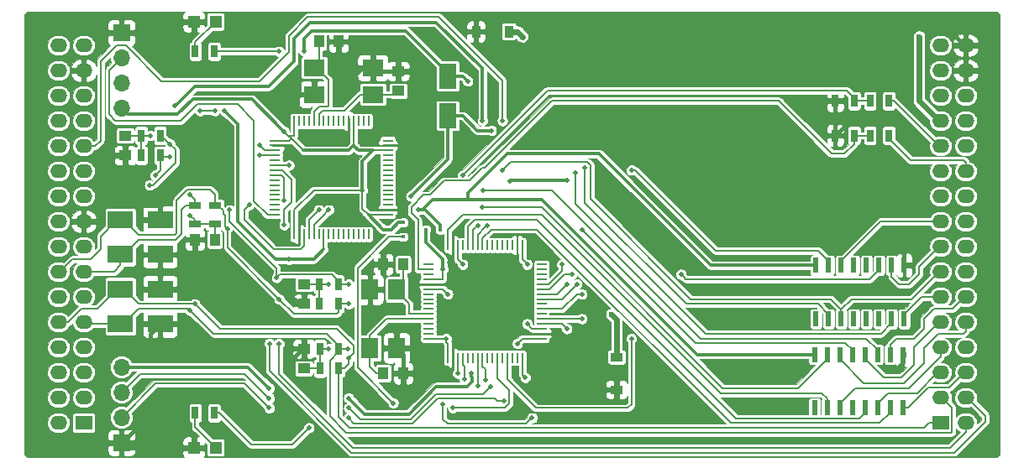
<source format=gbr>
%TF.GenerationSoftware,KiCad,Pcbnew,4.0.7-e2-6376~58~ubuntu16.04.1*%
%TF.CreationDate,2017-12-06T17:26:10+02:00*%
%TF.ProjectId,instrument_cluster,696E737472756D656E745F636C757374,rev?*%
%TF.FileFunction,Copper,L2,Bot,Signal*%
%FSLAX46Y46*%
G04 Gerber Fmt 4.6, Leading zero omitted, Abs format (unit mm)*
G04 Created by KiCad (PCBNEW 4.0.7-e2-6376~58~ubuntu16.04.1) date Wed Dec  6 17:26:10 2017*
%MOMM*%
%LPD*%
G01*
G04 APERTURE LIST*
%ADD10C,0.100000*%
%ADD11R,1.000000X1.250000*%
%ADD12R,1.250000X1.000000*%
%ADD13R,1.800000X2.500000*%
%ADD14R,0.900000X1.200000*%
%ADD15R,1.200000X0.900000*%
%ADD16R,0.350000X0.350000*%
%ADD17R,1.700000X1.700000*%
%ADD18O,1.700000X1.700000*%
%ADD19R,0.700000X1.300000*%
%ADD20R,1.300000X0.700000*%
%ADD21R,0.600000X1.500000*%
%ADD22R,2.100000X1.700000*%
%ADD23R,1.700000X2.100000*%
%ADD24R,0.250000X1.000000*%
%ADD25R,1.000000X0.250000*%
%ADD26R,1.700000X1.400000*%
%ADD27O,1.700000X1.400000*%
%ADD28R,2.500000X1.800000*%
%ADD29R,1.200000X1.200000*%
%ADD30C,0.600000*%
%ADD31C,0.500000*%
%ADD32C,0.600000*%
%ADD33C,0.400000*%
%ADD34C,0.250000*%
%ADD35C,0.200000*%
%ADD36C,0.300000*%
%ADD37C,0.025400*%
G04 APERTURE END LIST*
D10*
D11*
X138000000Y-88500000D03*
X140000000Y-88500000D03*
D12*
X146000000Y-93500000D03*
X146000000Y-91500000D03*
X118500000Y-100000000D03*
X118500000Y-98000000D03*
D11*
X125500000Y-108500000D03*
X127500000Y-108500000D03*
X144500000Y-122000000D03*
X146500000Y-122000000D03*
X146500000Y-111000000D03*
X144500000Y-111000000D03*
D12*
X136500000Y-121500000D03*
X136500000Y-119500000D03*
X136500000Y-115000000D03*
X136500000Y-113000000D03*
D13*
X151000000Y-92000000D03*
X151000000Y-96000000D03*
D14*
X157150000Y-87500000D03*
X153850000Y-87500000D03*
D15*
X168000000Y-120350000D03*
X168000000Y-123650000D03*
D16*
X146500000Y-108225000D03*
X146500000Y-106775000D03*
X150225000Y-107500000D03*
X148775000Y-107500000D03*
D17*
X118110000Y-87630000D03*
D18*
X118110000Y-90170000D03*
X118110000Y-92710000D03*
X118110000Y-95250000D03*
D17*
X118110000Y-129000000D03*
D18*
X118110000Y-126460000D03*
X118110000Y-123920000D03*
X118110000Y-121380000D03*
D19*
X120100000Y-100000000D03*
X122000000Y-100000000D03*
X120100000Y-98000000D03*
X122000000Y-98000000D03*
D20*
X127500000Y-105050000D03*
X127500000Y-106950000D03*
X125500000Y-106950000D03*
X125500000Y-105050000D03*
D19*
X193550000Y-98000000D03*
X195450000Y-98000000D03*
X193550000Y-94500000D03*
X195450000Y-94500000D03*
X190050000Y-98000000D03*
X191950000Y-98000000D03*
X190050000Y-94500000D03*
X191950000Y-94500000D03*
X140000000Y-121500000D03*
X138100000Y-121500000D03*
X138100000Y-119500000D03*
X140000000Y-119500000D03*
X139950000Y-115000000D03*
X138050000Y-115000000D03*
X138050000Y-113000000D03*
X139950000Y-113000000D03*
D21*
X187960000Y-120100000D03*
X189230000Y-120100000D03*
X190500000Y-120100000D03*
X191770000Y-120100000D03*
X193040000Y-120100000D03*
X194310000Y-120100000D03*
X195580000Y-120100000D03*
X196850000Y-120100000D03*
X196850000Y-125500000D03*
X195580000Y-125500000D03*
X194310000Y-125500000D03*
X193040000Y-125500000D03*
X191770000Y-125500000D03*
X190500000Y-125500000D03*
X189230000Y-125500000D03*
X187960000Y-125500000D03*
X188110000Y-111100000D03*
X189380000Y-111100000D03*
X190650000Y-111100000D03*
X191920000Y-111100000D03*
X193190000Y-111100000D03*
X194460000Y-111100000D03*
X195730000Y-111100000D03*
X197000000Y-111100000D03*
X197000000Y-116500000D03*
X195730000Y-116500000D03*
X194460000Y-116500000D03*
X193190000Y-116500000D03*
X191920000Y-116500000D03*
X190650000Y-116500000D03*
X189380000Y-116500000D03*
X188110000Y-116500000D03*
D22*
X137550000Y-91150000D03*
X143450000Y-91150000D03*
X143450000Y-93850000D03*
X137550000Y-93850000D03*
D23*
X143150000Y-119450000D03*
X143150000Y-113550000D03*
X145850000Y-113550000D03*
X145850000Y-119450000D03*
D24*
X135500000Y-96550000D03*
X136000000Y-96550000D03*
X136500000Y-96550000D03*
X137000000Y-96550000D03*
X137500000Y-96550000D03*
X138000000Y-96550000D03*
X138500000Y-96550000D03*
X139000000Y-96550000D03*
X139500000Y-96550000D03*
X140000000Y-96550000D03*
X140500000Y-96550000D03*
X141000000Y-96550000D03*
X141500000Y-96550000D03*
X142000000Y-96550000D03*
X142500000Y-96550000D03*
X143000000Y-96550000D03*
D25*
X144950000Y-98500000D03*
X144950000Y-99000000D03*
X144950000Y-99500000D03*
X144950000Y-100000000D03*
X144950000Y-100500000D03*
X144950000Y-101000000D03*
X144950000Y-101500000D03*
X144950000Y-102000000D03*
X144950000Y-102500000D03*
X144950000Y-103000000D03*
X144950000Y-103500000D03*
X144950000Y-104000000D03*
X144950000Y-104500000D03*
X144950000Y-105000000D03*
X144950000Y-105500000D03*
X144950000Y-106000000D03*
D24*
X143000000Y-107950000D03*
X142500000Y-107950000D03*
X142000000Y-107950000D03*
X141500000Y-107950000D03*
X141000000Y-107950000D03*
X140500000Y-107950000D03*
X140000000Y-107950000D03*
X139500000Y-107950000D03*
X139000000Y-107950000D03*
X138500000Y-107950000D03*
X138000000Y-107950000D03*
X137500000Y-107950000D03*
X137000000Y-107950000D03*
X136500000Y-107950000D03*
X136000000Y-107950000D03*
X135500000Y-107950000D03*
D25*
X133550000Y-106000000D03*
X133550000Y-105500000D03*
X133550000Y-105000000D03*
X133550000Y-104500000D03*
X133550000Y-104000000D03*
X133550000Y-103500000D03*
X133550000Y-103000000D03*
X133550000Y-102500000D03*
X133550000Y-102000000D03*
X133550000Y-101500000D03*
X133550000Y-101000000D03*
X133550000Y-100500000D03*
X133550000Y-100000000D03*
X133550000Y-99500000D03*
X133550000Y-99000000D03*
X133550000Y-98500000D03*
X149050000Y-118500000D03*
X149050000Y-118000000D03*
X149050000Y-117500000D03*
X149050000Y-117000000D03*
X149050000Y-116500000D03*
X149050000Y-116000000D03*
X149050000Y-115500000D03*
X149050000Y-115000000D03*
X149050000Y-114500000D03*
X149050000Y-114000000D03*
X149050000Y-113500000D03*
X149050000Y-113000000D03*
X149050000Y-112500000D03*
X149050000Y-112000000D03*
X149050000Y-111500000D03*
X149050000Y-111000000D03*
D24*
X151000000Y-109050000D03*
X151500000Y-109050000D03*
X152000000Y-109050000D03*
X152500000Y-109050000D03*
X153000000Y-109050000D03*
X153500000Y-109050000D03*
X154000000Y-109050000D03*
X154500000Y-109050000D03*
X155000000Y-109050000D03*
X155500000Y-109050000D03*
X156000000Y-109050000D03*
X156500000Y-109050000D03*
X157000000Y-109050000D03*
X157500000Y-109050000D03*
X158000000Y-109050000D03*
X158500000Y-109050000D03*
D25*
X160450000Y-111000000D03*
X160450000Y-111500000D03*
X160450000Y-112000000D03*
X160450000Y-112500000D03*
X160450000Y-113000000D03*
X160450000Y-113500000D03*
X160450000Y-114000000D03*
X160450000Y-114500000D03*
X160450000Y-115000000D03*
X160450000Y-115500000D03*
X160450000Y-116000000D03*
X160450000Y-116500000D03*
X160450000Y-117000000D03*
X160450000Y-117500000D03*
X160450000Y-118000000D03*
X160450000Y-118500000D03*
D24*
X158500000Y-120450000D03*
X158000000Y-120450000D03*
X157500000Y-120450000D03*
X157000000Y-120450000D03*
X156500000Y-120450000D03*
X156000000Y-120450000D03*
X155500000Y-120450000D03*
X155000000Y-120450000D03*
X154500000Y-120450000D03*
X154000000Y-120450000D03*
X153500000Y-120450000D03*
X153000000Y-120450000D03*
X152500000Y-120450000D03*
X152000000Y-120450000D03*
X151500000Y-120450000D03*
X151000000Y-120450000D03*
D26*
X200660000Y-127000000D03*
D27*
X200660000Y-124460000D03*
X200660000Y-121920000D03*
X200660000Y-119380000D03*
X200660000Y-116840000D03*
X200660000Y-114300000D03*
X200660000Y-111760000D03*
X200660000Y-109220000D03*
X200660000Y-106680000D03*
X200660000Y-104140000D03*
X200660000Y-101600000D03*
X200660000Y-99060000D03*
X200660000Y-96520000D03*
X200660000Y-93980000D03*
X200660000Y-91440000D03*
X200660000Y-88900000D03*
X203200000Y-127000000D03*
X203200000Y-124460000D03*
X203200000Y-121920000D03*
X203200000Y-119380000D03*
X203200000Y-116840000D03*
X203200000Y-114300000D03*
X203200000Y-111760000D03*
X203200000Y-109220000D03*
X203200000Y-106680000D03*
X203200000Y-104140000D03*
X203200000Y-101600000D03*
X203200000Y-99060000D03*
X203200000Y-96520000D03*
X203200000Y-93980000D03*
X203200000Y-91440000D03*
X203200000Y-88900000D03*
D26*
X114300000Y-127000000D03*
D27*
X114300000Y-121920000D03*
X114300000Y-124460000D03*
X114300000Y-119380000D03*
X114300000Y-116840000D03*
X114300000Y-114300000D03*
X114300000Y-111760000D03*
X114300000Y-109220000D03*
X114300000Y-106680000D03*
X114300000Y-104140000D03*
X114300000Y-101600000D03*
X114300000Y-99060000D03*
X114300000Y-96520000D03*
X114300000Y-93980000D03*
X114300000Y-91440000D03*
X114300000Y-88900000D03*
X111760000Y-127000000D03*
X111760000Y-124460000D03*
X111760000Y-121920000D03*
X111760000Y-119380000D03*
X111760000Y-116840000D03*
X111760000Y-114300000D03*
X111760000Y-111760000D03*
X111760000Y-109220000D03*
X111760000Y-106680000D03*
X111760000Y-104140000D03*
X111760000Y-101600000D03*
X111760000Y-99060000D03*
X111760000Y-96520000D03*
X111760000Y-93980000D03*
X111760000Y-91440000D03*
X111760000Y-88900000D03*
D28*
X118000000Y-113500000D03*
X122000000Y-113500000D03*
X122000000Y-117000000D03*
X118000000Y-117000000D03*
X118000000Y-106500000D03*
X122000000Y-106500000D03*
X122000000Y-110000000D03*
X118000000Y-110000000D03*
D29*
X127600000Y-86500000D03*
X125400000Y-86500000D03*
X127600000Y-129500000D03*
X125400000Y-129500000D03*
D19*
X125550000Y-89500000D03*
X127450000Y-89500000D03*
X127450000Y-126000000D03*
X125550000Y-126000000D03*
D30*
X198500000Y-88000000D03*
X146180000Y-96820000D03*
X164500000Y-120820000D03*
X163180000Y-118980000D03*
X137451884Y-124512361D03*
D31*
X151200000Y-110800000D03*
D30*
X128753099Y-100000000D03*
X129088218Y-104271530D03*
X133500000Y-128500000D03*
X122000000Y-112000000D03*
X126500678Y-110012709D03*
X157746948Y-128756112D03*
X151287652Y-126393206D03*
X121000000Y-119000000D03*
X119000000Y-101500000D03*
D31*
X141000000Y-104500000D03*
D30*
X135000000Y-99500000D03*
D31*
X136000000Y-92500000D03*
D30*
X140500000Y-93000000D03*
X140500000Y-98500000D03*
X143500000Y-103500000D03*
X148504352Y-91500000D03*
X152403383Y-87005778D03*
X135000000Y-114000000D03*
X135000606Y-120500653D03*
X158749999Y-125500000D03*
X175500000Y-128721430D03*
X159501456Y-124013533D03*
X150500000Y-116500000D03*
X150000000Y-122000000D03*
X180340000Y-125222000D03*
X179070000Y-121920000D03*
X193500832Y-89500128D03*
X193000000Y-96000000D03*
X152000000Y-115000000D03*
X172500000Y-88500000D03*
X196013560Y-108975210D03*
X196000000Y-121708359D03*
D31*
X139000161Y-119500288D03*
D30*
X158500000Y-88000000D03*
X167484390Y-116028373D03*
D31*
X121500000Y-102000000D03*
X125500000Y-115000000D03*
X123000000Y-100135000D03*
X141000000Y-120500000D03*
X140949978Y-119500803D03*
X120950000Y-103000000D03*
X125000000Y-115632449D03*
X123000000Y-98865000D03*
X156500096Y-101500336D03*
X156500000Y-96500000D03*
X134000124Y-118999917D03*
X128774195Y-107402407D03*
X134000000Y-114500000D03*
X141000000Y-115000000D03*
X133004572Y-118995082D03*
X133754392Y-112334264D03*
X129000442Y-105500650D03*
X125013776Y-103995098D03*
X141000000Y-113000000D03*
X139000000Y-105500000D03*
X138000000Y-105500000D03*
X164500000Y-116500000D03*
X163000358Y-117500557D03*
X169505571Y-101487812D03*
X162500181Y-111000451D03*
X174508703Y-112005138D03*
X169500000Y-118500000D03*
X154494633Y-105233328D03*
X155002001Y-107050975D03*
X163902570Y-101747596D03*
X163500470Y-112000042D03*
X154525868Y-103505353D03*
X154003722Y-107050975D03*
X154777088Y-122711605D03*
X154001277Y-123275830D03*
X152671443Y-122593852D03*
X152000000Y-122000000D03*
X152501686Y-102004039D03*
X151000000Y-114000000D03*
X164504978Y-107493597D03*
X164000801Y-112999171D03*
X164826130Y-101243836D03*
X163000382Y-113000006D03*
X136506700Y-89468790D03*
X153000000Y-92500000D03*
X163000204Y-102499981D03*
X157242893Y-102599999D03*
X154500000Y-96500000D03*
X123500000Y-95000000D03*
X150509734Y-125099851D03*
X145500000Y-125000000D03*
X159500000Y-126500000D03*
X148000146Y-105499646D03*
X134500920Y-97574031D03*
X142391079Y-103500000D03*
X153349990Y-121960733D03*
X133000000Y-123500000D03*
X141000000Y-124500000D03*
X158000000Y-119000000D03*
X152500000Y-111000000D03*
X150850000Y-118500000D03*
X159000000Y-111000000D03*
X150500000Y-111500000D03*
X164500000Y-114000000D03*
X155373111Y-97487424D03*
X147280613Y-104116709D03*
X128499193Y-95506138D03*
X135000000Y-110500000D03*
X130984036Y-104982242D03*
X141000000Y-126500000D03*
X133000000Y-125500000D03*
X156666265Y-124744974D03*
X158806284Y-122423725D03*
X155341312Y-123369868D03*
X133000000Y-124500000D03*
X141000000Y-125500000D03*
X159000000Y-117000000D03*
X121000000Y-98000000D03*
X125018477Y-106033147D03*
X139000000Y-113000000D03*
X134500012Y-104541147D03*
X134499864Y-107012980D03*
X132000000Y-100000000D03*
X132000000Y-99000000D03*
X127500722Y-95501002D03*
X126001219Y-95501780D03*
X135000000Y-101000000D03*
X134000000Y-89500000D03*
X151500000Y-125500000D03*
X137000000Y-127500000D03*
D32*
X198500000Y-88000000D02*
X198500000Y-94510000D01*
X198500000Y-94510000D02*
X200510000Y-96520000D01*
X200510000Y-96520000D02*
X200660000Y-96520000D01*
D33*
X136000000Y-92500000D02*
X136000000Y-93850000D01*
X136000000Y-93850000D02*
X137350000Y-93850000D01*
X146680000Y-97320000D02*
X146180000Y-96820000D01*
X147180000Y-97820000D02*
X146680000Y-97320000D01*
X147180000Y-98320000D02*
X147180000Y-97820000D01*
X146500000Y-99000000D02*
X147180000Y-98320000D01*
X164500000Y-120820000D02*
X164500000Y-120300000D01*
X164500000Y-121643632D02*
X164500000Y-120820000D01*
X163180000Y-118980000D02*
X162200000Y-118000000D01*
X164500000Y-120300000D02*
X163180000Y-118980000D01*
X125400000Y-86500000D02*
X120668309Y-86500000D01*
X120668309Y-86500000D02*
X119538309Y-87630000D01*
X119538309Y-87630000D02*
X118110000Y-87630000D01*
X125400000Y-129500000D02*
X118610000Y-129500000D01*
X118610000Y-129500000D02*
X118110000Y-129000000D01*
X118110000Y-129000000D02*
X122651649Y-124458351D01*
X122651649Y-124458351D02*
X129458351Y-124458351D01*
X129458351Y-124458351D02*
X133500000Y-128500000D01*
X168000000Y-123650000D02*
X166506368Y-123650000D01*
X166506368Y-123650000D02*
X164500000Y-121643632D01*
X137151885Y-124212362D02*
X137451884Y-124512361D01*
X135000606Y-120500653D02*
X135000606Y-122061083D01*
X135000606Y-122061083D02*
X137151885Y-124212362D01*
D34*
X151200000Y-110800000D02*
X151500000Y-110500000D01*
D33*
X125500000Y-108500000D02*
X125500000Y-110012709D01*
X125500000Y-110012709D02*
X126500678Y-110012709D01*
X122000000Y-110000000D02*
X125500000Y-110000000D01*
X125500000Y-110000000D02*
X125500000Y-108500000D01*
X122000000Y-106500000D02*
X122000000Y-105099999D01*
X122000000Y-105099999D02*
X116349999Y-105099999D01*
X116349999Y-105099999D02*
X116000000Y-105449998D01*
X116000000Y-106500000D02*
X115820000Y-106680000D01*
X116000000Y-105449998D02*
X116000000Y-106500000D01*
X115820000Y-106680000D02*
X114300000Y-106680000D01*
X128753099Y-103936411D02*
X128788219Y-103971531D01*
X128753099Y-100000000D02*
X128753099Y-103936411D01*
X128788219Y-103971531D02*
X129088218Y-104271530D01*
X196013560Y-108975210D02*
X197108760Y-107880010D01*
X197108760Y-107880010D02*
X203847060Y-107880010D01*
X203847060Y-107880010D02*
X205000000Y-106727070D01*
X205000000Y-106727070D02*
X205000000Y-91990000D01*
X204450000Y-91440000D02*
X203200000Y-91440000D01*
X205000000Y-91990000D02*
X204450000Y-91440000D01*
X122000000Y-110000000D02*
X122000000Y-112000000D01*
X122000000Y-112000000D02*
X122000000Y-113500000D01*
X157781630Y-128721430D02*
X157746948Y-128756112D01*
X175500000Y-128721430D02*
X157781630Y-128721430D01*
D35*
X146500000Y-99000000D02*
X144950000Y-99000000D01*
D33*
X151711916Y-126393206D02*
X151287652Y-126393206D01*
X157856793Y-126393206D02*
X151711916Y-126393206D01*
X158749999Y-125500000D02*
X157856793Y-126393206D01*
X121000000Y-119000000D02*
X121000000Y-118000000D01*
X121000000Y-118000000D02*
X122000000Y-117000000D01*
X122000000Y-106500000D02*
X122000000Y-105200000D01*
X122000000Y-105200000D02*
X119000000Y-102200000D01*
X119000000Y-102200000D02*
X119000000Y-101924264D01*
X119000000Y-101924264D02*
X119000000Y-101500000D01*
X118500000Y-100000000D02*
X118500000Y-101000000D01*
X118500000Y-101000000D02*
X119000000Y-101500000D01*
D35*
X141000000Y-104500000D02*
X138000000Y-104500000D01*
X138000000Y-104500000D02*
X136000000Y-106500000D01*
X136000000Y-106500000D02*
X136000000Y-107950000D01*
X151500000Y-109050000D02*
X151500000Y-110500000D01*
X151500000Y-110500000D02*
X151500000Y-112500000D01*
X135000000Y-99000000D02*
X133550000Y-99000000D01*
X135000000Y-99500000D02*
X135000000Y-99000000D01*
D33*
X142350000Y-91150000D02*
X140500000Y-93000000D01*
X143450000Y-91150000D02*
X142350000Y-91150000D01*
D35*
X140500000Y-98500000D02*
X141000000Y-98000000D01*
X141000000Y-98000000D02*
X141000000Y-96550000D01*
X137350000Y-93850000D02*
X137550000Y-93850000D01*
X143500000Y-105500000D02*
X144950000Y-105500000D01*
X143500000Y-103500000D02*
X143500000Y-105500000D01*
D33*
X140000000Y-88500000D02*
X142455293Y-88500000D01*
X142455293Y-88500000D02*
X143450000Y-89494707D01*
X143450000Y-89494707D02*
X143450000Y-91150000D01*
X146000000Y-91500000D02*
X148504352Y-91500000D01*
X146000000Y-91500000D02*
X143800000Y-91500000D01*
X143800000Y-91500000D02*
X143450000Y-91150000D01*
X170200001Y-86200001D02*
X160500000Y-86200001D01*
X160500000Y-86200001D02*
X153209160Y-86200001D01*
X152703382Y-87305777D02*
X152403383Y-87005778D01*
X152897605Y-87500000D02*
X152703382Y-87305777D01*
X153209160Y-86200001D02*
X152703382Y-86705779D01*
X152703382Y-86705779D02*
X152403383Y-87005778D01*
X172500000Y-88500000D02*
X170200001Y-86200001D01*
X153850000Y-87500000D02*
X152897605Y-87500000D01*
X136500000Y-115000000D02*
X136000000Y-115000000D01*
X136000000Y-115000000D02*
X135000000Y-114000000D01*
X135374347Y-120500653D02*
X135000606Y-120500653D01*
X136375000Y-119500000D02*
X135374347Y-120500653D01*
X136500000Y-119500000D02*
X136375000Y-119500000D01*
X159801455Y-123713534D02*
X159501456Y-124013533D01*
X159864989Y-123650000D02*
X159801455Y-123713534D01*
X168000000Y-123650000D02*
X159864989Y-123650000D01*
X150500000Y-116500000D02*
X152000000Y-115000000D01*
D35*
X149450000Y-122000000D02*
X150000000Y-122000000D01*
X150000000Y-122000000D02*
X151000000Y-122000000D01*
X149450000Y-122000000D02*
X148200000Y-122000000D01*
X148200000Y-122000000D02*
X146500000Y-122000000D01*
D33*
X146500000Y-122000000D02*
X146500000Y-120100000D01*
X146500000Y-120100000D02*
X145850000Y-119450000D01*
D35*
X147500001Y-112000001D02*
X147500001Y-112999999D01*
X147500001Y-112999999D02*
X147500000Y-113000000D01*
D33*
X193800831Y-89200129D02*
X193500832Y-89500128D01*
X195800970Y-87199990D02*
X193800831Y-89200129D01*
X201349990Y-87199990D02*
X195800970Y-87199990D01*
X203200000Y-88900000D02*
X203050000Y-88900000D01*
X203050000Y-88900000D02*
X201349990Y-87199990D01*
X190050000Y-98000000D02*
X192050000Y-96000000D01*
X192050000Y-96000000D02*
X193000000Y-96000000D01*
X190050000Y-98000000D02*
X190050000Y-94500000D01*
D35*
X152000000Y-115000000D02*
X152000000Y-114000368D01*
X152000000Y-114000368D02*
X151000000Y-113000368D01*
X151000000Y-113000368D02*
X151000000Y-113000000D01*
D33*
X143150000Y-113550000D02*
X143150000Y-111000000D01*
X143150000Y-111000000D02*
X144500000Y-111000000D01*
D35*
X144500000Y-111000000D02*
X144500000Y-109975000D01*
X144500000Y-109975000D02*
X144600001Y-109874999D01*
X144600001Y-109874999D02*
X147400001Y-109874999D01*
X147400001Y-109874999D02*
X147500001Y-109974999D01*
X147500001Y-109974999D02*
X147500001Y-112000001D01*
X147500000Y-113000000D02*
X149050000Y-113000000D01*
X151500000Y-121500000D02*
X151500000Y-120450000D01*
X151000000Y-122000000D02*
X151500000Y-121500000D01*
D34*
X162200000Y-118000000D02*
X160450000Y-118000000D01*
D35*
X152000000Y-118000000D02*
X152000000Y-115000000D01*
X158000000Y-117000000D02*
X159000000Y-118000000D01*
X151500000Y-112500000D02*
X151000000Y-113000000D01*
X151000000Y-113000000D02*
X149050000Y-113000000D01*
X151500000Y-118500000D02*
X151500000Y-120450000D01*
X159000000Y-118000000D02*
X152000000Y-118000000D01*
X152000000Y-118000000D02*
X151500000Y-118500000D01*
D33*
X203200000Y-91440000D02*
X203200000Y-88900000D01*
D35*
X158000000Y-117000000D02*
X158000000Y-109050000D01*
X159000000Y-118000000D02*
X160450000Y-118000000D01*
D33*
X196025210Y-108975210D02*
X196013560Y-108975210D01*
X197000000Y-109950000D02*
X196025210Y-108975210D01*
X197000000Y-111100000D02*
X197000000Y-109950000D01*
X196850000Y-120100000D02*
X196850000Y-120858359D01*
X196850000Y-120858359D02*
X196000000Y-121708359D01*
D35*
X138000000Y-88500000D02*
X138000000Y-90700000D01*
X138000000Y-90700000D02*
X137550000Y-91150000D01*
X138000000Y-95100001D02*
X137500000Y-95600001D01*
X137500000Y-95600001D02*
X137500000Y-96550000D01*
X138920001Y-95100001D02*
X138000000Y-95100001D01*
X137550000Y-91150000D02*
X137750000Y-91150000D01*
X137750000Y-91150000D02*
X139000001Y-92400001D01*
X139000001Y-92400001D02*
X139000001Y-95020001D01*
X139000001Y-95020001D02*
X138920001Y-95100001D01*
X143450000Y-93850000D02*
X145650000Y-93850000D01*
X145650000Y-93850000D02*
X146000000Y-93500000D01*
X143650000Y-93850000D02*
X143450000Y-93850000D01*
X138000000Y-96550000D02*
X138000000Y-95850000D01*
X138000000Y-95850000D02*
X138349989Y-95500011D01*
X138349989Y-95500011D02*
X140549989Y-95500011D01*
X142200000Y-93850000D02*
X143450000Y-93850000D01*
X140549989Y-95500011D02*
X142200000Y-93850000D01*
X144850000Y-116500000D02*
X148350000Y-116500000D01*
X144500000Y-122000000D02*
X143800000Y-122000000D01*
X143800000Y-122000000D02*
X143150000Y-121350000D01*
X143150000Y-121350000D02*
X143150000Y-120700000D01*
X143150000Y-120700000D02*
X143150000Y-119450000D01*
X143150000Y-119450000D02*
X143150000Y-118200000D01*
X143150000Y-118200000D02*
X144850000Y-116500000D01*
X148350000Y-116500000D02*
X149050000Y-116500000D01*
X145850000Y-113550000D02*
X145850000Y-113750000D01*
X145850000Y-113750000D02*
X147100000Y-115000000D01*
X147100000Y-115000000D02*
X147100000Y-116000000D01*
X147100000Y-116000000D02*
X148350000Y-116000000D01*
X146500000Y-111000000D02*
X146500000Y-112900000D01*
X146500000Y-112900000D02*
X145850000Y-113550000D01*
X148350000Y-116000000D02*
X149050000Y-116000000D01*
X138100000Y-121500000D02*
X136500000Y-121500000D01*
X138100000Y-119500000D02*
X138100000Y-121500000D01*
X139000161Y-119500288D02*
X138100288Y-119500288D01*
X138100288Y-119500288D02*
X138100000Y-119500000D01*
X138050288Y-119500288D02*
X138050000Y-119500000D01*
D32*
X157150000Y-87500000D02*
X158000000Y-87500000D01*
X158000000Y-87500000D02*
X158500000Y-88000000D01*
X167784389Y-116328372D02*
X167484390Y-116028373D01*
X168000000Y-116543983D02*
X167784389Y-116328372D01*
X168000000Y-120350000D02*
X168000000Y-116543983D01*
D35*
X200660000Y-127000000D02*
X199500988Y-127000000D01*
X199500988Y-127000000D02*
X199000529Y-127500459D01*
X199000529Y-127500459D02*
X141070343Y-127500459D01*
X141070343Y-127500459D02*
X140000000Y-126430116D01*
X140000000Y-126430116D02*
X140000000Y-121500000D01*
X141499988Y-120000012D02*
X141499988Y-119186355D01*
X141499988Y-119186355D02*
X139821105Y-117507472D01*
X141000000Y-120500000D02*
X141499988Y-120000012D01*
X139821105Y-117507472D02*
X128007472Y-117507472D01*
X125749999Y-115249999D02*
X125500000Y-115000000D01*
X128007472Y-117507472D02*
X125749999Y-115249999D01*
X122000000Y-101500000D02*
X121500000Y-102000000D01*
X122000000Y-100000000D02*
X122000000Y-101500000D01*
X140550000Y-121500000D02*
X140000000Y-121500000D01*
X125500000Y-115000000D02*
X119850000Y-115000000D01*
X119850000Y-115000000D02*
X118350000Y-113500000D01*
X118350000Y-113500000D02*
X118000000Y-113500000D01*
X111760000Y-116840000D02*
X112735773Y-116840000D01*
X114075773Y-115500000D02*
X115650000Y-115500000D01*
X115650000Y-115500000D02*
X117650000Y-113500000D01*
X117650000Y-113500000D02*
X118000000Y-113500000D01*
X112735773Y-116840000D02*
X114075773Y-115500000D01*
X123000000Y-100135000D02*
X122135000Y-100135000D01*
X122135000Y-100135000D02*
X122000000Y-100000000D01*
X140550000Y-121500000D02*
X141000000Y-121050000D01*
X141000000Y-121050000D02*
X141000000Y-121000000D01*
X141000000Y-120500000D02*
X141000000Y-121000000D01*
X200660000Y-124460000D02*
X200810000Y-124460000D01*
X200810000Y-124460000D02*
X201810001Y-125460001D01*
X201810001Y-125460001D02*
X201810001Y-127940001D01*
X140000000Y-119800000D02*
X140000000Y-119500000D01*
X201810001Y-127940001D02*
X201750002Y-128000000D01*
X201750002Y-128000000D02*
X140781664Y-128000000D01*
X139115891Y-126334227D02*
X139115891Y-120684109D01*
X140781664Y-128000000D02*
X139115891Y-126334227D01*
X139115891Y-120684109D02*
X140000000Y-119800000D01*
X140000000Y-119500000D02*
X140949175Y-119500000D01*
X140949175Y-119500000D02*
X140949978Y-119500803D01*
X123550001Y-100764001D02*
X121314002Y-103000000D01*
X121314002Y-103000000D02*
X120950000Y-103000000D01*
X123000000Y-98865000D02*
X123550001Y-99415001D01*
X123550001Y-99415001D02*
X123550001Y-100764001D01*
X139349999Y-118549999D02*
X138801445Y-118001445D01*
X138801445Y-118001445D02*
X127368996Y-118001445D01*
X127368996Y-118001445D02*
X125000000Y-115632449D01*
X200660000Y-124460000D02*
X200510000Y-124460000D01*
X125000000Y-115632449D02*
X124867551Y-115500000D01*
X124867551Y-115500000D02*
X119850000Y-115500000D01*
X119850000Y-115500000D02*
X118350000Y-117000000D01*
X118350000Y-117000000D02*
X118000000Y-117000000D01*
X122000000Y-98000000D02*
X122135000Y-98000000D01*
X122135000Y-98000000D02*
X123000000Y-98865000D01*
X118000000Y-117000000D02*
X114460000Y-117000000D01*
X114460000Y-117000000D02*
X114300000Y-116840000D01*
X140000000Y-119500000D02*
X140000000Y-119200000D01*
X140000000Y-119200000D02*
X139349999Y-118549999D01*
X139450000Y-118650000D02*
X139349999Y-118549999D01*
X198284302Y-124000000D02*
X195360000Y-124000000D01*
X195360000Y-124000000D02*
X194310000Y-125050000D01*
X194310000Y-125050000D02*
X194310000Y-125500000D01*
X200660000Y-121920000D02*
X200364302Y-121920000D01*
X200364302Y-121920000D02*
X198284302Y-124000000D01*
X190500000Y-125500000D02*
X190500000Y-125050000D01*
X190500000Y-125050000D02*
X192050000Y-123500000D01*
X192050000Y-123500000D02*
X197500000Y-123500000D01*
X197500000Y-123500000D02*
X200660000Y-120340000D01*
X200660000Y-120340000D02*
X200660000Y-119380000D01*
X193040000Y-120100000D02*
X193040000Y-120550000D01*
X193040000Y-120550000D02*
X194898359Y-122408359D01*
X194898359Y-122408359D02*
X196729169Y-122408359D01*
X196729169Y-122408359D02*
X198000000Y-121137528D01*
X198000000Y-121137528D02*
X198000000Y-119350000D01*
X198000000Y-119350000D02*
X200510000Y-116840000D01*
X200510000Y-116840000D02*
X200660000Y-116840000D01*
X197000000Y-116500000D02*
X197000000Y-116050000D01*
X197000000Y-116050000D02*
X198750000Y-114300000D01*
X199610000Y-114300000D02*
X200660000Y-114300000D01*
X198750000Y-114300000D02*
X199610000Y-114300000D01*
X114300000Y-99060000D02*
X115440000Y-99060000D01*
X131999925Y-92500075D02*
X134949990Y-89550010D01*
X156500000Y-92434040D02*
X156500000Y-96146447D01*
X115440000Y-99060000D02*
X116000000Y-98500000D01*
X116000000Y-98500000D02*
X116000000Y-90500000D01*
X134949990Y-87955442D02*
X136892975Y-86012457D01*
X150078417Y-86012457D02*
X156500000Y-92434040D01*
X116000000Y-90500000D02*
X117597031Y-88902969D01*
X117597031Y-88902969D02*
X118544971Y-88902969D01*
X118544971Y-88902969D02*
X122142077Y-92500075D01*
X122142077Y-92500075D02*
X131999925Y-92500075D01*
X156500000Y-96146447D02*
X156500000Y-96500000D01*
X134949990Y-89550010D02*
X134949990Y-87955442D01*
X136892975Y-86012457D02*
X150078417Y-86012457D01*
X165090131Y-100693835D02*
X157306597Y-100693835D01*
X165376131Y-104376131D02*
X165376131Y-100979835D01*
X156750095Y-101250337D02*
X156500096Y-101500336D01*
X165376131Y-100979835D02*
X165090131Y-100693835D01*
X190650000Y-115550000D02*
X189600000Y-114500000D01*
X189600000Y-114500000D02*
X175500000Y-114500000D01*
X157306597Y-100693835D02*
X156750095Y-101250337D01*
X175500000Y-114500000D02*
X165376131Y-104376131D01*
X190650000Y-116500000D02*
X190650000Y-115550000D01*
X191700000Y-114500000D02*
X197770000Y-114500000D01*
X200510000Y-111760000D02*
X200660000Y-111760000D01*
X190650000Y-115550000D02*
X191700000Y-114500000D01*
X197770000Y-114500000D02*
X200510000Y-111760000D01*
X200660000Y-109220000D02*
X200510000Y-109220000D01*
X200510000Y-109220000D02*
X198500000Y-111230000D01*
X198500000Y-111230000D02*
X198500000Y-112000000D01*
X198500000Y-112000000D02*
X197500000Y-113000000D01*
X197500000Y-113000000D02*
X196500000Y-113000000D01*
X196500000Y-113000000D02*
X195730000Y-112230000D01*
X195730000Y-112230000D02*
X195730000Y-111100000D01*
X200660000Y-106680000D02*
X194620000Y-106680000D01*
X194620000Y-106680000D02*
X190650000Y-110650000D01*
X190650000Y-110650000D02*
X190650000Y-111100000D01*
X200660000Y-99060000D02*
X200510000Y-99060000D01*
X200510000Y-99060000D02*
X195950000Y-94500000D01*
X195950000Y-94500000D02*
X195450000Y-94500000D01*
X134000000Y-122050442D02*
X134000000Y-119000041D01*
X141449558Y-129500000D02*
X134000000Y-122050442D01*
X134000000Y-119000041D02*
X134000124Y-118999917D01*
X203200000Y-127000000D02*
X203200000Y-127945648D01*
X203200000Y-127945648D02*
X201645648Y-129500000D01*
X201645648Y-129500000D02*
X141449558Y-129500000D01*
X128774195Y-107755960D02*
X128774195Y-107402407D01*
X128774195Y-109274195D02*
X128774195Y-107755960D01*
X134000000Y-114500000D02*
X128774195Y-109274195D01*
X128350000Y-105900000D02*
X128524196Y-106074196D01*
X128350000Y-105600000D02*
X128350000Y-105900000D01*
X127500000Y-105050000D02*
X127800000Y-105050000D01*
X127800000Y-105050000D02*
X128350000Y-105600000D01*
X128524196Y-107152408D02*
X128774195Y-107402407D01*
X128524196Y-106074196D02*
X128524196Y-107152408D01*
X124749774Y-103445096D02*
X127000000Y-103445096D01*
X127500000Y-105050000D02*
X127500000Y-103945096D01*
X127500000Y-103945096D02*
X127000000Y-103445096D01*
X118000000Y-106500000D02*
X118350000Y-106500000D01*
X123670449Y-107829551D02*
X123670449Y-104524421D01*
X118350000Y-106500000D02*
X119850000Y-108000000D01*
X119850000Y-108000000D02*
X123500000Y-108000000D01*
X123500000Y-108000000D02*
X123670449Y-107829551D01*
X123670449Y-104524421D02*
X124749774Y-103445096D01*
X135500000Y-116000000D02*
X134000000Y-114500000D01*
X139950000Y-115000000D02*
X139950000Y-115850000D01*
X139950000Y-115850000D02*
X139800000Y-116000000D01*
X139800000Y-116000000D02*
X135500000Y-116000000D01*
X111760000Y-111760000D02*
X111910000Y-111760000D01*
X113170000Y-110500000D02*
X115000000Y-110500000D01*
X111910000Y-111760000D02*
X113170000Y-110500000D01*
X115000000Y-110500000D02*
X116000000Y-109500000D01*
X116000000Y-109500000D02*
X116000000Y-108150000D01*
X116000000Y-108150000D02*
X117650000Y-106500000D01*
X117650000Y-106500000D02*
X118000000Y-106500000D01*
X141000000Y-115000000D02*
X139950000Y-115000000D01*
X133004572Y-119348635D02*
X133004572Y-118995082D01*
X141297295Y-130000000D02*
X133004572Y-121707277D01*
X203350000Y-124460000D02*
X205186732Y-126296732D01*
X202051116Y-130000000D02*
X141297295Y-130000000D01*
X205186732Y-126864384D02*
X202051116Y-130000000D01*
X203200000Y-124460000D02*
X203350000Y-124460000D01*
X205186732Y-126296732D02*
X205186732Y-126864384D01*
X133004572Y-121707277D02*
X133004572Y-119348635D01*
X133754392Y-111980711D02*
X133754392Y-112334264D01*
X129000442Y-106628578D02*
X133754392Y-111382528D01*
X133754392Y-111382528D02*
X133754392Y-111980711D01*
X129000442Y-105500650D02*
X129000442Y-106628578D01*
X134004391Y-112084265D02*
X133754392Y-112334264D01*
X139293026Y-112043026D02*
X134045630Y-112043026D01*
X139950000Y-113000000D02*
X139950000Y-112700000D01*
X134045630Y-112043026D02*
X134004391Y-112084265D01*
X139950000Y-112700000D02*
X139293026Y-112043026D01*
X124112333Y-107953365D02*
X124112333Y-105500000D01*
X125500000Y-105050000D02*
X124562333Y-105050000D01*
X124562333Y-105050000D02*
X124112333Y-105500000D01*
X125500000Y-105050000D02*
X125500000Y-104481322D01*
X125500000Y-104481322D02*
X125013776Y-103995098D01*
X118000000Y-110000000D02*
X118350000Y-110000000D01*
X118350000Y-110000000D02*
X119850000Y-108500000D01*
X119850000Y-108500000D02*
X123565698Y-108500000D01*
X123565698Y-108500000D02*
X124112333Y-107953365D01*
X125263775Y-104245097D02*
X125013776Y-103995098D01*
X114300000Y-111760000D02*
X117340000Y-111760000D01*
X117340000Y-111760000D02*
X118000000Y-111100000D01*
X118000000Y-111100000D02*
X118000000Y-110000000D01*
X139950000Y-113000000D02*
X141000000Y-113000000D01*
X196850000Y-125500000D02*
X197350000Y-125500000D01*
X197350000Y-125500000D02*
X199390010Y-123459990D01*
X199390010Y-123459990D02*
X201510010Y-123459990D01*
X201510010Y-123459990D02*
X203050000Y-121920000D01*
X203050000Y-121920000D02*
X203200000Y-121920000D01*
X190500000Y-120100000D02*
X190500000Y-120550000D01*
X199000000Y-120987059D02*
X199000000Y-119475773D01*
X199000000Y-119475773D02*
X200475773Y-118000000D01*
X190500000Y-120550000D02*
X192940895Y-122990895D01*
X192940895Y-122990895D02*
X196996164Y-122990895D01*
X196996164Y-122990895D02*
X199000000Y-120987059D01*
X200475773Y-118000000D02*
X202940000Y-118000000D01*
X202940000Y-118000000D02*
X203200000Y-117740000D01*
X203200000Y-117740000D02*
X203200000Y-116840000D01*
X195580000Y-120100000D02*
X195580000Y-119150000D01*
X203050000Y-114300000D02*
X203200000Y-114300000D01*
X195580000Y-119150000D02*
X196230000Y-118500000D01*
X199000000Y-117500000D02*
X199000000Y-116500000D01*
X196230000Y-118500000D02*
X198000000Y-118500000D01*
X198000000Y-118500000D02*
X199000000Y-117500000D01*
X199000000Y-116500000D02*
X200000000Y-115500000D01*
X200000000Y-115500000D02*
X201850000Y-115500000D01*
X201850000Y-115500000D02*
X203050000Y-114300000D01*
X195580000Y-120100000D02*
X195580000Y-120550000D01*
X203200000Y-101600000D02*
X203200000Y-100700000D01*
X203200000Y-100700000D02*
X203000000Y-100500000D01*
X203000000Y-100500000D02*
X197650000Y-100500000D01*
X197650000Y-100500000D02*
X195450000Y-98300000D01*
X195450000Y-98300000D02*
X195450000Y-98000000D01*
X137500010Y-106999990D02*
X137500000Y-107950000D01*
X138349999Y-106150001D02*
X137500010Y-106999990D01*
X139000000Y-105500000D02*
X138349999Y-106150001D01*
X137000000Y-106500000D02*
X137000000Y-107950000D01*
X138000000Y-105500000D02*
X137000000Y-106500000D01*
X164500000Y-116500000D02*
X160450000Y-116500000D01*
D36*
X163000358Y-117500557D02*
X163000358Y-117500358D01*
D35*
X163000358Y-117500358D02*
X162899991Y-117399991D01*
X162899991Y-117399991D02*
X162500000Y-117000000D01*
X162500000Y-117000000D02*
X160450000Y-117000000D01*
X189380000Y-111100000D02*
X189380000Y-110650000D01*
X189380000Y-110650000D02*
X188371978Y-109641978D01*
X188371978Y-109641978D02*
X178013290Y-109641978D01*
X169859124Y-101487812D02*
X169505571Y-101487812D01*
X178013290Y-109641978D02*
X169859124Y-101487812D01*
X162500181Y-111000451D02*
X162500181Y-111649819D01*
X162500181Y-111649819D02*
X161150000Y-113000000D01*
X161150000Y-113000000D02*
X160450000Y-113000000D01*
X153693128Y-106500965D02*
X153000000Y-107194093D01*
X193040000Y-125500000D02*
X193040000Y-125950000D01*
X153000000Y-108350000D02*
X153000000Y-109050000D01*
X193040000Y-125950000D02*
X192439999Y-126550001D01*
X192439999Y-126550001D02*
X180050001Y-126550001D01*
X180050001Y-126550001D02*
X160000965Y-106500965D01*
X160000965Y-106500965D02*
X153693128Y-106500965D01*
X153000000Y-107194093D02*
X153000000Y-108350000D01*
X174758702Y-112255137D02*
X174508703Y-112005138D01*
X174994021Y-112490456D02*
X174758702Y-112255137D01*
X193519544Y-112490456D02*
X174994021Y-112490456D01*
X194460000Y-111550000D02*
X193519544Y-112490456D01*
X194460000Y-111100000D02*
X194460000Y-111550000D01*
X169500000Y-118500000D02*
X169500000Y-125142142D01*
X169500000Y-125142142D02*
X169141849Y-125500293D01*
X169141849Y-125500293D02*
X159875301Y-125500293D01*
X159875301Y-125500293D02*
X157000000Y-122624992D01*
X157000000Y-122624992D02*
X157000000Y-120450000D01*
X154848186Y-105233328D02*
X154494633Y-105233328D01*
X178710838Y-123488670D02*
X160455496Y-105233328D01*
X160455496Y-105233328D02*
X154848186Y-105233328D01*
X189230000Y-120550000D02*
X186291330Y-123488670D01*
X189230000Y-120100000D02*
X189230000Y-120550000D01*
X186291330Y-123488670D02*
X178710838Y-123488670D01*
X154752002Y-107300974D02*
X155002001Y-107050975D01*
X154000000Y-108052976D02*
X154752002Y-107300974D01*
X154000000Y-109050000D02*
X154000000Y-108052976D01*
X163902570Y-102101149D02*
X163902570Y-101747596D01*
X194680000Y-118000000D02*
X177000535Y-118000000D01*
X177000535Y-118000000D02*
X163902570Y-104902035D01*
X195730000Y-116500000D02*
X195730000Y-116950000D01*
X163902570Y-104902035D02*
X163902570Y-102101149D01*
X195730000Y-116950000D02*
X194680000Y-118000000D01*
X163146917Y-112000042D02*
X163500470Y-112000042D01*
X161234967Y-113500000D02*
X162734925Y-112000042D01*
X160450000Y-113500000D02*
X161234967Y-113500000D01*
X162734925Y-112000042D02*
X163146917Y-112000042D01*
X151000000Y-109050000D02*
X151000000Y-107500000D01*
X151000000Y-107500000D02*
X152497101Y-106002899D01*
X152497101Y-106002899D02*
X160502899Y-106002899D01*
X160502899Y-106002899D02*
X178500000Y-124000000D01*
X178500000Y-124000000D02*
X188680000Y-124000000D01*
X188680000Y-124000000D02*
X189230000Y-124550000D01*
X189230000Y-124550000D02*
X189230000Y-125500000D01*
X154879421Y-103505353D02*
X154525868Y-103505353D01*
X194310000Y-119650000D02*
X193160000Y-118500000D01*
X176499396Y-118500000D02*
X161504749Y-103505353D01*
X193160000Y-118500000D02*
X176499396Y-118500000D01*
X161504749Y-103505353D02*
X154879421Y-103505353D01*
X194310000Y-120100000D02*
X194310000Y-119650000D01*
X153500000Y-109050000D02*
X153500000Y-107554697D01*
X153500000Y-107554697D02*
X153753723Y-107300974D01*
X153753723Y-107300974D02*
X154003722Y-107050975D01*
X195580000Y-125500000D02*
X195580000Y-125950000D01*
X195580000Y-125950000D02*
X194530000Y-127000000D01*
X194530000Y-127000000D02*
X179500000Y-127000000D01*
X179500000Y-127000000D02*
X159978629Y-107478629D01*
X159978629Y-107478629D02*
X155371371Y-107478629D01*
X154500000Y-108350000D02*
X154500000Y-109050000D01*
X155371371Y-107478629D02*
X154500000Y-108350000D01*
X154777088Y-121606666D02*
X154777088Y-122358052D01*
X154500000Y-121329578D02*
X154777088Y-121606666D01*
X154777088Y-122358052D02*
X154777088Y-122711605D01*
X154500000Y-120450000D02*
X154500000Y-121329578D01*
X154000000Y-120450000D02*
X154000000Y-123274553D01*
X154000000Y-123274553D02*
X154001277Y-123275830D01*
X152671443Y-121321443D02*
X152671443Y-122240299D01*
X152500000Y-120450000D02*
X152500000Y-121150000D01*
X152500000Y-121150000D02*
X152671443Y-121321443D01*
X152671443Y-122240299D02*
X152671443Y-122593852D01*
X152000000Y-122000000D02*
X152000000Y-120450000D01*
X149050000Y-111500000D02*
X148000000Y-111500000D01*
X148000504Y-111499496D02*
X148000504Y-106500000D01*
X148000000Y-111500000D02*
X148000504Y-111499496D01*
X148000504Y-106500000D02*
X147350145Y-105849641D01*
X189680000Y-99820000D02*
X190980000Y-99820000D01*
X147350145Y-105849641D02*
X147350145Y-105187645D01*
X153195949Y-102554040D02*
X154500000Y-101249989D01*
X147350145Y-105187645D02*
X148537790Y-104000000D01*
X149190872Y-104000000D02*
X150636832Y-102554040D01*
X148537790Y-104000000D02*
X149190872Y-104000000D01*
X154500000Y-101249989D02*
X154750011Y-101249989D01*
X150636832Y-102554040D02*
X153195949Y-102554040D01*
X191950000Y-98850000D02*
X191950000Y-98000000D01*
X154750011Y-101249989D02*
X161500000Y-94500000D01*
X161500000Y-94500000D02*
X184360000Y-94500000D01*
X184360000Y-94500000D02*
X189680000Y-99820000D01*
X190980000Y-99820000D02*
X191950000Y-98850000D01*
X191950000Y-98000000D02*
X193550000Y-98000000D01*
X161055726Y-93449999D02*
X152751685Y-101754040D01*
X191199999Y-93449999D02*
X161055726Y-93449999D01*
X152751685Y-101754040D02*
X152501686Y-102004039D01*
X191950000Y-94200000D02*
X191199999Y-93449999D01*
X191950000Y-94500000D02*
X191950000Y-94200000D01*
X150500000Y-113500000D02*
X149050000Y-113500000D01*
X151000000Y-114000000D02*
X150500000Y-113500000D01*
X191950000Y-94500000D02*
X193550000Y-94500000D01*
X175961380Y-118949999D02*
X164754977Y-107743596D01*
X191770000Y-119650000D02*
X191069999Y-118949999D01*
X191069999Y-118949999D02*
X175961380Y-118949999D01*
X191770000Y-120100000D02*
X191770000Y-119650000D01*
X164754977Y-107743596D02*
X164504978Y-107493597D01*
X163750802Y-113249170D02*
X164000801Y-112999171D01*
X162499972Y-114500000D02*
X163750802Y-113249170D01*
X160450000Y-114500000D02*
X162499972Y-114500000D01*
X189380000Y-116050000D02*
X188330000Y-115000000D01*
X164826130Y-104797237D02*
X164826130Y-101597389D01*
X175028893Y-115000000D02*
X164826130Y-104797237D01*
X188330000Y-115000000D02*
X175028893Y-115000000D01*
X164826130Y-101597389D02*
X164826130Y-101243836D01*
X189380000Y-116500000D02*
X189380000Y-116050000D01*
X162000388Y-114000000D02*
X162750383Y-113250005D01*
X162750383Y-113250005D02*
X163000382Y-113000006D01*
X160450000Y-114000000D02*
X162000388Y-114000000D01*
D36*
X136506700Y-89115237D02*
X136506700Y-89468790D01*
X136506700Y-88191611D02*
X136506700Y-89115237D01*
X137284787Y-87413524D02*
X136506700Y-88191611D01*
X146500000Y-87413524D02*
X137284787Y-87413524D01*
X146763524Y-87413524D02*
X146500000Y-87413524D01*
X151000000Y-91650000D02*
X146763524Y-87413524D01*
X151000000Y-92000000D02*
X151000000Y-91650000D01*
X151000000Y-92000000D02*
X152500000Y-92000000D01*
X152500000Y-92000000D02*
X153000000Y-92500000D01*
X123500000Y-95000000D02*
X123527892Y-95000000D01*
X123527892Y-95000000D02*
X125477806Y-93050086D01*
X125477806Y-93050086D02*
X132949914Y-93050086D01*
X132949914Y-93050086D02*
X135500000Y-90500000D01*
X135500000Y-90500000D02*
X135500000Y-88183265D01*
X135500000Y-88183265D02*
X137120797Y-86562468D01*
X137120797Y-86562468D02*
X149850598Y-86562468D01*
X149850598Y-86562468D02*
X154500000Y-91211870D01*
X154500000Y-91211870D02*
X154500000Y-96500000D01*
X157242893Y-102599999D02*
X157342531Y-102500361D01*
X157342531Y-102500361D02*
X162999824Y-102500361D01*
X162999824Y-102500361D02*
X163000204Y-102499981D01*
D35*
X150509734Y-125453404D02*
X150509734Y-125099851D01*
X150509734Y-126623069D02*
X150509734Y-125453404D01*
X150987113Y-127100448D02*
X150509734Y-126623069D01*
X159500000Y-126500000D02*
X158899552Y-127100448D01*
X158899552Y-127100448D02*
X150987113Y-127100448D01*
X141899999Y-111401459D02*
X141899999Y-121399999D01*
X146500000Y-108225000D02*
X145076458Y-108225000D01*
X145076458Y-108225000D02*
X141899999Y-111401459D01*
X141899999Y-121399999D02*
X145500000Y-125000000D01*
D36*
X153015913Y-104468703D02*
X153015913Y-103784086D01*
X153015913Y-103784086D02*
X156979999Y-99820000D01*
X156979999Y-99820000D02*
X166208751Y-99820000D01*
X166208751Y-99820000D02*
X177488752Y-111100000D01*
X177488752Y-111100000D02*
X188110000Y-111100000D01*
X160468703Y-104468703D02*
X153015913Y-104468703D01*
X176100000Y-120100000D02*
X160468703Y-104468703D01*
X187960000Y-120100000D02*
X176100000Y-120100000D01*
X153015913Y-104468703D02*
X149500000Y-104468703D01*
X148000146Y-105499646D02*
X148469057Y-105499646D01*
X148469057Y-105499646D02*
X149500000Y-104468703D01*
X148000146Y-105499646D02*
X148699646Y-105499646D01*
X150225000Y-107025000D02*
X150225000Y-107500000D01*
X148699646Y-105499646D02*
X150225000Y-107025000D01*
X118110000Y-95250000D02*
X118697630Y-95837630D01*
X118697630Y-95837630D02*
X123770688Y-95837630D01*
X123770688Y-95837630D02*
X125302201Y-94306117D01*
X125302201Y-94306117D02*
X131233006Y-94306117D01*
X131233006Y-94306117D02*
X134250921Y-97324032D01*
X134250921Y-97324032D02*
X134500920Y-97574031D01*
X146500000Y-106775000D02*
X146025000Y-106775000D01*
X146025000Y-106775000D02*
X145300000Y-107500000D01*
X145300000Y-107500000D02*
X144500000Y-107500000D01*
X144500000Y-107500000D02*
X143000000Y-106000000D01*
D35*
X135000000Y-98500000D02*
X135219720Y-98280279D01*
X135219720Y-98280279D02*
X136439540Y-99500099D01*
X134926889Y-98000000D02*
X135213445Y-98286555D01*
X135213445Y-98286555D02*
X135000000Y-98500000D01*
X134926889Y-98000000D02*
X135500000Y-98000000D01*
X134500920Y-97574031D02*
X134926889Y-98000000D01*
X142391079Y-103500000D02*
X142391079Y-105391079D01*
X142391079Y-105391079D02*
X143000000Y-106000000D01*
X142391079Y-103500000D02*
X137500000Y-103500000D01*
X137500000Y-103500000D02*
X135500000Y-105500000D01*
X135500000Y-106500000D02*
X135500000Y-107950000D01*
X135500000Y-105500000D02*
X135500000Y-106500000D01*
D36*
X141500000Y-99000000D02*
X141628022Y-99128022D01*
X140571351Y-99500099D02*
X140999901Y-99500099D01*
X140999901Y-99500099D02*
X141500000Y-99000000D01*
X141628022Y-99128022D02*
X142011593Y-99511593D01*
X142011593Y-99511593D02*
X143488407Y-99511593D01*
X143488407Y-99511593D02*
X143500000Y-99500000D01*
X140571351Y-99500099D02*
X136439540Y-99500099D01*
X142391079Y-100608921D02*
X142391079Y-103500000D01*
D35*
X143000000Y-106000000D02*
X143500000Y-106000000D01*
D36*
X143500000Y-99500000D02*
X142391079Y-100608921D01*
D35*
X141500000Y-99000000D02*
X141500000Y-98000000D01*
X143500000Y-106000000D02*
X144950000Y-106000000D01*
X143500000Y-99500000D02*
X144950000Y-99500000D01*
X141500000Y-98000000D02*
X141500000Y-96550000D01*
X135000000Y-98500000D02*
X133550000Y-98500000D01*
X135500000Y-98000000D02*
X135500000Y-96550000D01*
D36*
X153410040Y-122374336D02*
X153349990Y-122314286D01*
X142601363Y-126101363D02*
X147075330Y-126101363D01*
X152928124Y-123336489D02*
X153410040Y-122854573D01*
X149840204Y-123336489D02*
X152928124Y-123336489D01*
X141000000Y-124500000D02*
X142601363Y-126101363D01*
X153410040Y-122854573D02*
X153410040Y-122374336D01*
X153349990Y-122314286D02*
X153349990Y-121960733D01*
X147075330Y-126101363D02*
X149840204Y-123336489D01*
X133000000Y-123500000D02*
X130880000Y-121380000D01*
X130880000Y-121380000D02*
X118110000Y-121380000D01*
X148775000Y-107500000D02*
X148775000Y-108775000D01*
X148775000Y-108775000D02*
X150500000Y-110500000D01*
X150500000Y-110500000D02*
X150500000Y-111500000D01*
D35*
X158500000Y-118500000D02*
X160450000Y-118500000D01*
X158000000Y-119000000D02*
X158500000Y-118500000D01*
X152000000Y-110500000D02*
X152000000Y-109050000D01*
X152500000Y-111000000D02*
X152000000Y-110500000D01*
X158500000Y-110500000D02*
X158500000Y-109050000D01*
X159000000Y-111000000D02*
X158500000Y-110500000D01*
X150500000Y-112500000D02*
X149050000Y-112500000D01*
X150500000Y-111895002D02*
X150500000Y-112500000D01*
X150500000Y-111500000D02*
X150500000Y-111895002D01*
X151000000Y-119003553D02*
X151000000Y-120450000D01*
X150850000Y-118500000D02*
X150850000Y-118853553D01*
X150850000Y-118853553D02*
X151000000Y-119003553D01*
X150850000Y-118500000D02*
X149050000Y-118500000D01*
D36*
X151000000Y-96000000D02*
X151000000Y-100397322D01*
X147530612Y-103866710D02*
X147280613Y-104116709D01*
X151000000Y-100397322D02*
X147530612Y-103866710D01*
X153987424Y-97487424D02*
X152500000Y-96000000D01*
X152500000Y-96000000D02*
X151000000Y-96000000D01*
X155373111Y-97487424D02*
X153987424Y-97487424D01*
D35*
X161500000Y-115500000D02*
X160450000Y-115500000D01*
X162500267Y-115500000D02*
X161500000Y-115500000D01*
X164000267Y-114000000D02*
X162500267Y-115500000D01*
X164500000Y-114000000D02*
X164000267Y-114000000D01*
D36*
X129846145Y-96853090D02*
X128749192Y-95756137D01*
X128749192Y-95756137D02*
X128499193Y-95506138D01*
X135000000Y-110500000D02*
X133649697Y-110500000D01*
X133649697Y-110500000D02*
X129846145Y-106696448D01*
X129846145Y-106696448D02*
X129846145Y-96853090D01*
X135000000Y-110500000D02*
X136885002Y-110500000D01*
X136885002Y-110500000D02*
X137500000Y-110500000D01*
X137500000Y-110500000D02*
X138500000Y-109500000D01*
D35*
X138500000Y-109500000D02*
X138500000Y-107950000D01*
X132850000Y-106000000D02*
X133550000Y-106000000D01*
X131449999Y-104599999D02*
X132850000Y-106000000D01*
X129789892Y-94856128D02*
X131449999Y-96516235D01*
X125746330Y-94856128D02*
X129789892Y-94856128D01*
X116859999Y-95859999D02*
X117500001Y-96500001D01*
X116859999Y-91420001D02*
X116859999Y-95859999D01*
X118110000Y-90170000D02*
X116859999Y-91420001D01*
X117500001Y-96500001D02*
X124102457Y-96500001D01*
X124102457Y-96500001D02*
X125746330Y-94856128D01*
X131449999Y-96516235D02*
X131449999Y-104599999D01*
X130500000Y-106500000D02*
X130500000Y-105500000D01*
X133500000Y-109500000D02*
X130500000Y-106500000D01*
X136500000Y-109137136D02*
X136500000Y-107950000D01*
X136137136Y-109500000D02*
X136500000Y-109137136D01*
X133500000Y-109500000D02*
X136137136Y-109500000D01*
X130500000Y-105466278D02*
X130500000Y-105500000D01*
X130984036Y-104982242D02*
X130500000Y-105466278D01*
X141000000Y-126500000D02*
X141551384Y-127051384D01*
X141551384Y-127051384D02*
X147468841Y-127051385D01*
X147468841Y-127051385D02*
X149970376Y-124549850D01*
X149970376Y-124549850D02*
X155776497Y-124549850D01*
X155776497Y-124549850D02*
X155971621Y-124744974D01*
X155971621Y-124744974D02*
X156666265Y-124744974D01*
X118110000Y-126460000D02*
X121525624Y-123044376D01*
X121525624Y-123044376D02*
X130544376Y-123044376D01*
X130544376Y-123044376D02*
X133000000Y-125500000D01*
X158556285Y-122173726D02*
X158806284Y-122423725D01*
X158500000Y-122117441D02*
X158556285Y-122173726D01*
X158500000Y-120450000D02*
X158500000Y-122117441D01*
X155091313Y-123619867D02*
X155341312Y-123369868D01*
X154561341Y-124149839D02*
X155091313Y-123619867D01*
X149804687Y-124149839D02*
X154561341Y-124149839D01*
X147303152Y-126651374D02*
X149804687Y-124149839D01*
X141000000Y-125500000D02*
X142151374Y-126651374D01*
X142151374Y-126651374D02*
X147303152Y-126651374D01*
X118110000Y-123920000D02*
X119983724Y-122046276D01*
X119983724Y-122046276D02*
X130546276Y-122046276D01*
X130546276Y-122046276D02*
X133000000Y-124500000D01*
X159000000Y-117000000D02*
X159499990Y-117499990D01*
X159499990Y-117499990D02*
X160450000Y-117499990D01*
X118500000Y-98000000D02*
X120100000Y-98000000D01*
X120100000Y-98000000D02*
X121000000Y-98000000D01*
X120100000Y-100000000D02*
X120100000Y-99150000D01*
X120100000Y-99150000D02*
X120100000Y-98000000D01*
X127500000Y-108500000D02*
X127500000Y-106950000D01*
X125500000Y-106950000D02*
X125500000Y-106514670D01*
X125500000Y-106514670D02*
X125018477Y-106033147D01*
X125500000Y-106950000D02*
X127500000Y-106950000D01*
X138050000Y-113000000D02*
X139000000Y-113000000D01*
X138050000Y-113000000D02*
X138050000Y-115000000D01*
X136500000Y-113000000D02*
X138050000Y-113000000D01*
X134500012Y-102250012D02*
X134500012Y-104187594D01*
X134250000Y-102000000D02*
X134500012Y-102250012D01*
X133550000Y-102000000D02*
X134250000Y-102000000D01*
X134500012Y-104187594D02*
X134500012Y-104541147D01*
X134499864Y-105493734D02*
X134499864Y-106659427D01*
X133550000Y-101500000D02*
X134315699Y-101500000D01*
X135246488Y-104747110D02*
X134499864Y-105493734D01*
X134499864Y-106659427D02*
X134499864Y-107012980D01*
X134315699Y-101500000D02*
X135246488Y-102430789D01*
X135246488Y-102430789D02*
X135246488Y-104747110D01*
X132000000Y-100000000D02*
X133550000Y-100000000D01*
X132500000Y-99500000D02*
X133550000Y-99500000D01*
X132000000Y-99000000D02*
X132500000Y-99500000D01*
X126001219Y-95501780D02*
X127499944Y-95501780D01*
X127499944Y-95501780D02*
X127500722Y-95501002D01*
X125550000Y-88550000D02*
X127600000Y-86500000D01*
X125550000Y-89500000D02*
X125550000Y-88550000D01*
X125550000Y-126000000D02*
X125550000Y-127450000D01*
X125550000Y-127450000D02*
X127600000Y-129500000D01*
X135000000Y-101000000D02*
X133550000Y-101000000D01*
X127450000Y-89500000D02*
X134000000Y-89500000D01*
X156000000Y-122500000D02*
X156000000Y-120450000D01*
X157216266Y-123716266D02*
X156000000Y-122500000D01*
X151500000Y-125500000D02*
X156725241Y-125500000D01*
X156725241Y-125500000D02*
X157216266Y-125008975D01*
X157216266Y-125008975D02*
X157216266Y-123716266D01*
X151500000Y-125500000D02*
X151500294Y-125500294D01*
X127450000Y-126000000D02*
X128000000Y-126000000D01*
X128000000Y-126000000D02*
X131200001Y-129200001D01*
X131200001Y-129200001D02*
X135299999Y-129200001D01*
X135299999Y-129200001D02*
X137000000Y-127500000D01*
D37*
G36*
X124468073Y-85495546D02*
X124395546Y-85568073D01*
X124338562Y-85653356D01*
X124299310Y-85748117D01*
X124279300Y-85848715D01*
X124279300Y-86128525D01*
X124409475Y-86258700D01*
X125158700Y-86258700D01*
X125158700Y-86238700D01*
X125641300Y-86238700D01*
X125641300Y-86258700D01*
X126390525Y-86258700D01*
X126520700Y-86128525D01*
X126520700Y-85848715D01*
X126500690Y-85748117D01*
X126461438Y-85653356D01*
X126404454Y-85568073D01*
X126331927Y-85495546D01*
X126305219Y-85477700D01*
X206379740Y-85477700D01*
X206622300Y-85720260D01*
X206622300Y-130179740D01*
X206379740Y-130422300D01*
X126410887Y-130422300D01*
X126461438Y-130346644D01*
X126500690Y-130251883D01*
X126520700Y-130151285D01*
X126520700Y-129871475D01*
X126390525Y-129741300D01*
X125641300Y-129741300D01*
X125641300Y-129761300D01*
X125158700Y-129761300D01*
X125158700Y-129741300D01*
X124409475Y-129741300D01*
X124279300Y-129871475D01*
X124279300Y-130151285D01*
X124299310Y-130251883D01*
X124338562Y-130346644D01*
X124389113Y-130422300D01*
X108580260Y-130422300D01*
X108337700Y-130179740D01*
X108337700Y-129371475D01*
X116739300Y-129371475D01*
X116739300Y-129901285D01*
X116759310Y-130001883D01*
X116798562Y-130096644D01*
X116855546Y-130181927D01*
X116928073Y-130254454D01*
X117013356Y-130311439D01*
X117108118Y-130350690D01*
X117208716Y-130370700D01*
X117738525Y-130370700D01*
X117868700Y-130240525D01*
X117868700Y-129241300D01*
X118351300Y-129241300D01*
X118351300Y-130240525D01*
X118481475Y-130370700D01*
X119011284Y-130370700D01*
X119111882Y-130350690D01*
X119206644Y-130311439D01*
X119291927Y-130254454D01*
X119364454Y-130181927D01*
X119421438Y-130096644D01*
X119460690Y-130001883D01*
X119480700Y-129901285D01*
X119480700Y-129371475D01*
X119350525Y-129241300D01*
X118351300Y-129241300D01*
X117868700Y-129241300D01*
X116869475Y-129241300D01*
X116739300Y-129371475D01*
X108337700Y-129371475D01*
X108337700Y-128848715D01*
X124279300Y-128848715D01*
X124279300Y-129128525D01*
X124409475Y-129258700D01*
X125158700Y-129258700D01*
X125158700Y-128509475D01*
X125028525Y-128379300D01*
X124748716Y-128379300D01*
X124648118Y-128399310D01*
X124553356Y-128438561D01*
X124468073Y-128495546D01*
X124395546Y-128568073D01*
X124338562Y-128653356D01*
X124299310Y-128748117D01*
X124279300Y-128848715D01*
X108337700Y-128848715D01*
X108337700Y-128098715D01*
X116739300Y-128098715D01*
X116739300Y-128628525D01*
X116869475Y-128758700D01*
X117868700Y-128758700D01*
X117868700Y-127759475D01*
X118351300Y-127759475D01*
X118351300Y-128758700D01*
X119350525Y-128758700D01*
X119480700Y-128628525D01*
X119480700Y-128098715D01*
X119460690Y-127998117D01*
X119421438Y-127903356D01*
X119364454Y-127818073D01*
X119291927Y-127745546D01*
X119206644Y-127688561D01*
X119111882Y-127649310D01*
X119011284Y-127629300D01*
X118481475Y-127629300D01*
X118351300Y-127759475D01*
X117868700Y-127759475D01*
X117738525Y-127629300D01*
X117208716Y-127629300D01*
X117108118Y-127649310D01*
X117013356Y-127688561D01*
X116928073Y-127745546D01*
X116855546Y-127818073D01*
X116798562Y-127903356D01*
X116759310Y-127998117D01*
X116739300Y-128098715D01*
X108337700Y-128098715D01*
X108337700Y-126992930D01*
X110591699Y-126992930D01*
X110609612Y-127189761D01*
X110665415Y-127379364D01*
X110756983Y-127554517D01*
X110880828Y-127708549D01*
X111032232Y-127835592D01*
X111205429Y-127930808D01*
X111393822Y-127990570D01*
X111590234Y-128012601D01*
X111604374Y-128012700D01*
X111915626Y-128012700D01*
X112112327Y-127993413D01*
X112301536Y-127936288D01*
X112476046Y-127843499D01*
X112629209Y-127718582D01*
X112755192Y-127566295D01*
X112849197Y-127392437D01*
X112907642Y-127203632D01*
X112928301Y-127007070D01*
X112910388Y-126810239D01*
X112854585Y-126620636D01*
X112763017Y-126445483D01*
X112646046Y-126300000D01*
X113135787Y-126300000D01*
X113135787Y-127700000D01*
X113139758Y-127749796D01*
X113165914Y-127834256D01*
X113214564Y-127908085D01*
X113281856Y-127965438D01*
X113362462Y-128001773D01*
X113450000Y-128014213D01*
X115150000Y-128014213D01*
X115199796Y-128010242D01*
X115284256Y-127984086D01*
X115358085Y-127935436D01*
X115415438Y-127868144D01*
X115451773Y-127787538D01*
X115464213Y-127700000D01*
X115464213Y-126300000D01*
X115460242Y-126250204D01*
X115434086Y-126165744D01*
X115385436Y-126091915D01*
X115318144Y-126034562D01*
X115237538Y-125998227D01*
X115150000Y-125985787D01*
X113450000Y-125985787D01*
X113400204Y-125989758D01*
X113315744Y-126015914D01*
X113241915Y-126064564D01*
X113184562Y-126131856D01*
X113148227Y-126212462D01*
X113135787Y-126300000D01*
X112646046Y-126300000D01*
X112639172Y-126291451D01*
X112487768Y-126164408D01*
X112314571Y-126069192D01*
X112126178Y-126009430D01*
X111929766Y-125987399D01*
X111915626Y-125987300D01*
X111604374Y-125987300D01*
X111407673Y-126006587D01*
X111218464Y-126063712D01*
X111043954Y-126156501D01*
X110890791Y-126281418D01*
X110764808Y-126433705D01*
X110670803Y-126607563D01*
X110612358Y-126796368D01*
X110591699Y-126992930D01*
X108337700Y-126992930D01*
X108337700Y-124452930D01*
X110591699Y-124452930D01*
X110609612Y-124649761D01*
X110665415Y-124839364D01*
X110756983Y-125014517D01*
X110880828Y-125168549D01*
X111032232Y-125295592D01*
X111205429Y-125390808D01*
X111393822Y-125450570D01*
X111590234Y-125472601D01*
X111604374Y-125472700D01*
X111915626Y-125472700D01*
X112112327Y-125453413D01*
X112301536Y-125396288D01*
X112476046Y-125303499D01*
X112629209Y-125178582D01*
X112755192Y-125026295D01*
X112849197Y-124852437D01*
X112907642Y-124663632D01*
X112928301Y-124467070D01*
X112927015Y-124452930D01*
X113131699Y-124452930D01*
X113149612Y-124649761D01*
X113205415Y-124839364D01*
X113296983Y-125014517D01*
X113420828Y-125168549D01*
X113572232Y-125295592D01*
X113745429Y-125390808D01*
X113933822Y-125450570D01*
X114130234Y-125472601D01*
X114144374Y-125472700D01*
X114455626Y-125472700D01*
X114652327Y-125453413D01*
X114841536Y-125396288D01*
X115016046Y-125303499D01*
X115169209Y-125178582D01*
X115295192Y-125026295D01*
X115389197Y-124852437D01*
X115447642Y-124663632D01*
X115468301Y-124467070D01*
X115450388Y-124270239D01*
X115394585Y-124080636D01*
X115303017Y-123905483D01*
X115179172Y-123751451D01*
X115027768Y-123624408D01*
X114854571Y-123529192D01*
X114666178Y-123469430D01*
X114469766Y-123447399D01*
X114455626Y-123447300D01*
X114144374Y-123447300D01*
X113947673Y-123466587D01*
X113758464Y-123523712D01*
X113583954Y-123616501D01*
X113430791Y-123741418D01*
X113304808Y-123893705D01*
X113210803Y-124067563D01*
X113152358Y-124256368D01*
X113131699Y-124452930D01*
X112927015Y-124452930D01*
X112910388Y-124270239D01*
X112854585Y-124080636D01*
X112763017Y-123905483D01*
X112639172Y-123751451D01*
X112487768Y-123624408D01*
X112314571Y-123529192D01*
X112126178Y-123469430D01*
X111929766Y-123447399D01*
X111915626Y-123447300D01*
X111604374Y-123447300D01*
X111407673Y-123466587D01*
X111218464Y-123523712D01*
X111043954Y-123616501D01*
X110890791Y-123741418D01*
X110764808Y-123893705D01*
X110670803Y-124067563D01*
X110612358Y-124256368D01*
X110591699Y-124452930D01*
X108337700Y-124452930D01*
X108337700Y-121912930D01*
X110591699Y-121912930D01*
X110609612Y-122109761D01*
X110665415Y-122299364D01*
X110756983Y-122474517D01*
X110880828Y-122628549D01*
X111032232Y-122755592D01*
X111205429Y-122850808D01*
X111393822Y-122910570D01*
X111590234Y-122932601D01*
X111604374Y-122932700D01*
X111915626Y-122932700D01*
X112112327Y-122913413D01*
X112301536Y-122856288D01*
X112476046Y-122763499D01*
X112629209Y-122638582D01*
X112755192Y-122486295D01*
X112849197Y-122312437D01*
X112907642Y-122123632D01*
X112928301Y-121927070D01*
X112927015Y-121912930D01*
X113131699Y-121912930D01*
X113149612Y-122109761D01*
X113205415Y-122299364D01*
X113296983Y-122474517D01*
X113420828Y-122628549D01*
X113572232Y-122755592D01*
X113745429Y-122850808D01*
X113933822Y-122910570D01*
X114130234Y-122932601D01*
X114144374Y-122932700D01*
X114455626Y-122932700D01*
X114652327Y-122913413D01*
X114841536Y-122856288D01*
X115016046Y-122763499D01*
X115169209Y-122638582D01*
X115295192Y-122486295D01*
X115389197Y-122312437D01*
X115447642Y-122123632D01*
X115468301Y-121927070D01*
X115450388Y-121730239D01*
X115394585Y-121540636D01*
X115306363Y-121371883D01*
X116941702Y-121371883D01*
X116962269Y-121597868D01*
X117026337Y-121815555D01*
X117131468Y-122016652D01*
X117273657Y-122193499D01*
X117447487Y-122339359D01*
X117646338Y-122448679D01*
X117862635Y-122517292D01*
X118088140Y-122542587D01*
X118104374Y-122542700D01*
X118115626Y-122542700D01*
X118341462Y-122520557D01*
X118558697Y-122454970D01*
X118759054Y-122348438D01*
X118934904Y-122205018D01*
X119079548Y-122030174D01*
X119180914Y-121842700D01*
X119603654Y-121842700D01*
X118587452Y-122858902D01*
X118573662Y-122851321D01*
X118357365Y-122782708D01*
X118131860Y-122757413D01*
X118115626Y-122757300D01*
X118104374Y-122757300D01*
X117878538Y-122779443D01*
X117661303Y-122845030D01*
X117460946Y-122951562D01*
X117285096Y-123094982D01*
X117140452Y-123269826D01*
X117032524Y-123469436D01*
X116965422Y-123686207D01*
X116941702Y-123911883D01*
X116962269Y-124137868D01*
X117026337Y-124355555D01*
X117131468Y-124556652D01*
X117273657Y-124733499D01*
X117447487Y-124879359D01*
X117646338Y-124988679D01*
X117862635Y-125057292D01*
X118088140Y-125082587D01*
X118104374Y-125082700D01*
X118115626Y-125082700D01*
X118341462Y-125060557D01*
X118558697Y-124994970D01*
X118759054Y-124888438D01*
X118934904Y-124745018D01*
X119079548Y-124570174D01*
X119187476Y-124370564D01*
X119254578Y-124153793D01*
X119278298Y-123928117D01*
X119257731Y-123702132D01*
X119193663Y-123484445D01*
X119171533Y-123442113D01*
X120154670Y-122458976D01*
X130375330Y-122458976D01*
X130548056Y-122631702D01*
X130545900Y-122631687D01*
X130545816Y-122631678D01*
X130545737Y-122631685D01*
X130544376Y-122631676D01*
X121525624Y-122631676D01*
X121487694Y-122635395D01*
X121449708Y-122638719D01*
X121447626Y-122639324D01*
X121445463Y-122639536D01*
X121408936Y-122650564D01*
X121372361Y-122661190D01*
X121370435Y-122662188D01*
X121368356Y-122662816D01*
X121334700Y-122680711D01*
X121300851Y-122698256D01*
X121299154Y-122699611D01*
X121297239Y-122700629D01*
X121267690Y-122724729D01*
X121237904Y-122748507D01*
X121234887Y-122751483D01*
X121234821Y-122751536D01*
X121234771Y-122751597D01*
X121233801Y-122752553D01*
X118587452Y-125398902D01*
X118573662Y-125391321D01*
X118357365Y-125322708D01*
X118131860Y-125297413D01*
X118115626Y-125297300D01*
X118104374Y-125297300D01*
X117878538Y-125319443D01*
X117661303Y-125385030D01*
X117460946Y-125491562D01*
X117285096Y-125634982D01*
X117140452Y-125809826D01*
X117032524Y-126009436D01*
X116965422Y-126226207D01*
X116941702Y-126451883D01*
X116962269Y-126677868D01*
X117026337Y-126895555D01*
X117131468Y-127096652D01*
X117273657Y-127273499D01*
X117447487Y-127419359D01*
X117646338Y-127528679D01*
X117862635Y-127597292D01*
X118088140Y-127622587D01*
X118104374Y-127622700D01*
X118115626Y-127622700D01*
X118341462Y-127600557D01*
X118558697Y-127534970D01*
X118759054Y-127428438D01*
X118934904Y-127285018D01*
X119079548Y-127110174D01*
X119187476Y-126910564D01*
X119254578Y-126693793D01*
X119278298Y-126468117D01*
X119257731Y-126242132D01*
X119193663Y-126024445D01*
X119171533Y-125982113D01*
X119803646Y-125350000D01*
X124885787Y-125350000D01*
X124885787Y-126650000D01*
X124889758Y-126699796D01*
X124915914Y-126784256D01*
X124964564Y-126858085D01*
X125031856Y-126915438D01*
X125112462Y-126951773D01*
X125137300Y-126955303D01*
X125137300Y-127450000D01*
X125141024Y-127487975D01*
X125144343Y-127525916D01*
X125144948Y-127527998D01*
X125145160Y-127530161D01*
X125156188Y-127566688D01*
X125166814Y-127603263D01*
X125167812Y-127605189D01*
X125168440Y-127607268D01*
X125186335Y-127640924D01*
X125203880Y-127674773D01*
X125205235Y-127676470D01*
X125206253Y-127678385D01*
X125230353Y-127707934D01*
X125254131Y-127737720D01*
X125257107Y-127740737D01*
X125257160Y-127740803D01*
X125257221Y-127740853D01*
X125258177Y-127741823D01*
X125895654Y-128379300D01*
X125771475Y-128379300D01*
X125641300Y-128509475D01*
X125641300Y-129258700D01*
X126390525Y-129258700D01*
X126520700Y-129128525D01*
X126520700Y-129004346D01*
X126685787Y-129169433D01*
X126685787Y-130100000D01*
X126689758Y-130149796D01*
X126715914Y-130234256D01*
X126764564Y-130308085D01*
X126831856Y-130365438D01*
X126912462Y-130401773D01*
X127000000Y-130414213D01*
X128200000Y-130414213D01*
X128249796Y-130410242D01*
X128334256Y-130384086D01*
X128408085Y-130335436D01*
X128465438Y-130268144D01*
X128501773Y-130187538D01*
X128514213Y-130100000D01*
X128514213Y-128900000D01*
X128510242Y-128850204D01*
X128484086Y-128765744D01*
X128435436Y-128691915D01*
X128368144Y-128634562D01*
X128287538Y-128598227D01*
X128200000Y-128585787D01*
X127269433Y-128585787D01*
X125962700Y-127279054D01*
X125962700Y-126956246D01*
X126034256Y-126934086D01*
X126108085Y-126885436D01*
X126165438Y-126818144D01*
X126201773Y-126737538D01*
X126214213Y-126650000D01*
X126214213Y-125350000D01*
X126785787Y-125350000D01*
X126785787Y-126650000D01*
X126789758Y-126699796D01*
X126815914Y-126784256D01*
X126864564Y-126858085D01*
X126931856Y-126915438D01*
X127012462Y-126951773D01*
X127100000Y-126964213D01*
X127800000Y-126964213D01*
X127849796Y-126960242D01*
X127934256Y-126934086D01*
X128008085Y-126885436D01*
X128065438Y-126818144D01*
X128101773Y-126737538D01*
X128108258Y-126691904D01*
X130908178Y-129491824D01*
X130937658Y-129516040D01*
X130966839Y-129540525D01*
X130968738Y-129541569D01*
X130970418Y-129542949D01*
X131004042Y-129560978D01*
X131037421Y-129579328D01*
X131039490Y-129579984D01*
X131041403Y-129581010D01*
X131077882Y-129592163D01*
X131114196Y-129603683D01*
X131116350Y-129603925D01*
X131118428Y-129604560D01*
X131156397Y-129608416D01*
X131194239Y-129612661D01*
X131198476Y-129612690D01*
X131198561Y-129612699D01*
X131198640Y-129612692D01*
X131200001Y-129612701D01*
X135299999Y-129612701D01*
X135337974Y-129608977D01*
X135375915Y-129605658D01*
X135377997Y-129605053D01*
X135380160Y-129604841D01*
X135416687Y-129593813D01*
X135453262Y-129583187D01*
X135455188Y-129582189D01*
X135457267Y-129581561D01*
X135490923Y-129563666D01*
X135524772Y-129546121D01*
X135526469Y-129544766D01*
X135528384Y-129543748D01*
X135557933Y-129519648D01*
X135587719Y-129495870D01*
X135590736Y-129492894D01*
X135590802Y-129492841D01*
X135590852Y-129492780D01*
X135591822Y-129491824D01*
X137020371Y-128063275D01*
X137043379Y-128063757D01*
X137152053Y-128044594D01*
X137254937Y-128004689D01*
X137348109Y-127945559D01*
X137428022Y-127869459D01*
X137491632Y-127779286D01*
X137536516Y-127678475D01*
X137560964Y-127570866D01*
X137562724Y-127444824D01*
X137541290Y-127336575D01*
X137499239Y-127234550D01*
X137438171Y-127142636D01*
X137360414Y-127064334D01*
X137268929Y-127002626D01*
X137167200Y-126959864D01*
X137059103Y-126937674D01*
X136948754Y-126936904D01*
X136840358Y-126957582D01*
X136738042Y-126998920D01*
X136645704Y-127059344D01*
X136566861Y-127136553D01*
X136504516Y-127227605D01*
X136461044Y-127329033D01*
X136438101Y-127436973D01*
X136437516Y-127478838D01*
X135129053Y-128787301D01*
X131370947Y-128787301D01*
X128291823Y-125708177D01*
X128262369Y-125683984D01*
X128233162Y-125659476D01*
X128231260Y-125658430D01*
X128229583Y-125657053D01*
X128195998Y-125639045D01*
X128162580Y-125620673D01*
X128160511Y-125620017D01*
X128158598Y-125618991D01*
X128122160Y-125607851D01*
X128114213Y-125605330D01*
X128114213Y-125350000D01*
X128110242Y-125300204D01*
X128084086Y-125215744D01*
X128035436Y-125141915D01*
X127968144Y-125084562D01*
X127887538Y-125048227D01*
X127800000Y-125035787D01*
X127100000Y-125035787D01*
X127050204Y-125039758D01*
X126965744Y-125065914D01*
X126891915Y-125114564D01*
X126834562Y-125181856D01*
X126798227Y-125262462D01*
X126785787Y-125350000D01*
X126214213Y-125350000D01*
X126210242Y-125300204D01*
X126184086Y-125215744D01*
X126135436Y-125141915D01*
X126068144Y-125084562D01*
X125987538Y-125048227D01*
X125900000Y-125035787D01*
X125200000Y-125035787D01*
X125150204Y-125039758D01*
X125065744Y-125065914D01*
X124991915Y-125114564D01*
X124934562Y-125181856D01*
X124898227Y-125262462D01*
X124885787Y-125350000D01*
X119803646Y-125350000D01*
X121696570Y-123457076D01*
X130373430Y-123457076D01*
X132436933Y-125520579D01*
X132436560Y-125547313D01*
X132456481Y-125655852D01*
X132497104Y-125758454D01*
X132556882Y-125851211D01*
X132633538Y-125930591D01*
X132724153Y-125993570D01*
X132825275Y-126037749D01*
X132933052Y-126061446D01*
X133043379Y-126063757D01*
X133152053Y-126044594D01*
X133254937Y-126004689D01*
X133348109Y-125945559D01*
X133428022Y-125869459D01*
X133491632Y-125779286D01*
X133536516Y-125678475D01*
X133560964Y-125570866D01*
X133562724Y-125444824D01*
X133541290Y-125336575D01*
X133499239Y-125234550D01*
X133438171Y-125142636D01*
X133360414Y-125064334D01*
X133268929Y-125002626D01*
X133262468Y-124999910D01*
X133348109Y-124945559D01*
X133428022Y-124869459D01*
X133491632Y-124779286D01*
X133536516Y-124678475D01*
X133560964Y-124570866D01*
X133562724Y-124444824D01*
X133541290Y-124336575D01*
X133499239Y-124234550D01*
X133438171Y-124142636D01*
X133360414Y-124064334D01*
X133268929Y-124002626D01*
X133262468Y-123999910D01*
X133348109Y-123945559D01*
X133428022Y-123869459D01*
X133491632Y-123779286D01*
X133536516Y-123678475D01*
X133560964Y-123570866D01*
X133562724Y-123444824D01*
X133541290Y-123336575D01*
X133499239Y-123234550D01*
X133438171Y-123142636D01*
X133360414Y-123064334D01*
X133268929Y-123002626D01*
X133167200Y-122959864D01*
X133100535Y-122946179D01*
X131207178Y-121052822D01*
X131174180Y-121025717D01*
X131141410Y-120998220D01*
X131139277Y-120997047D01*
X131137398Y-120995504D01*
X131099771Y-120975329D01*
X131062277Y-120954716D01*
X131059954Y-120953979D01*
X131057813Y-120952831D01*
X131016955Y-120940339D01*
X130976201Y-120927411D01*
X130973785Y-120927140D01*
X130971456Y-120926428D01*
X130928926Y-120922108D01*
X130886460Y-120917345D01*
X130881702Y-120917312D01*
X130881615Y-120917303D01*
X130881534Y-120917311D01*
X130880000Y-120917300D01*
X119179472Y-120917300D01*
X119088532Y-120743348D01*
X118946343Y-120566501D01*
X118772513Y-120420641D01*
X118573662Y-120311321D01*
X118357365Y-120242708D01*
X118131860Y-120217413D01*
X118115626Y-120217300D01*
X118104374Y-120217300D01*
X117878538Y-120239443D01*
X117661303Y-120305030D01*
X117460946Y-120411562D01*
X117285096Y-120554982D01*
X117140452Y-120729826D01*
X117032524Y-120929436D01*
X116965422Y-121146207D01*
X116941702Y-121371883D01*
X115306363Y-121371883D01*
X115303017Y-121365483D01*
X115179172Y-121211451D01*
X115027768Y-121084408D01*
X114854571Y-120989192D01*
X114666178Y-120929430D01*
X114469766Y-120907399D01*
X114455626Y-120907300D01*
X114144374Y-120907300D01*
X113947673Y-120926587D01*
X113758464Y-120983712D01*
X113583954Y-121076501D01*
X113430791Y-121201418D01*
X113304808Y-121353705D01*
X113210803Y-121527563D01*
X113152358Y-121716368D01*
X113131699Y-121912930D01*
X112927015Y-121912930D01*
X112910388Y-121730239D01*
X112854585Y-121540636D01*
X112763017Y-121365483D01*
X112639172Y-121211451D01*
X112487768Y-121084408D01*
X112314571Y-120989192D01*
X112126178Y-120929430D01*
X111929766Y-120907399D01*
X111915626Y-120907300D01*
X111604374Y-120907300D01*
X111407673Y-120926587D01*
X111218464Y-120983712D01*
X111043954Y-121076501D01*
X110890791Y-121201418D01*
X110764808Y-121353705D01*
X110670803Y-121527563D01*
X110612358Y-121716368D01*
X110591699Y-121912930D01*
X108337700Y-121912930D01*
X108337700Y-119372930D01*
X110591699Y-119372930D01*
X110609612Y-119569761D01*
X110665415Y-119759364D01*
X110756983Y-119934517D01*
X110880828Y-120088549D01*
X111032232Y-120215592D01*
X111205429Y-120310808D01*
X111393822Y-120370570D01*
X111590234Y-120392601D01*
X111604374Y-120392700D01*
X111915626Y-120392700D01*
X112112327Y-120373413D01*
X112301536Y-120316288D01*
X112476046Y-120223499D01*
X112629209Y-120098582D01*
X112755192Y-119946295D01*
X112849197Y-119772437D01*
X112907642Y-119583632D01*
X112928301Y-119387070D01*
X112927015Y-119372930D01*
X113131699Y-119372930D01*
X113149612Y-119569761D01*
X113205415Y-119759364D01*
X113296983Y-119934517D01*
X113420828Y-120088549D01*
X113572232Y-120215592D01*
X113745429Y-120310808D01*
X113933822Y-120370570D01*
X114130234Y-120392601D01*
X114144374Y-120392700D01*
X114455626Y-120392700D01*
X114652327Y-120373413D01*
X114841536Y-120316288D01*
X115016046Y-120223499D01*
X115169209Y-120098582D01*
X115295192Y-119946295D01*
X115389197Y-119772437D01*
X115447642Y-119583632D01*
X115468301Y-119387070D01*
X115450388Y-119190239D01*
X115394585Y-119000636D01*
X115303017Y-118825483D01*
X115179172Y-118671451D01*
X115027768Y-118544408D01*
X114854571Y-118449192D01*
X114666178Y-118389430D01*
X114469766Y-118367399D01*
X114455626Y-118367300D01*
X114144374Y-118367300D01*
X113947673Y-118386587D01*
X113758464Y-118443712D01*
X113583954Y-118536501D01*
X113430791Y-118661418D01*
X113304808Y-118813705D01*
X113210803Y-118987563D01*
X113152358Y-119176368D01*
X113131699Y-119372930D01*
X112927015Y-119372930D01*
X112910388Y-119190239D01*
X112854585Y-119000636D01*
X112763017Y-118825483D01*
X112639172Y-118671451D01*
X112487768Y-118544408D01*
X112314571Y-118449192D01*
X112126178Y-118389430D01*
X111929766Y-118367399D01*
X111915626Y-118367300D01*
X111604374Y-118367300D01*
X111407673Y-118386587D01*
X111218464Y-118443712D01*
X111043954Y-118536501D01*
X110890791Y-118661418D01*
X110764808Y-118813705D01*
X110670803Y-118987563D01*
X110612358Y-119176368D01*
X110591699Y-119372930D01*
X108337700Y-119372930D01*
X108337700Y-114292930D01*
X110591699Y-114292930D01*
X110609612Y-114489761D01*
X110665415Y-114679364D01*
X110756983Y-114854517D01*
X110880828Y-115008549D01*
X111032232Y-115135592D01*
X111205429Y-115230808D01*
X111393822Y-115290570D01*
X111590234Y-115312601D01*
X111604374Y-115312700D01*
X111915626Y-115312700D01*
X112112327Y-115293413D01*
X112301536Y-115236288D01*
X112476046Y-115143499D01*
X112629209Y-115018582D01*
X112755192Y-114866295D01*
X112849197Y-114692437D01*
X112907642Y-114503632D01*
X112928301Y-114307070D01*
X112910388Y-114110239D01*
X112854585Y-113920636D01*
X112763017Y-113745483D01*
X112639172Y-113591451D01*
X112487768Y-113464408D01*
X112314571Y-113369192D01*
X112126178Y-113309430D01*
X111929766Y-113287399D01*
X111915626Y-113287300D01*
X111604374Y-113287300D01*
X111407673Y-113306587D01*
X111218464Y-113363712D01*
X111043954Y-113456501D01*
X110890791Y-113581418D01*
X110764808Y-113733705D01*
X110670803Y-113907563D01*
X110612358Y-114096368D01*
X110591699Y-114292930D01*
X108337700Y-114292930D01*
X108337700Y-111752930D01*
X110591699Y-111752930D01*
X110609612Y-111949761D01*
X110665415Y-112139364D01*
X110756983Y-112314517D01*
X110880828Y-112468549D01*
X111032232Y-112595592D01*
X111205429Y-112690808D01*
X111393822Y-112750570D01*
X111590234Y-112772601D01*
X111604374Y-112772700D01*
X111915626Y-112772700D01*
X112112327Y-112753413D01*
X112301536Y-112696288D01*
X112476046Y-112603499D01*
X112629209Y-112478582D01*
X112755192Y-112326295D01*
X112849197Y-112152437D01*
X112907642Y-111963632D01*
X112928301Y-111767070D01*
X112910388Y-111570239D01*
X112858775Y-111394871D01*
X113340946Y-110912700D01*
X113591103Y-110912700D01*
X113583954Y-110916501D01*
X113430791Y-111041418D01*
X113304808Y-111193705D01*
X113210803Y-111367563D01*
X113152358Y-111556368D01*
X113131699Y-111752930D01*
X113149612Y-111949761D01*
X113205415Y-112139364D01*
X113296983Y-112314517D01*
X113420828Y-112468549D01*
X113572232Y-112595592D01*
X113745429Y-112690808D01*
X113933822Y-112750570D01*
X114130234Y-112772601D01*
X114144374Y-112772700D01*
X114455626Y-112772700D01*
X114652327Y-112753413D01*
X114841536Y-112696288D01*
X115016046Y-112603499D01*
X115169209Y-112478582D01*
X115295192Y-112326295D01*
X115378241Y-112172700D01*
X117340000Y-112172700D01*
X117377975Y-112168976D01*
X117415916Y-112165657D01*
X117417998Y-112165052D01*
X117420161Y-112164840D01*
X117456688Y-112153812D01*
X117493263Y-112143186D01*
X117495189Y-112142188D01*
X117497268Y-112141560D01*
X117530924Y-112123665D01*
X117564773Y-112106120D01*
X117566470Y-112104765D01*
X117568385Y-112103747D01*
X117597934Y-112079647D01*
X117627720Y-112055869D01*
X117630737Y-112052893D01*
X117630803Y-112052840D01*
X117630853Y-112052779D01*
X117631823Y-112051823D01*
X118291823Y-111391823D01*
X118316039Y-111362343D01*
X118340524Y-111333162D01*
X118341568Y-111331263D01*
X118342948Y-111329583D01*
X118360977Y-111295959D01*
X118379327Y-111262580D01*
X118379983Y-111260511D01*
X118381009Y-111258598D01*
X118392149Y-111222160D01*
X118394670Y-111214213D01*
X119250000Y-111214213D01*
X119299796Y-111210242D01*
X119384256Y-111184086D01*
X119458085Y-111135436D01*
X119515438Y-111068144D01*
X119551773Y-110987538D01*
X119564213Y-110900000D01*
X119564213Y-110371475D01*
X120229300Y-110371475D01*
X120229300Y-110951285D01*
X120249310Y-111051883D01*
X120288562Y-111146644D01*
X120345546Y-111231927D01*
X120418073Y-111304454D01*
X120503356Y-111361439D01*
X120598118Y-111400690D01*
X120698716Y-111420700D01*
X121628525Y-111420700D01*
X121758700Y-111290525D01*
X121758700Y-110241300D01*
X122241300Y-110241300D01*
X122241300Y-111290525D01*
X122371475Y-111420700D01*
X123301284Y-111420700D01*
X123401882Y-111400690D01*
X123496644Y-111361439D01*
X123581927Y-111304454D01*
X123654454Y-111231927D01*
X123711438Y-111146644D01*
X123750690Y-111051883D01*
X123770700Y-110951285D01*
X123770700Y-110371475D01*
X123640525Y-110241300D01*
X122241300Y-110241300D01*
X121758700Y-110241300D01*
X120359475Y-110241300D01*
X120229300Y-110371475D01*
X119564213Y-110371475D01*
X119564213Y-109369433D01*
X120020946Y-108912700D01*
X120263980Y-108912700D01*
X120249310Y-108948117D01*
X120229300Y-109048715D01*
X120229300Y-109628525D01*
X120359475Y-109758700D01*
X121758700Y-109758700D01*
X121758700Y-109738700D01*
X122241300Y-109738700D01*
X122241300Y-109758700D01*
X123640525Y-109758700D01*
X123770700Y-109628525D01*
X123770700Y-109048715D01*
X123750690Y-108948117D01*
X123723093Y-108881493D01*
X123741933Y-108871475D01*
X124479300Y-108871475D01*
X124479300Y-109176285D01*
X124499310Y-109276883D01*
X124538562Y-109371644D01*
X124595546Y-109456927D01*
X124668073Y-109529454D01*
X124753356Y-109586439D01*
X124848118Y-109625690D01*
X124948716Y-109645700D01*
X125128525Y-109645700D01*
X125258700Y-109515525D01*
X125258700Y-108741300D01*
X125741300Y-108741300D01*
X125741300Y-109515525D01*
X125871475Y-109645700D01*
X126051284Y-109645700D01*
X126151882Y-109625690D01*
X126246644Y-109586439D01*
X126331927Y-109529454D01*
X126404454Y-109456927D01*
X126461438Y-109371644D01*
X126500690Y-109276883D01*
X126520700Y-109176285D01*
X126520700Y-108871475D01*
X126390525Y-108741300D01*
X125741300Y-108741300D01*
X125258700Y-108741300D01*
X124609475Y-108741300D01*
X124479300Y-108871475D01*
X123741933Y-108871475D01*
X123756622Y-108863665D01*
X123790471Y-108846120D01*
X123792168Y-108844765D01*
X123794083Y-108843747D01*
X123823632Y-108819647D01*
X123853418Y-108795869D01*
X123856435Y-108792893D01*
X123856501Y-108792840D01*
X123856551Y-108792779D01*
X123857521Y-108791823D01*
X124404156Y-108245188D01*
X124428353Y-108215730D01*
X124452857Y-108186527D01*
X124453903Y-108184625D01*
X124455281Y-108182947D01*
X124473298Y-108149345D01*
X124482813Y-108132038D01*
X124609475Y-108258700D01*
X125258700Y-108258700D01*
X125258700Y-108238700D01*
X125741300Y-108238700D01*
X125741300Y-108258700D01*
X126390525Y-108258700D01*
X126520700Y-108128525D01*
X126520700Y-107823715D01*
X126500690Y-107723117D01*
X126461438Y-107628356D01*
X126404454Y-107543073D01*
X126375907Y-107514526D01*
X126415438Y-107468144D01*
X126451773Y-107387538D01*
X126455303Y-107362700D01*
X126543754Y-107362700D01*
X126565914Y-107434256D01*
X126614564Y-107508085D01*
X126681856Y-107565438D01*
X126762462Y-107601773D01*
X126833866Y-107611920D01*
X126791915Y-107639564D01*
X126734562Y-107706856D01*
X126698227Y-107787462D01*
X126685787Y-107875000D01*
X126685787Y-109125000D01*
X126689758Y-109174796D01*
X126715914Y-109259256D01*
X126764564Y-109333085D01*
X126831856Y-109390438D01*
X126912462Y-109426773D01*
X127000000Y-109439213D01*
X128000000Y-109439213D01*
X128049796Y-109435242D01*
X128134256Y-109409086D01*
X128208085Y-109360436D01*
X128265438Y-109293144D01*
X128301773Y-109212538D01*
X128314213Y-109125000D01*
X128314213Y-107875000D01*
X128310242Y-107825204D01*
X128284086Y-107740744D01*
X128235436Y-107666915D01*
X128171582Y-107612492D01*
X128199796Y-107610242D01*
X128245637Y-107596046D01*
X128271299Y-107660861D01*
X128331077Y-107753618D01*
X128361495Y-107785117D01*
X128361495Y-109274195D01*
X128365219Y-109312170D01*
X128368538Y-109350111D01*
X128369143Y-109352193D01*
X128369355Y-109354356D01*
X128380383Y-109390883D01*
X128391009Y-109427458D01*
X128392007Y-109429384D01*
X128392635Y-109431463D01*
X128410530Y-109465119D01*
X128428075Y-109498968D01*
X128429430Y-109500665D01*
X128430448Y-109502580D01*
X128454548Y-109532129D01*
X128478326Y-109561915D01*
X128481302Y-109564932D01*
X128481355Y-109564998D01*
X128481416Y-109565048D01*
X128482372Y-109566018D01*
X133436933Y-114520579D01*
X133436560Y-114547313D01*
X133456481Y-114655852D01*
X133497104Y-114758454D01*
X133556882Y-114851211D01*
X133633538Y-114930591D01*
X133724153Y-114993570D01*
X133825275Y-115037749D01*
X133933052Y-115061446D01*
X133978757Y-115062403D01*
X135208177Y-116291823D01*
X135237631Y-116316016D01*
X135266838Y-116340524D01*
X135268740Y-116341570D01*
X135270417Y-116342947D01*
X135304021Y-116360966D01*
X135337420Y-116379327D01*
X135339487Y-116379983D01*
X135341401Y-116381009D01*
X135377854Y-116392154D01*
X135414195Y-116403682D01*
X135416354Y-116403924D01*
X135418427Y-116404558D01*
X135456351Y-116408410D01*
X135494238Y-116412660D01*
X135498474Y-116412689D01*
X135498559Y-116412698D01*
X135498638Y-116412691D01*
X135500000Y-116412700D01*
X139800000Y-116412700D01*
X139837975Y-116408976D01*
X139875916Y-116405657D01*
X139877998Y-116405052D01*
X139880161Y-116404840D01*
X139916688Y-116393812D01*
X139953263Y-116383186D01*
X139955189Y-116382188D01*
X139957268Y-116381560D01*
X139990924Y-116363665D01*
X140024773Y-116346120D01*
X140026470Y-116344765D01*
X140028385Y-116343747D01*
X140057934Y-116319647D01*
X140087720Y-116295869D01*
X140090737Y-116292893D01*
X140090803Y-116292840D01*
X140090853Y-116292779D01*
X140091823Y-116291823D01*
X140241823Y-116141823D01*
X140266016Y-116112369D01*
X140290524Y-116083162D01*
X140291570Y-116081260D01*
X140292947Y-116079583D01*
X140310955Y-116045998D01*
X140329327Y-116012580D01*
X140329983Y-116010511D01*
X140331009Y-116008598D01*
X140342149Y-115972160D01*
X140345830Y-115960558D01*
X140349796Y-115960242D01*
X140434256Y-115934086D01*
X140508085Y-115885436D01*
X140565438Y-115818144D01*
X140601773Y-115737538D01*
X140614213Y-115650000D01*
X140614213Y-115412700D01*
X140616261Y-115412700D01*
X140633538Y-115430591D01*
X140724153Y-115493570D01*
X140825275Y-115537749D01*
X140933052Y-115561446D01*
X141043379Y-115563757D01*
X141152053Y-115544594D01*
X141254937Y-115504689D01*
X141348109Y-115445559D01*
X141428022Y-115369459D01*
X141487299Y-115285428D01*
X141487299Y-118590020D01*
X140112928Y-117215649D01*
X140083474Y-117191456D01*
X140054267Y-117166948D01*
X140052365Y-117165902D01*
X140050688Y-117164525D01*
X140017103Y-117146517D01*
X139983685Y-117128145D01*
X139981616Y-117127489D01*
X139979703Y-117126463D01*
X139943265Y-117115323D01*
X139906910Y-117103790D01*
X139904751Y-117103548D01*
X139902678Y-117102914D01*
X139864759Y-117099062D01*
X139826867Y-117094812D01*
X139822629Y-117094783D01*
X139822545Y-117094774D01*
X139822466Y-117094781D01*
X139821105Y-117094772D01*
X128178418Y-117094772D01*
X126062252Y-114978606D01*
X126062724Y-114944824D01*
X126041290Y-114836575D01*
X125999239Y-114734550D01*
X125938171Y-114642636D01*
X125860414Y-114564334D01*
X125768929Y-114502626D01*
X125667200Y-114459864D01*
X125559103Y-114437674D01*
X125448754Y-114436904D01*
X125340358Y-114457582D01*
X125238042Y-114498920D01*
X125145704Y-114559344D01*
X125117156Y-114587300D01*
X123736020Y-114587300D01*
X123750690Y-114551883D01*
X123770700Y-114451285D01*
X123770700Y-113871475D01*
X123640525Y-113741300D01*
X122241300Y-113741300D01*
X122241300Y-113761300D01*
X121758700Y-113761300D01*
X121758700Y-113741300D01*
X120359475Y-113741300D01*
X120229300Y-113871475D01*
X120229300Y-114451285D01*
X120249310Y-114551883D01*
X120263980Y-114587300D01*
X120020946Y-114587300D01*
X119564213Y-114130567D01*
X119564213Y-112600000D01*
X119560242Y-112550204D01*
X119559781Y-112548715D01*
X120229300Y-112548715D01*
X120229300Y-113128525D01*
X120359475Y-113258700D01*
X121758700Y-113258700D01*
X121758700Y-112209475D01*
X122241300Y-112209475D01*
X122241300Y-113258700D01*
X123640525Y-113258700D01*
X123770700Y-113128525D01*
X123770700Y-112548715D01*
X123750690Y-112448117D01*
X123711438Y-112353356D01*
X123654454Y-112268073D01*
X123581927Y-112195546D01*
X123496644Y-112138561D01*
X123401882Y-112099310D01*
X123301284Y-112079300D01*
X122371475Y-112079300D01*
X122241300Y-112209475D01*
X121758700Y-112209475D01*
X121628525Y-112079300D01*
X120698716Y-112079300D01*
X120598118Y-112099310D01*
X120503356Y-112138561D01*
X120418073Y-112195546D01*
X120345546Y-112268073D01*
X120288562Y-112353356D01*
X120249310Y-112448117D01*
X120229300Y-112548715D01*
X119559781Y-112548715D01*
X119534086Y-112465744D01*
X119485436Y-112391915D01*
X119418144Y-112334562D01*
X119337538Y-112298227D01*
X119250000Y-112285787D01*
X116750000Y-112285787D01*
X116700204Y-112289758D01*
X116615744Y-112315914D01*
X116541915Y-112364564D01*
X116484562Y-112431856D01*
X116448227Y-112512462D01*
X116435787Y-112600000D01*
X116435787Y-114130567D01*
X115479054Y-115087300D01*
X115084953Y-115087300D01*
X115169209Y-115018582D01*
X115295192Y-114866295D01*
X115389197Y-114692437D01*
X115447642Y-114503632D01*
X115468301Y-114307070D01*
X115450388Y-114110239D01*
X115394585Y-113920636D01*
X115303017Y-113745483D01*
X115179172Y-113591451D01*
X115027768Y-113464408D01*
X114854571Y-113369192D01*
X114666178Y-113309430D01*
X114469766Y-113287399D01*
X114455626Y-113287300D01*
X114144374Y-113287300D01*
X113947673Y-113306587D01*
X113758464Y-113363712D01*
X113583954Y-113456501D01*
X113430791Y-113581418D01*
X113304808Y-113733705D01*
X113210803Y-113907563D01*
X113152358Y-114096368D01*
X113131699Y-114292930D01*
X113149612Y-114489761D01*
X113205415Y-114679364D01*
X113296983Y-114854517D01*
X113420828Y-115008549D01*
X113572232Y-115135592D01*
X113745429Y-115230808D01*
X113757492Y-115234635D01*
X112737893Y-116254234D01*
X112639172Y-116131451D01*
X112487768Y-116004408D01*
X112314571Y-115909192D01*
X112126178Y-115849430D01*
X111929766Y-115827399D01*
X111915626Y-115827300D01*
X111604374Y-115827300D01*
X111407673Y-115846587D01*
X111218464Y-115903712D01*
X111043954Y-115996501D01*
X110890791Y-116121418D01*
X110764808Y-116273705D01*
X110670803Y-116447563D01*
X110612358Y-116636368D01*
X110591699Y-116832930D01*
X110609612Y-117029761D01*
X110665415Y-117219364D01*
X110756983Y-117394517D01*
X110880828Y-117548549D01*
X111032232Y-117675592D01*
X111205429Y-117770808D01*
X111393822Y-117830570D01*
X111590234Y-117852601D01*
X111604374Y-117852700D01*
X111915626Y-117852700D01*
X112112327Y-117833413D01*
X112301536Y-117776288D01*
X112476046Y-117683499D01*
X112629209Y-117558582D01*
X112755192Y-117406295D01*
X112847672Y-117235258D01*
X112852461Y-117233812D01*
X112889036Y-117223186D01*
X112890962Y-117222188D01*
X112893041Y-117221560D01*
X112926697Y-117203665D01*
X112960546Y-117186120D01*
X112962243Y-117184765D01*
X112964158Y-117183747D01*
X112993707Y-117159647D01*
X113023493Y-117135869D01*
X113026510Y-117132893D01*
X113026576Y-117132840D01*
X113026626Y-117132779D01*
X113027596Y-117131823D01*
X113147948Y-117011471D01*
X113149612Y-117029761D01*
X113205415Y-117219364D01*
X113296983Y-117394517D01*
X113420828Y-117548549D01*
X113572232Y-117675592D01*
X113745429Y-117770808D01*
X113933822Y-117830570D01*
X114130234Y-117852601D01*
X114144374Y-117852700D01*
X114455626Y-117852700D01*
X114652327Y-117833413D01*
X114841536Y-117776288D01*
X115016046Y-117683499D01*
X115169209Y-117558582D01*
X115289893Y-117412700D01*
X116435787Y-117412700D01*
X116435787Y-117900000D01*
X116439758Y-117949796D01*
X116465914Y-118034256D01*
X116514564Y-118108085D01*
X116581856Y-118165438D01*
X116662462Y-118201773D01*
X116750000Y-118214213D01*
X119250000Y-118214213D01*
X119299796Y-118210242D01*
X119384256Y-118184086D01*
X119458085Y-118135436D01*
X119515438Y-118068144D01*
X119551773Y-117987538D01*
X119564213Y-117900000D01*
X119564213Y-117371475D01*
X120229300Y-117371475D01*
X120229300Y-117951285D01*
X120249310Y-118051883D01*
X120288562Y-118146644D01*
X120345546Y-118231927D01*
X120418073Y-118304454D01*
X120503356Y-118361439D01*
X120598118Y-118400690D01*
X120698716Y-118420700D01*
X121628525Y-118420700D01*
X121758700Y-118290525D01*
X121758700Y-117241300D01*
X122241300Y-117241300D01*
X122241300Y-118290525D01*
X122371475Y-118420700D01*
X123301284Y-118420700D01*
X123401882Y-118400690D01*
X123496644Y-118361439D01*
X123581927Y-118304454D01*
X123654454Y-118231927D01*
X123711438Y-118146644D01*
X123750690Y-118051883D01*
X123770700Y-117951285D01*
X123770700Y-117371475D01*
X123640525Y-117241300D01*
X122241300Y-117241300D01*
X121758700Y-117241300D01*
X120359475Y-117241300D01*
X120229300Y-117371475D01*
X119564213Y-117371475D01*
X119564213Y-116369433D01*
X120020946Y-115912700D01*
X120263980Y-115912700D01*
X120249310Y-115948117D01*
X120229300Y-116048715D01*
X120229300Y-116628525D01*
X120359475Y-116758700D01*
X121758700Y-116758700D01*
X121758700Y-116738700D01*
X122241300Y-116738700D01*
X122241300Y-116758700D01*
X123640525Y-116758700D01*
X123770700Y-116628525D01*
X123770700Y-116048715D01*
X123750690Y-115948117D01*
X123736020Y-115912700D01*
X124511151Y-115912700D01*
X124556882Y-115983660D01*
X124633538Y-116063040D01*
X124724153Y-116126019D01*
X124825275Y-116170198D01*
X124933052Y-116193895D01*
X124978757Y-116194852D01*
X127077173Y-118293268D01*
X127106627Y-118317461D01*
X127135834Y-118341969D01*
X127137736Y-118343015D01*
X127139413Y-118344392D01*
X127173017Y-118362411D01*
X127206416Y-118380772D01*
X127208483Y-118381428D01*
X127210397Y-118382454D01*
X127246850Y-118393599D01*
X127283191Y-118405127D01*
X127285350Y-118405369D01*
X127287423Y-118406003D01*
X127325347Y-118409855D01*
X127363234Y-118414105D01*
X127367470Y-118414134D01*
X127367555Y-118414143D01*
X127367634Y-118414136D01*
X127368996Y-118414145D01*
X138630499Y-118414145D01*
X139183138Y-118966784D01*
X139167361Y-118960152D01*
X139059264Y-118937962D01*
X138948915Y-118937192D01*
X138840519Y-118957870D01*
X138764213Y-118988699D01*
X138764213Y-118850000D01*
X138760242Y-118800204D01*
X138734086Y-118715744D01*
X138685436Y-118641915D01*
X138618144Y-118584562D01*
X138537538Y-118548227D01*
X138450000Y-118535787D01*
X137750000Y-118535787D01*
X137700204Y-118539758D01*
X137615744Y-118565914D01*
X137541915Y-118614564D01*
X137511560Y-118650179D01*
X137456927Y-118595546D01*
X137371644Y-118538562D01*
X137276883Y-118499310D01*
X137176285Y-118479300D01*
X136871475Y-118479300D01*
X136741300Y-118609475D01*
X136741300Y-119258700D01*
X136761300Y-119258700D01*
X136761300Y-119741300D01*
X136741300Y-119741300D01*
X136741300Y-120390525D01*
X136871475Y-120520700D01*
X137176285Y-120520700D01*
X137276883Y-120500690D01*
X137371644Y-120461438D01*
X137456927Y-120404454D01*
X137510088Y-120351293D01*
X137514564Y-120358085D01*
X137581856Y-120415438D01*
X137662462Y-120451773D01*
X137687300Y-120455303D01*
X137687300Y-120543754D01*
X137615744Y-120565914D01*
X137541915Y-120614564D01*
X137484562Y-120681856D01*
X137448227Y-120762462D01*
X137435787Y-120850000D01*
X137435787Y-120957038D01*
X137435242Y-120950204D01*
X137409086Y-120865744D01*
X137360436Y-120791915D01*
X137293144Y-120734562D01*
X137212538Y-120698227D01*
X137125000Y-120685787D01*
X135875000Y-120685787D01*
X135825204Y-120689758D01*
X135740744Y-120715914D01*
X135666915Y-120764564D01*
X135609562Y-120831856D01*
X135573227Y-120912462D01*
X135560787Y-121000000D01*
X135560787Y-122000000D01*
X135564758Y-122049796D01*
X135590914Y-122134256D01*
X135639564Y-122208085D01*
X135706856Y-122265438D01*
X135787462Y-122301773D01*
X135875000Y-122314213D01*
X137125000Y-122314213D01*
X137174796Y-122310242D01*
X137259256Y-122284086D01*
X137333085Y-122235436D01*
X137390438Y-122168144D01*
X137426773Y-122087538D01*
X137435787Y-122024108D01*
X137435787Y-122150000D01*
X137439758Y-122199796D01*
X137465914Y-122284256D01*
X137514564Y-122358085D01*
X137581856Y-122415438D01*
X137662462Y-122451773D01*
X137750000Y-122464213D01*
X138450000Y-122464213D01*
X138499796Y-122460242D01*
X138584256Y-122434086D01*
X138658085Y-122385436D01*
X138703191Y-122332513D01*
X138703191Y-126169987D01*
X134412700Y-121879496D01*
X134412700Y-119871475D01*
X135354300Y-119871475D01*
X135354300Y-120051284D01*
X135374310Y-120151882D01*
X135413561Y-120246644D01*
X135470546Y-120331927D01*
X135543073Y-120404454D01*
X135628356Y-120461438D01*
X135723117Y-120500690D01*
X135823715Y-120520700D01*
X136128525Y-120520700D01*
X136258700Y-120390525D01*
X136258700Y-119741300D01*
X135484475Y-119741300D01*
X135354300Y-119871475D01*
X134412700Y-119871475D01*
X134412700Y-119384085D01*
X134428146Y-119369376D01*
X134491756Y-119279203D01*
X134536640Y-119178392D01*
X134561088Y-119070783D01*
X134562792Y-118948716D01*
X135354300Y-118948716D01*
X135354300Y-119128525D01*
X135484475Y-119258700D01*
X136258700Y-119258700D01*
X136258700Y-118609475D01*
X136128525Y-118479300D01*
X135823715Y-118479300D01*
X135723117Y-118499310D01*
X135628356Y-118538562D01*
X135543073Y-118595546D01*
X135470546Y-118668073D01*
X135413561Y-118753356D01*
X135374310Y-118848118D01*
X135354300Y-118948716D01*
X134562792Y-118948716D01*
X134562848Y-118944741D01*
X134541414Y-118836492D01*
X134499363Y-118734467D01*
X134438295Y-118642553D01*
X134360538Y-118564251D01*
X134269053Y-118502543D01*
X134167324Y-118459781D01*
X134059227Y-118437591D01*
X133948878Y-118436821D01*
X133840482Y-118457499D01*
X133738166Y-118498837D01*
X133645828Y-118559261D01*
X133566985Y-118636470D01*
X133504640Y-118727522D01*
X133503765Y-118729563D01*
X133442743Y-118637718D01*
X133364986Y-118559416D01*
X133273501Y-118497708D01*
X133171772Y-118454946D01*
X133063675Y-118432756D01*
X132953326Y-118431986D01*
X132844930Y-118452664D01*
X132742614Y-118494002D01*
X132650276Y-118554426D01*
X132571433Y-118631635D01*
X132509088Y-118722687D01*
X132465616Y-118824115D01*
X132442673Y-118932055D01*
X132441132Y-119042395D01*
X132461053Y-119150934D01*
X132501676Y-119253536D01*
X132561454Y-119346293D01*
X132591872Y-119377792D01*
X132591872Y-121707277D01*
X132595596Y-121745252D01*
X132598915Y-121783193D01*
X132599520Y-121785275D01*
X132599732Y-121787438D01*
X132610760Y-121823965D01*
X132621386Y-121860540D01*
X132622384Y-121862466D01*
X132623012Y-121864545D01*
X132640907Y-121898201D01*
X132658452Y-121932050D01*
X132659807Y-121933747D01*
X132660825Y-121935662D01*
X132684925Y-121965211D01*
X132708703Y-121994997D01*
X132711679Y-121998014D01*
X132711732Y-121998080D01*
X132711793Y-121998130D01*
X132712749Y-121999100D01*
X141005472Y-130291823D01*
X141034926Y-130316016D01*
X141064133Y-130340524D01*
X141066035Y-130341570D01*
X141067712Y-130342947D01*
X141101316Y-130360966D01*
X141134715Y-130379327D01*
X141136782Y-130379983D01*
X141138696Y-130381009D01*
X141175149Y-130392154D01*
X141211490Y-130403682D01*
X141213649Y-130403924D01*
X141215722Y-130404558D01*
X141253646Y-130408410D01*
X141291533Y-130412660D01*
X141295769Y-130412689D01*
X141295854Y-130412698D01*
X141295933Y-130412691D01*
X141297295Y-130412700D01*
X202051116Y-130412700D01*
X202089091Y-130408976D01*
X202127032Y-130405657D01*
X202129114Y-130405052D01*
X202131277Y-130404840D01*
X202167804Y-130393812D01*
X202204379Y-130383186D01*
X202206305Y-130382188D01*
X202208384Y-130381560D01*
X202242040Y-130363665D01*
X202275889Y-130346120D01*
X202277586Y-130344765D01*
X202279501Y-130343747D01*
X202309050Y-130319647D01*
X202338836Y-130295869D01*
X202341853Y-130292893D01*
X202341919Y-130292840D01*
X202341969Y-130292779D01*
X202342939Y-130291823D01*
X205478555Y-127156207D01*
X205502752Y-127126749D01*
X205527256Y-127097546D01*
X205528302Y-127095644D01*
X205529680Y-127093966D01*
X205547697Y-127060364D01*
X205566059Y-127026964D01*
X205566715Y-127024895D01*
X205567741Y-127022982D01*
X205578894Y-126986503D01*
X205590414Y-126950189D01*
X205590656Y-126948035D01*
X205591291Y-126945957D01*
X205595147Y-126907988D01*
X205599392Y-126870146D01*
X205599421Y-126865909D01*
X205599430Y-126865824D01*
X205599423Y-126865745D01*
X205599432Y-126864384D01*
X205599432Y-126296732D01*
X205595709Y-126258761D01*
X205592389Y-126220815D01*
X205591784Y-126218732D01*
X205591572Y-126216571D01*
X205580548Y-126180056D01*
X205569918Y-126143469D01*
X205568920Y-126141543D01*
X205568292Y-126139464D01*
X205550376Y-126105768D01*
X205532851Y-126071959D01*
X205531499Y-126070265D01*
X205530479Y-126068347D01*
X205506376Y-126038794D01*
X205482601Y-126009011D01*
X205479624Y-126005993D01*
X205479572Y-126005929D01*
X205479513Y-126005880D01*
X205478555Y-126004909D01*
X204297916Y-124824270D01*
X204347642Y-124663632D01*
X204368301Y-124467070D01*
X204350388Y-124270239D01*
X204294585Y-124080636D01*
X204203017Y-123905483D01*
X204079172Y-123751451D01*
X203927768Y-123624408D01*
X203754571Y-123529192D01*
X203566178Y-123469430D01*
X203369766Y-123447399D01*
X203355626Y-123447300D01*
X203044374Y-123447300D01*
X202847673Y-123466587D01*
X202658464Y-123523712D01*
X202483954Y-123616501D01*
X202330791Y-123741418D01*
X202204808Y-123893705D01*
X202110803Y-124067563D01*
X202052358Y-124256368D01*
X202031699Y-124452930D01*
X202049612Y-124649761D01*
X202105415Y-124839364D01*
X202196983Y-125014517D01*
X202320828Y-125168549D01*
X202472232Y-125295592D01*
X202645429Y-125390808D01*
X202833822Y-125450570D01*
X203030234Y-125472601D01*
X203044374Y-125472700D01*
X203355626Y-125472700D01*
X203552327Y-125453413D01*
X203711662Y-125405308D01*
X204774032Y-126467678D01*
X204774032Y-126693438D01*
X204357484Y-127109986D01*
X204368301Y-127007070D01*
X204350388Y-126810239D01*
X204294585Y-126620636D01*
X204203017Y-126445483D01*
X204079172Y-126291451D01*
X203927768Y-126164408D01*
X203754571Y-126069192D01*
X203566178Y-126009430D01*
X203369766Y-125987399D01*
X203355626Y-125987300D01*
X203044374Y-125987300D01*
X202847673Y-126006587D01*
X202658464Y-126063712D01*
X202483954Y-126156501D01*
X202330791Y-126281418D01*
X202222701Y-126412076D01*
X202222701Y-125460001D01*
X202218977Y-125422026D01*
X202215658Y-125384085D01*
X202215053Y-125382003D01*
X202214841Y-125379840D01*
X202203813Y-125343313D01*
X202193187Y-125306738D01*
X202192189Y-125304812D01*
X202191561Y-125302733D01*
X202173666Y-125269077D01*
X202156121Y-125235228D01*
X202154766Y-125233531D01*
X202153748Y-125231616D01*
X202129648Y-125202067D01*
X202105870Y-125172281D01*
X202102894Y-125169264D01*
X202102841Y-125169198D01*
X202102780Y-125169148D01*
X202101824Y-125168178D01*
X201757916Y-124824270D01*
X201807642Y-124663632D01*
X201828301Y-124467070D01*
X201810388Y-124270239D01*
X201754585Y-124080636D01*
X201663017Y-123905483D01*
X201622487Y-123855073D01*
X201626698Y-123853802D01*
X201663273Y-123843176D01*
X201665199Y-123842178D01*
X201667278Y-123841550D01*
X201700934Y-123823655D01*
X201734783Y-123806110D01*
X201736480Y-123804755D01*
X201738395Y-123803737D01*
X201767944Y-123779637D01*
X201797730Y-123755859D01*
X201800747Y-123752883D01*
X201800813Y-123752830D01*
X201800863Y-123752769D01*
X201801833Y-123751813D01*
X202689012Y-122864634D01*
X202833822Y-122910570D01*
X203030234Y-122932601D01*
X203044374Y-122932700D01*
X203355626Y-122932700D01*
X203552327Y-122913413D01*
X203741536Y-122856288D01*
X203916046Y-122763499D01*
X204069209Y-122638582D01*
X204195192Y-122486295D01*
X204289197Y-122312437D01*
X204347642Y-122123632D01*
X204368301Y-121927070D01*
X204350388Y-121730239D01*
X204294585Y-121540636D01*
X204203017Y-121365483D01*
X204079172Y-121211451D01*
X203927768Y-121084408D01*
X203754571Y-120989192D01*
X203566178Y-120929430D01*
X203369766Y-120907399D01*
X203355626Y-120907300D01*
X203044374Y-120907300D01*
X202847673Y-120926587D01*
X202658464Y-120983712D01*
X202483954Y-121076501D01*
X202330791Y-121201418D01*
X202204808Y-121353705D01*
X202110803Y-121527563D01*
X202052358Y-121716368D01*
X202031699Y-121912930D01*
X202049612Y-122109761D01*
X202101225Y-122285129D01*
X201339064Y-123047290D01*
X199820658Y-123047290D01*
X200048459Y-122819489D01*
X200105429Y-122850808D01*
X200293822Y-122910570D01*
X200490234Y-122932601D01*
X200504374Y-122932700D01*
X200815626Y-122932700D01*
X201012327Y-122913413D01*
X201201536Y-122856288D01*
X201376046Y-122763499D01*
X201529209Y-122638582D01*
X201655192Y-122486295D01*
X201749197Y-122312437D01*
X201807642Y-122123632D01*
X201828301Y-121927070D01*
X201810388Y-121730239D01*
X201754585Y-121540636D01*
X201663017Y-121365483D01*
X201539172Y-121211451D01*
X201387768Y-121084408D01*
X201214571Y-120989192D01*
X201026178Y-120929430D01*
X200829766Y-120907399D01*
X200815626Y-120907300D01*
X200676346Y-120907300D01*
X200951823Y-120631823D01*
X200976039Y-120602343D01*
X201000524Y-120573162D01*
X201001568Y-120571263D01*
X201002948Y-120569583D01*
X201020977Y-120535959D01*
X201039327Y-120502580D01*
X201039983Y-120500511D01*
X201041009Y-120498598D01*
X201052162Y-120462119D01*
X201063682Y-120425805D01*
X201063924Y-120423651D01*
X201064559Y-120421573D01*
X201068415Y-120383604D01*
X201071565Y-120355528D01*
X201201536Y-120316288D01*
X201376046Y-120223499D01*
X201529209Y-120098582D01*
X201655192Y-119946295D01*
X201749197Y-119772437D01*
X201807642Y-119583632D01*
X201828301Y-119387070D01*
X201810388Y-119190239D01*
X201754585Y-119000636D01*
X201663017Y-118825483D01*
X201539172Y-118671451D01*
X201387768Y-118544408D01*
X201214571Y-118449192D01*
X201099534Y-118412700D01*
X202761182Y-118412700D01*
X202658464Y-118443712D01*
X202483954Y-118536501D01*
X202330791Y-118661418D01*
X202204808Y-118813705D01*
X202110803Y-118987563D01*
X202052358Y-119176368D01*
X202031699Y-119372930D01*
X202049612Y-119569761D01*
X202105415Y-119759364D01*
X202196983Y-119934517D01*
X202320828Y-120088549D01*
X202472232Y-120215592D01*
X202645429Y-120310808D01*
X202833822Y-120370570D01*
X203030234Y-120392601D01*
X203044374Y-120392700D01*
X203355626Y-120392700D01*
X203552327Y-120373413D01*
X203741536Y-120316288D01*
X203916046Y-120223499D01*
X204069209Y-120098582D01*
X204195192Y-119946295D01*
X204289197Y-119772437D01*
X204347642Y-119583632D01*
X204368301Y-119387070D01*
X204350388Y-119190239D01*
X204294585Y-119000636D01*
X204203017Y-118825483D01*
X204079172Y-118671451D01*
X203927768Y-118544408D01*
X203754571Y-118449192D01*
X203566178Y-118389430D01*
X203369766Y-118367399D01*
X203355626Y-118367300D01*
X203124088Y-118367300D01*
X203130924Y-118363665D01*
X203164773Y-118346120D01*
X203166470Y-118344765D01*
X203168385Y-118343747D01*
X203197934Y-118319647D01*
X203227720Y-118295869D01*
X203230737Y-118292893D01*
X203230803Y-118292840D01*
X203230853Y-118292779D01*
X203231823Y-118291823D01*
X203491823Y-118031823D01*
X203516020Y-118002365D01*
X203540524Y-117973162D01*
X203541570Y-117971260D01*
X203542948Y-117969582D01*
X203560965Y-117935980D01*
X203579327Y-117902580D01*
X203579983Y-117900511D01*
X203581009Y-117898598D01*
X203592162Y-117862119D01*
X203603682Y-117825805D01*
X203603924Y-117823651D01*
X203604559Y-117821573D01*
X203604971Y-117817519D01*
X203741536Y-117776288D01*
X203916046Y-117683499D01*
X204069209Y-117558582D01*
X204195192Y-117406295D01*
X204289197Y-117232437D01*
X204347642Y-117043632D01*
X204368301Y-116847070D01*
X204350388Y-116650239D01*
X204294585Y-116460636D01*
X204203017Y-116285483D01*
X204079172Y-116131451D01*
X203927768Y-116004408D01*
X203754571Y-115909192D01*
X203566178Y-115849430D01*
X203369766Y-115827399D01*
X203355626Y-115827300D01*
X203044374Y-115827300D01*
X202847673Y-115846587D01*
X202658464Y-115903712D01*
X202483954Y-115996501D01*
X202330791Y-116121418D01*
X202204808Y-116273705D01*
X202110803Y-116447563D01*
X202052358Y-116636368D01*
X202031699Y-116832930D01*
X202049612Y-117029761D01*
X202105415Y-117219364D01*
X202196983Y-117394517D01*
X202320828Y-117548549D01*
X202367010Y-117587300D01*
X201493997Y-117587300D01*
X201529209Y-117558582D01*
X201655192Y-117406295D01*
X201749197Y-117232437D01*
X201807642Y-117043632D01*
X201828301Y-116847070D01*
X201810388Y-116650239D01*
X201754585Y-116460636D01*
X201663017Y-116285483D01*
X201539172Y-116131451D01*
X201387768Y-116004408D01*
X201220952Y-115912700D01*
X201850000Y-115912700D01*
X201887975Y-115908976D01*
X201925916Y-115905657D01*
X201927998Y-115905052D01*
X201930161Y-115904840D01*
X201966688Y-115893812D01*
X202003263Y-115883186D01*
X202005189Y-115882188D01*
X202007268Y-115881560D01*
X202040924Y-115863665D01*
X202074773Y-115846120D01*
X202076470Y-115844765D01*
X202078385Y-115843747D01*
X202107934Y-115819647D01*
X202137720Y-115795869D01*
X202140737Y-115792893D01*
X202140803Y-115792840D01*
X202140853Y-115792779D01*
X202141823Y-115791823D01*
X202689012Y-115244634D01*
X202833822Y-115290570D01*
X203030234Y-115312601D01*
X203044374Y-115312700D01*
X203355626Y-115312700D01*
X203552327Y-115293413D01*
X203741536Y-115236288D01*
X203916046Y-115143499D01*
X204069209Y-115018582D01*
X204195192Y-114866295D01*
X204289197Y-114692437D01*
X204347642Y-114503632D01*
X204368301Y-114307070D01*
X204350388Y-114110239D01*
X204294585Y-113920636D01*
X204203017Y-113745483D01*
X204079172Y-113591451D01*
X203927768Y-113464408D01*
X203754571Y-113369192D01*
X203566178Y-113309430D01*
X203369766Y-113287399D01*
X203355626Y-113287300D01*
X203044374Y-113287300D01*
X202847673Y-113306587D01*
X202658464Y-113363712D01*
X202483954Y-113456501D01*
X202330791Y-113581418D01*
X202204808Y-113733705D01*
X202110803Y-113907563D01*
X202052358Y-114096368D01*
X202031699Y-114292930D01*
X202049612Y-114489761D01*
X202101225Y-114665129D01*
X201679054Y-115087300D01*
X201444953Y-115087300D01*
X201529209Y-115018582D01*
X201655192Y-114866295D01*
X201749197Y-114692437D01*
X201807642Y-114503632D01*
X201828301Y-114307070D01*
X201810388Y-114110239D01*
X201754585Y-113920636D01*
X201663017Y-113745483D01*
X201539172Y-113591451D01*
X201387768Y-113464408D01*
X201214571Y-113369192D01*
X201026178Y-113309430D01*
X200829766Y-113287399D01*
X200815626Y-113287300D01*
X200504374Y-113287300D01*
X200307673Y-113306587D01*
X200118464Y-113363712D01*
X199943954Y-113456501D01*
X199790791Y-113581418D01*
X199664808Y-113733705D01*
X199581759Y-113887300D01*
X198966346Y-113887300D01*
X200149012Y-112704634D01*
X200293822Y-112750570D01*
X200490234Y-112772601D01*
X200504374Y-112772700D01*
X200815626Y-112772700D01*
X201012327Y-112753413D01*
X201201536Y-112696288D01*
X201376046Y-112603499D01*
X201529209Y-112478582D01*
X201655192Y-112326295D01*
X201749197Y-112152437D01*
X201807642Y-111963632D01*
X201828301Y-111767070D01*
X201827015Y-111752930D01*
X202031699Y-111752930D01*
X202049612Y-111949761D01*
X202105415Y-112139364D01*
X202196983Y-112314517D01*
X202320828Y-112468549D01*
X202472232Y-112595592D01*
X202645429Y-112690808D01*
X202833822Y-112750570D01*
X203030234Y-112772601D01*
X203044374Y-112772700D01*
X203355626Y-112772700D01*
X203552327Y-112753413D01*
X203741536Y-112696288D01*
X203916046Y-112603499D01*
X204069209Y-112478582D01*
X204195192Y-112326295D01*
X204289197Y-112152437D01*
X204347642Y-111963632D01*
X204368301Y-111767070D01*
X204350388Y-111570239D01*
X204294585Y-111380636D01*
X204203017Y-111205483D01*
X204079172Y-111051451D01*
X203927768Y-110924408D01*
X203754571Y-110829192D01*
X203566178Y-110769430D01*
X203369766Y-110747399D01*
X203355626Y-110747300D01*
X203044374Y-110747300D01*
X202847673Y-110766587D01*
X202658464Y-110823712D01*
X202483954Y-110916501D01*
X202330791Y-111041418D01*
X202204808Y-111193705D01*
X202110803Y-111367563D01*
X202052358Y-111556368D01*
X202031699Y-111752930D01*
X201827015Y-111752930D01*
X201810388Y-111570239D01*
X201754585Y-111380636D01*
X201663017Y-111205483D01*
X201539172Y-111051451D01*
X201387768Y-110924408D01*
X201214571Y-110829192D01*
X201026178Y-110769430D01*
X200829766Y-110747399D01*
X200815626Y-110747300D01*
X200504374Y-110747300D01*
X200307673Y-110766587D01*
X200118464Y-110823712D01*
X199943954Y-110916501D01*
X199790791Y-111041418D01*
X199664808Y-111193705D01*
X199570803Y-111367563D01*
X199512358Y-111556368D01*
X199491699Y-111752930D01*
X199509612Y-111949761D01*
X199561225Y-112125129D01*
X197599054Y-114087300D01*
X191700000Y-114087300D01*
X191662029Y-114091023D01*
X191624083Y-114094343D01*
X191622000Y-114094948D01*
X191619839Y-114095160D01*
X191583324Y-114106184D01*
X191546737Y-114116814D01*
X191544811Y-114117812D01*
X191542732Y-114118440D01*
X191509036Y-114136356D01*
X191475227Y-114153881D01*
X191473533Y-114155233D01*
X191471615Y-114156253D01*
X191442062Y-114180356D01*
X191412279Y-114204131D01*
X191409261Y-114207108D01*
X191409197Y-114207160D01*
X191409148Y-114207219D01*
X191408177Y-114208177D01*
X190650000Y-114966354D01*
X189891823Y-114208177D01*
X189862369Y-114183984D01*
X189833162Y-114159476D01*
X189831260Y-114158430D01*
X189829583Y-114157053D01*
X189795998Y-114139045D01*
X189762580Y-114120673D01*
X189760511Y-114120017D01*
X189758598Y-114118991D01*
X189722160Y-114107851D01*
X189685805Y-114096318D01*
X189683646Y-114096076D01*
X189681573Y-114095442D01*
X189643654Y-114091590D01*
X189605762Y-114087340D01*
X189601524Y-114087311D01*
X189601440Y-114087302D01*
X189601361Y-114087309D01*
X189600000Y-114087300D01*
X175670946Y-114087300D01*
X165788831Y-104205185D01*
X165788831Y-100979835D01*
X165785107Y-100941860D01*
X165781788Y-100903919D01*
X165781183Y-100901837D01*
X165780971Y-100899674D01*
X165769943Y-100863147D01*
X165759317Y-100826572D01*
X165758319Y-100824646D01*
X165757691Y-100822567D01*
X165739796Y-100788911D01*
X165722251Y-100755062D01*
X165720896Y-100753365D01*
X165719878Y-100751450D01*
X165695778Y-100721901D01*
X165672000Y-100692115D01*
X165669024Y-100689098D01*
X165668971Y-100689032D01*
X165668910Y-100688982D01*
X165667954Y-100688012D01*
X165381954Y-100402012D01*
X165352500Y-100377819D01*
X165323293Y-100353311D01*
X165321391Y-100352265D01*
X165319714Y-100350888D01*
X165286129Y-100332880D01*
X165252711Y-100314508D01*
X165250642Y-100313852D01*
X165248729Y-100312826D01*
X165212291Y-100301686D01*
X165175936Y-100290153D01*
X165173777Y-100289911D01*
X165171704Y-100289277D01*
X165133785Y-100285425D01*
X165109489Y-100282700D01*
X166017095Y-100282700D01*
X177161574Y-111427179D01*
X177194629Y-111454330D01*
X177227342Y-111481780D01*
X177229472Y-111482951D01*
X177231354Y-111484497D01*
X177269013Y-111504689D01*
X177306475Y-111525284D01*
X177308797Y-111526021D01*
X177310939Y-111527169D01*
X177351797Y-111539661D01*
X177392551Y-111552589D01*
X177394967Y-111552860D01*
X177397296Y-111553572D01*
X177439826Y-111557892D01*
X177482292Y-111562655D01*
X177487050Y-111562688D01*
X177487137Y-111562697D01*
X177487218Y-111562689D01*
X177488752Y-111562700D01*
X187495787Y-111562700D01*
X187495787Y-111850000D01*
X187499758Y-111899796D01*
X187525914Y-111984256D01*
X187574564Y-112058085D01*
X187597644Y-112077756D01*
X175164967Y-112077756D01*
X175070955Y-111983744D01*
X175071427Y-111949962D01*
X175049993Y-111841713D01*
X175007942Y-111739688D01*
X174946874Y-111647774D01*
X174869117Y-111569472D01*
X174777632Y-111507764D01*
X174675903Y-111465002D01*
X174567806Y-111442812D01*
X174457457Y-111442042D01*
X174349061Y-111462720D01*
X174246745Y-111504058D01*
X174154407Y-111564482D01*
X174075564Y-111641691D01*
X174013219Y-111732743D01*
X173969747Y-111834171D01*
X173946804Y-111942111D01*
X173945263Y-112052451D01*
X173965184Y-112160990D01*
X174005807Y-112263592D01*
X174065585Y-112356349D01*
X174142241Y-112435729D01*
X174232856Y-112498708D01*
X174333978Y-112542887D01*
X174441755Y-112566584D01*
X174487460Y-112567541D01*
X174702198Y-112782279D01*
X174731652Y-112806472D01*
X174760859Y-112830980D01*
X174762761Y-112832026D01*
X174764438Y-112833403D01*
X174798042Y-112851422D01*
X174831441Y-112869783D01*
X174833508Y-112870439D01*
X174835422Y-112871465D01*
X174871875Y-112882610D01*
X174908216Y-112894138D01*
X174910375Y-112894380D01*
X174912448Y-112895014D01*
X174950372Y-112898866D01*
X174988259Y-112903116D01*
X174992495Y-112903145D01*
X174992580Y-112903154D01*
X174992659Y-112903147D01*
X174994021Y-112903156D01*
X193519544Y-112903156D01*
X193557519Y-112899432D01*
X193595460Y-112896113D01*
X193597542Y-112895508D01*
X193599705Y-112895296D01*
X193636232Y-112884268D01*
X193672807Y-112873642D01*
X193674733Y-112872644D01*
X193676812Y-112872016D01*
X193710468Y-112854121D01*
X193744317Y-112836576D01*
X193746014Y-112835221D01*
X193747929Y-112834203D01*
X193777478Y-112810103D01*
X193807264Y-112786325D01*
X193810281Y-112783349D01*
X193810347Y-112783296D01*
X193810397Y-112783235D01*
X193811367Y-112782279D01*
X194429433Y-112164213D01*
X194760000Y-112164213D01*
X194809796Y-112160242D01*
X194894256Y-112134086D01*
X194968085Y-112085436D01*
X195025438Y-112018144D01*
X195061773Y-111937538D01*
X195074213Y-111850000D01*
X195074213Y-110350000D01*
X195115787Y-110350000D01*
X195115787Y-111850000D01*
X195119758Y-111899796D01*
X195145914Y-111984256D01*
X195194564Y-112058085D01*
X195261856Y-112115438D01*
X195317300Y-112140431D01*
X195317300Y-112230000D01*
X195321024Y-112267975D01*
X195324343Y-112305916D01*
X195324948Y-112307998D01*
X195325160Y-112310161D01*
X195336188Y-112346688D01*
X195346814Y-112383263D01*
X195347812Y-112385189D01*
X195348440Y-112387268D01*
X195366335Y-112420924D01*
X195383880Y-112454773D01*
X195385235Y-112456470D01*
X195386253Y-112458385D01*
X195410353Y-112487934D01*
X195434131Y-112517720D01*
X195437107Y-112520737D01*
X195437160Y-112520803D01*
X195437221Y-112520853D01*
X195438177Y-112521823D01*
X196208177Y-113291823D01*
X196237631Y-113316016D01*
X196266838Y-113340524D01*
X196268740Y-113341570D01*
X196270417Y-113342947D01*
X196304021Y-113360966D01*
X196337420Y-113379327D01*
X196339487Y-113379983D01*
X196341401Y-113381009D01*
X196377866Y-113392158D01*
X196414195Y-113403682D01*
X196416352Y-113403924D01*
X196418426Y-113404558D01*
X196456356Y-113408411D01*
X196494238Y-113412660D01*
X196498474Y-113412689D01*
X196498559Y-113412698D01*
X196498638Y-113412691D01*
X196500000Y-113412700D01*
X197500000Y-113412700D01*
X197537975Y-113408976D01*
X197575916Y-113405657D01*
X197577998Y-113405052D01*
X197580161Y-113404840D01*
X197616688Y-113393812D01*
X197653263Y-113383186D01*
X197655189Y-113382188D01*
X197657268Y-113381560D01*
X197690924Y-113363665D01*
X197724773Y-113346120D01*
X197726470Y-113344765D01*
X197728385Y-113343747D01*
X197757934Y-113319647D01*
X197787720Y-113295869D01*
X197790737Y-113292893D01*
X197790803Y-113292840D01*
X197790853Y-113292779D01*
X197791823Y-113291823D01*
X198791823Y-112291823D01*
X198816020Y-112262365D01*
X198840524Y-112233162D01*
X198841570Y-112231260D01*
X198842948Y-112229582D01*
X198860965Y-112195980D01*
X198879327Y-112162580D01*
X198879983Y-112160511D01*
X198881009Y-112158598D01*
X198892162Y-112122119D01*
X198903682Y-112085805D01*
X198903924Y-112083651D01*
X198904559Y-112081573D01*
X198908415Y-112043604D01*
X198912660Y-112005762D01*
X198912689Y-112001525D01*
X198912698Y-112001440D01*
X198912691Y-112001361D01*
X198912700Y-112000000D01*
X198912700Y-111400946D01*
X200149012Y-110164634D01*
X200293822Y-110210570D01*
X200490234Y-110232601D01*
X200504374Y-110232700D01*
X200815626Y-110232700D01*
X201012327Y-110213413D01*
X201201536Y-110156288D01*
X201376046Y-110063499D01*
X201529209Y-109938582D01*
X201655192Y-109786295D01*
X201749197Y-109612437D01*
X201807642Y-109423632D01*
X201828301Y-109227070D01*
X201827015Y-109212930D01*
X202031699Y-109212930D01*
X202049612Y-109409761D01*
X202105415Y-109599364D01*
X202196983Y-109774517D01*
X202320828Y-109928549D01*
X202472232Y-110055592D01*
X202645429Y-110150808D01*
X202833822Y-110210570D01*
X203030234Y-110232601D01*
X203044374Y-110232700D01*
X203355626Y-110232700D01*
X203552327Y-110213413D01*
X203741536Y-110156288D01*
X203916046Y-110063499D01*
X204069209Y-109938582D01*
X204195192Y-109786295D01*
X204289197Y-109612437D01*
X204347642Y-109423632D01*
X204368301Y-109227070D01*
X204350388Y-109030239D01*
X204294585Y-108840636D01*
X204203017Y-108665483D01*
X204079172Y-108511451D01*
X203927768Y-108384408D01*
X203754571Y-108289192D01*
X203566178Y-108229430D01*
X203369766Y-108207399D01*
X203355626Y-108207300D01*
X203044374Y-108207300D01*
X202847673Y-108226587D01*
X202658464Y-108283712D01*
X202483954Y-108376501D01*
X202330791Y-108501418D01*
X202204808Y-108653705D01*
X202110803Y-108827563D01*
X202052358Y-109016368D01*
X202031699Y-109212930D01*
X201827015Y-109212930D01*
X201810388Y-109030239D01*
X201754585Y-108840636D01*
X201663017Y-108665483D01*
X201539172Y-108511451D01*
X201387768Y-108384408D01*
X201214571Y-108289192D01*
X201026178Y-108229430D01*
X200829766Y-108207399D01*
X200815626Y-108207300D01*
X200504374Y-108207300D01*
X200307673Y-108226587D01*
X200118464Y-108283712D01*
X199943954Y-108376501D01*
X199790791Y-108501418D01*
X199664808Y-108653705D01*
X199570803Y-108827563D01*
X199512358Y-109016368D01*
X199491699Y-109212930D01*
X199509612Y-109409761D01*
X199561225Y-109585129D01*
X198208177Y-110938177D01*
X198183984Y-110967631D01*
X198159476Y-110996838D01*
X198158430Y-110998740D01*
X198157053Y-111000417D01*
X198139045Y-111034002D01*
X198120673Y-111067420D01*
X198120017Y-111069489D01*
X198118991Y-111071402D01*
X198107851Y-111107840D01*
X198096318Y-111144195D01*
X198096076Y-111146354D01*
X198095442Y-111148427D01*
X198091590Y-111186346D01*
X198087340Y-111224238D01*
X198087311Y-111228476D01*
X198087302Y-111228560D01*
X198087309Y-111228639D01*
X198087300Y-111230000D01*
X198087300Y-111829054D01*
X197329054Y-112587300D01*
X196670946Y-112587300D01*
X196196491Y-112112845D01*
X196234812Y-112087593D01*
X196238561Y-112096644D01*
X196295546Y-112181927D01*
X196368073Y-112254454D01*
X196453356Y-112311438D01*
X196548117Y-112350690D01*
X196648715Y-112370700D01*
X196719825Y-112370700D01*
X196850000Y-112240525D01*
X196850000Y-111341300D01*
X197150000Y-111341300D01*
X197150000Y-112240525D01*
X197280175Y-112370700D01*
X197351285Y-112370700D01*
X197451883Y-112350690D01*
X197546644Y-112311438D01*
X197631927Y-112254454D01*
X197704454Y-112181927D01*
X197761439Y-112096644D01*
X197800690Y-112001882D01*
X197820700Y-111901284D01*
X197820700Y-111471475D01*
X197690525Y-111341300D01*
X197150000Y-111341300D01*
X196850000Y-111341300D01*
X196738700Y-111341300D01*
X196738700Y-110858700D01*
X196850000Y-110858700D01*
X196850000Y-109959475D01*
X197150000Y-109959475D01*
X197150000Y-110858700D01*
X197690525Y-110858700D01*
X197820700Y-110728525D01*
X197820700Y-110298716D01*
X197800690Y-110198118D01*
X197761439Y-110103356D01*
X197704454Y-110018073D01*
X197631927Y-109945546D01*
X197546644Y-109888562D01*
X197451883Y-109849310D01*
X197351285Y-109829300D01*
X197280175Y-109829300D01*
X197150000Y-109959475D01*
X196850000Y-109959475D01*
X196719825Y-109829300D01*
X196648715Y-109829300D01*
X196548117Y-109849310D01*
X196453356Y-109888562D01*
X196368073Y-109945546D01*
X196295546Y-110018073D01*
X196238561Y-110103356D01*
X196233769Y-110114925D01*
X196198144Y-110084562D01*
X196117538Y-110048227D01*
X196030000Y-110035787D01*
X195430000Y-110035787D01*
X195380204Y-110039758D01*
X195295744Y-110065914D01*
X195221915Y-110114564D01*
X195164562Y-110181856D01*
X195128227Y-110262462D01*
X195115787Y-110350000D01*
X195074213Y-110350000D01*
X195070242Y-110300204D01*
X195044086Y-110215744D01*
X194995436Y-110141915D01*
X194928144Y-110084562D01*
X194847538Y-110048227D01*
X194760000Y-110035787D01*
X194160000Y-110035787D01*
X194110204Y-110039758D01*
X194025744Y-110065914D01*
X193951915Y-110114564D01*
X193894562Y-110181856D01*
X193858227Y-110262462D01*
X193845787Y-110350000D01*
X193845787Y-111580567D01*
X193804213Y-111622141D01*
X193804213Y-110350000D01*
X193800242Y-110300204D01*
X193774086Y-110215744D01*
X193725436Y-110141915D01*
X193658144Y-110084562D01*
X193577538Y-110048227D01*
X193490000Y-110035787D01*
X192890000Y-110035787D01*
X192840204Y-110039758D01*
X192755744Y-110065914D01*
X192681915Y-110114564D01*
X192624562Y-110181856D01*
X192588227Y-110262462D01*
X192575787Y-110350000D01*
X192575787Y-111850000D01*
X192579758Y-111899796D01*
X192605914Y-111984256D01*
X192654564Y-112058085D01*
X192677644Y-112077756D01*
X192434631Y-112077756D01*
X192485438Y-112018144D01*
X192521773Y-111937538D01*
X192534213Y-111850000D01*
X192534213Y-110350000D01*
X192530242Y-110300204D01*
X192504086Y-110215744D01*
X192455436Y-110141915D01*
X192388144Y-110084562D01*
X192307538Y-110048227D01*
X192220000Y-110035787D01*
X191847859Y-110035787D01*
X194790946Y-107092700D01*
X199582843Y-107092700D01*
X199656983Y-107234517D01*
X199780828Y-107388549D01*
X199932232Y-107515592D01*
X200105429Y-107610808D01*
X200293822Y-107670570D01*
X200490234Y-107692601D01*
X200504374Y-107692700D01*
X200815626Y-107692700D01*
X201012327Y-107673413D01*
X201201536Y-107616288D01*
X201376046Y-107523499D01*
X201529209Y-107398582D01*
X201655192Y-107246295D01*
X201749197Y-107072437D01*
X201807642Y-106883632D01*
X201828301Y-106687070D01*
X201827015Y-106672930D01*
X202031699Y-106672930D01*
X202049612Y-106869761D01*
X202105415Y-107059364D01*
X202196983Y-107234517D01*
X202320828Y-107388549D01*
X202472232Y-107515592D01*
X202645429Y-107610808D01*
X202833822Y-107670570D01*
X203030234Y-107692601D01*
X203044374Y-107692700D01*
X203355626Y-107692700D01*
X203552327Y-107673413D01*
X203741536Y-107616288D01*
X203916046Y-107523499D01*
X204069209Y-107398582D01*
X204195192Y-107246295D01*
X204289197Y-107072437D01*
X204347642Y-106883632D01*
X204368301Y-106687070D01*
X204350388Y-106490239D01*
X204294585Y-106300636D01*
X204203017Y-106125483D01*
X204079172Y-105971451D01*
X203927768Y-105844408D01*
X203754571Y-105749192D01*
X203566178Y-105689430D01*
X203369766Y-105667399D01*
X203355626Y-105667300D01*
X203044374Y-105667300D01*
X202847673Y-105686587D01*
X202658464Y-105743712D01*
X202483954Y-105836501D01*
X202330791Y-105961418D01*
X202204808Y-106113705D01*
X202110803Y-106287563D01*
X202052358Y-106476368D01*
X202031699Y-106672930D01*
X201827015Y-106672930D01*
X201810388Y-106490239D01*
X201754585Y-106300636D01*
X201663017Y-106125483D01*
X201539172Y-105971451D01*
X201387768Y-105844408D01*
X201214571Y-105749192D01*
X201026178Y-105689430D01*
X200829766Y-105667399D01*
X200815626Y-105667300D01*
X200504374Y-105667300D01*
X200307673Y-105686587D01*
X200118464Y-105743712D01*
X199943954Y-105836501D01*
X199790791Y-105961418D01*
X199664808Y-106113705D01*
X199581759Y-106267300D01*
X194620000Y-106267300D01*
X194582070Y-106271019D01*
X194544084Y-106274343D01*
X194542002Y-106274948D01*
X194539839Y-106275160D01*
X194503312Y-106286188D01*
X194466737Y-106296814D01*
X194464811Y-106297812D01*
X194462732Y-106298440D01*
X194429076Y-106316335D01*
X194395227Y-106333880D01*
X194393530Y-106335235D01*
X194391615Y-106336253D01*
X194362066Y-106360353D01*
X194332280Y-106384131D01*
X194329263Y-106387107D01*
X194329197Y-106387160D01*
X194329147Y-106387221D01*
X194328177Y-106388177D01*
X190680567Y-110035787D01*
X190350000Y-110035787D01*
X190300204Y-110039758D01*
X190215744Y-110065914D01*
X190141915Y-110114564D01*
X190084562Y-110181856D01*
X190048227Y-110262462D01*
X190035787Y-110350000D01*
X190035787Y-111850000D01*
X190039758Y-111899796D01*
X190065914Y-111984256D01*
X190114564Y-112058085D01*
X190137644Y-112077756D01*
X189894631Y-112077756D01*
X189945438Y-112018144D01*
X189981773Y-111937538D01*
X189994213Y-111850000D01*
X189994213Y-110350000D01*
X189990242Y-110300204D01*
X189964086Y-110215744D01*
X189915436Y-110141915D01*
X189848144Y-110084562D01*
X189767538Y-110048227D01*
X189680000Y-110035787D01*
X189349433Y-110035787D01*
X188663801Y-109350155D01*
X188634347Y-109325962D01*
X188605140Y-109301454D01*
X188603238Y-109300408D01*
X188601561Y-109299031D01*
X188567976Y-109281023D01*
X188534558Y-109262651D01*
X188532489Y-109261995D01*
X188530576Y-109260969D01*
X188494138Y-109249829D01*
X188457783Y-109238296D01*
X188455624Y-109238054D01*
X188453551Y-109237420D01*
X188415632Y-109233568D01*
X188377740Y-109229318D01*
X188373502Y-109229289D01*
X188373418Y-109229280D01*
X188373339Y-109229287D01*
X188371978Y-109229278D01*
X178184236Y-109229278D01*
X173087888Y-104132930D01*
X199491699Y-104132930D01*
X199509612Y-104329761D01*
X199565415Y-104519364D01*
X199656983Y-104694517D01*
X199780828Y-104848549D01*
X199932232Y-104975592D01*
X200105429Y-105070808D01*
X200293822Y-105130570D01*
X200490234Y-105152601D01*
X200504374Y-105152700D01*
X200815626Y-105152700D01*
X201012327Y-105133413D01*
X201201536Y-105076288D01*
X201376046Y-104983499D01*
X201529209Y-104858582D01*
X201655192Y-104706295D01*
X201749197Y-104532437D01*
X201807642Y-104343632D01*
X201828301Y-104147070D01*
X201827015Y-104132930D01*
X202031699Y-104132930D01*
X202049612Y-104329761D01*
X202105415Y-104519364D01*
X202196983Y-104694517D01*
X202320828Y-104848549D01*
X202472232Y-104975592D01*
X202645429Y-105070808D01*
X202833822Y-105130570D01*
X203030234Y-105152601D01*
X203044374Y-105152700D01*
X203355626Y-105152700D01*
X203552327Y-105133413D01*
X203741536Y-105076288D01*
X203916046Y-104983499D01*
X204069209Y-104858582D01*
X204195192Y-104706295D01*
X204289197Y-104532437D01*
X204347642Y-104343632D01*
X204368301Y-104147070D01*
X204350388Y-103950239D01*
X204294585Y-103760636D01*
X204203017Y-103585483D01*
X204079172Y-103431451D01*
X203927768Y-103304408D01*
X203754571Y-103209192D01*
X203566178Y-103149430D01*
X203369766Y-103127399D01*
X203355626Y-103127300D01*
X203044374Y-103127300D01*
X202847673Y-103146587D01*
X202658464Y-103203712D01*
X202483954Y-103296501D01*
X202330791Y-103421418D01*
X202204808Y-103573705D01*
X202110803Y-103747563D01*
X202052358Y-103936368D01*
X202031699Y-104132930D01*
X201827015Y-104132930D01*
X201810388Y-103950239D01*
X201754585Y-103760636D01*
X201663017Y-103585483D01*
X201539172Y-103431451D01*
X201387768Y-103304408D01*
X201214571Y-103209192D01*
X201026178Y-103149430D01*
X200829766Y-103127399D01*
X200815626Y-103127300D01*
X200504374Y-103127300D01*
X200307673Y-103146587D01*
X200118464Y-103203712D01*
X199943954Y-103296501D01*
X199790791Y-103421418D01*
X199664808Y-103573705D01*
X199570803Y-103747563D01*
X199512358Y-103936368D01*
X199491699Y-104132930D01*
X173087888Y-104132930D01*
X170150947Y-101195989D01*
X170121493Y-101171796D01*
X170092286Y-101147288D01*
X170090384Y-101146242D01*
X170088707Y-101144865D01*
X170055122Y-101126857D01*
X170021704Y-101108485D01*
X170019635Y-101107829D01*
X170017722Y-101106803D01*
X169981284Y-101095663D01*
X169944929Y-101084130D01*
X169942770Y-101083888D01*
X169940697Y-101083254D01*
X169902778Y-101079402D01*
X169891832Y-101078174D01*
X169865985Y-101052146D01*
X169774500Y-100990438D01*
X169672771Y-100947676D01*
X169564674Y-100925486D01*
X169454325Y-100924716D01*
X169345929Y-100945394D01*
X169243613Y-100986732D01*
X169151275Y-101047156D01*
X169072432Y-101124365D01*
X169010087Y-101215417D01*
X168966615Y-101316845D01*
X168943672Y-101424785D01*
X168942131Y-101535125D01*
X168962052Y-101643664D01*
X169002675Y-101746266D01*
X169062453Y-101839023D01*
X169139109Y-101918403D01*
X169229724Y-101981382D01*
X169330846Y-102025561D01*
X169438623Y-102049258D01*
X169548950Y-102051569D01*
X169657624Y-102032406D01*
X169760508Y-101992501D01*
X169772535Y-101984869D01*
X177721467Y-109933801D01*
X177750921Y-109957994D01*
X177780128Y-109982502D01*
X177782030Y-109983548D01*
X177783707Y-109984925D01*
X177817292Y-110002933D01*
X177850710Y-110021305D01*
X177852779Y-110021961D01*
X177854692Y-110022987D01*
X177891130Y-110034127D01*
X177927485Y-110045660D01*
X177929644Y-110045902D01*
X177931717Y-110046536D01*
X177969636Y-110050388D01*
X178007528Y-110054638D01*
X178011766Y-110054667D01*
X178011850Y-110054676D01*
X178011929Y-110054669D01*
X178013290Y-110054678D01*
X187712026Y-110054678D01*
X187675744Y-110065914D01*
X187601915Y-110114564D01*
X187544562Y-110181856D01*
X187508227Y-110262462D01*
X187495787Y-110350000D01*
X187495787Y-110637300D01*
X177680409Y-110637300D01*
X166535929Y-99492822D01*
X166502931Y-99465717D01*
X166470161Y-99438220D01*
X166468028Y-99437047D01*
X166466149Y-99435504D01*
X166428522Y-99415329D01*
X166391028Y-99394716D01*
X166388705Y-99393979D01*
X166386564Y-99392831D01*
X166345706Y-99380339D01*
X166304952Y-99367411D01*
X166302536Y-99367140D01*
X166300207Y-99366428D01*
X166257677Y-99362108D01*
X166215211Y-99357345D01*
X166210453Y-99357312D01*
X166210366Y-99357303D01*
X166210285Y-99357311D01*
X166208751Y-99357300D01*
X157226346Y-99357300D01*
X161670946Y-94912700D01*
X184189054Y-94912700D01*
X189388177Y-100111823D01*
X189417631Y-100136016D01*
X189446838Y-100160524D01*
X189448740Y-100161570D01*
X189450417Y-100162947D01*
X189484021Y-100180966D01*
X189517420Y-100199327D01*
X189519487Y-100199983D01*
X189521401Y-100201009D01*
X189557854Y-100212154D01*
X189594195Y-100223682D01*
X189596354Y-100223924D01*
X189598427Y-100224558D01*
X189636346Y-100228410D01*
X189674238Y-100232660D01*
X189678476Y-100232689D01*
X189678560Y-100232698D01*
X189678639Y-100232691D01*
X189680000Y-100232700D01*
X190980000Y-100232700D01*
X191017975Y-100228976D01*
X191055916Y-100225657D01*
X191057998Y-100225052D01*
X191060161Y-100224840D01*
X191096688Y-100213812D01*
X191133263Y-100203186D01*
X191135189Y-100202188D01*
X191137268Y-100201560D01*
X191170924Y-100183665D01*
X191204773Y-100166120D01*
X191206470Y-100164765D01*
X191208385Y-100163747D01*
X191237934Y-100139647D01*
X191267720Y-100115869D01*
X191270737Y-100112893D01*
X191270803Y-100112840D01*
X191270853Y-100112779D01*
X191271823Y-100111823D01*
X192241823Y-99141823D01*
X192266016Y-99112369D01*
X192290524Y-99083162D01*
X192291570Y-99081260D01*
X192292947Y-99079583D01*
X192310966Y-99045979D01*
X192329327Y-99012580D01*
X192329983Y-99010513D01*
X192331009Y-99008599D01*
X192342154Y-98972146D01*
X192345830Y-98960558D01*
X192349796Y-98960242D01*
X192434256Y-98934086D01*
X192508085Y-98885436D01*
X192565438Y-98818144D01*
X192601773Y-98737538D01*
X192614213Y-98650000D01*
X192614213Y-98412700D01*
X192885787Y-98412700D01*
X192885787Y-98650000D01*
X192889758Y-98699796D01*
X192915914Y-98784256D01*
X192964564Y-98858085D01*
X193031856Y-98915438D01*
X193112462Y-98951773D01*
X193200000Y-98964213D01*
X193900000Y-98964213D01*
X193949796Y-98960242D01*
X194034256Y-98934086D01*
X194108085Y-98885436D01*
X194165438Y-98818144D01*
X194201773Y-98737538D01*
X194214213Y-98650000D01*
X194214213Y-97350000D01*
X194785787Y-97350000D01*
X194785787Y-98650000D01*
X194789758Y-98699796D01*
X194815914Y-98784256D01*
X194864564Y-98858085D01*
X194931856Y-98915438D01*
X195012462Y-98951773D01*
X195100000Y-98964213D01*
X195530567Y-98964213D01*
X197358177Y-100791823D01*
X197387657Y-100816039D01*
X197416838Y-100840524D01*
X197418737Y-100841568D01*
X197420417Y-100842948D01*
X197454041Y-100860977D01*
X197487420Y-100879327D01*
X197489489Y-100879983D01*
X197491402Y-100881009D01*
X197527881Y-100892162D01*
X197564195Y-100903682D01*
X197566349Y-100903924D01*
X197568427Y-100904559D01*
X197606396Y-100908415D01*
X197644238Y-100912660D01*
X197648475Y-100912689D01*
X197648560Y-100912698D01*
X197648639Y-100912691D01*
X197650000Y-100912700D01*
X199764912Y-100912700D01*
X199664808Y-101033705D01*
X199570803Y-101207563D01*
X199512358Y-101396368D01*
X199491699Y-101592930D01*
X199509612Y-101789761D01*
X199565415Y-101979364D01*
X199656983Y-102154517D01*
X199780828Y-102308549D01*
X199932232Y-102435592D01*
X200105429Y-102530808D01*
X200293822Y-102590570D01*
X200490234Y-102612601D01*
X200504374Y-102612700D01*
X200815626Y-102612700D01*
X201012327Y-102593413D01*
X201201536Y-102536288D01*
X201376046Y-102443499D01*
X201529209Y-102318582D01*
X201655192Y-102166295D01*
X201749197Y-101992437D01*
X201807642Y-101803632D01*
X201828301Y-101607070D01*
X201810388Y-101410239D01*
X201754585Y-101220636D01*
X201663017Y-101045483D01*
X201556257Y-100912700D01*
X202304912Y-100912700D01*
X202204808Y-101033705D01*
X202110803Y-101207563D01*
X202052358Y-101396368D01*
X202031699Y-101592930D01*
X202049612Y-101789761D01*
X202105415Y-101979364D01*
X202196983Y-102154517D01*
X202320828Y-102308549D01*
X202472232Y-102435592D01*
X202645429Y-102530808D01*
X202833822Y-102590570D01*
X203030234Y-102612601D01*
X203044374Y-102612700D01*
X203355626Y-102612700D01*
X203552327Y-102593413D01*
X203741536Y-102536288D01*
X203916046Y-102443499D01*
X204069209Y-102318582D01*
X204195192Y-102166295D01*
X204289197Y-101992437D01*
X204347642Y-101803632D01*
X204368301Y-101607070D01*
X204350388Y-101410239D01*
X204294585Y-101220636D01*
X204203017Y-101045483D01*
X204079172Y-100891451D01*
X203927768Y-100764408D01*
X203754571Y-100669192D01*
X203605028Y-100621754D01*
X203604840Y-100619839D01*
X203593812Y-100583312D01*
X203583186Y-100546737D01*
X203582188Y-100544811D01*
X203581560Y-100542732D01*
X203563665Y-100509076D01*
X203546120Y-100475227D01*
X203544765Y-100473530D01*
X203543747Y-100471615D01*
X203519647Y-100442066D01*
X203495869Y-100412280D01*
X203492893Y-100409263D01*
X203492840Y-100409197D01*
X203492779Y-100409147D01*
X203491823Y-100408177D01*
X203291823Y-100208177D01*
X203262369Y-100183984D01*
X203233162Y-100159476D01*
X203231260Y-100158430D01*
X203229583Y-100157053D01*
X203195998Y-100139045D01*
X203162580Y-100120673D01*
X203160511Y-100120017D01*
X203158598Y-100118991D01*
X203122160Y-100107851D01*
X203085805Y-100096318D01*
X203083646Y-100096076D01*
X203081573Y-100095442D01*
X203043654Y-100091590D01*
X203005762Y-100087340D01*
X203001524Y-100087311D01*
X203001440Y-100087302D01*
X203001361Y-100087309D01*
X203000000Y-100087300D01*
X197820946Y-100087300D01*
X196114213Y-98380567D01*
X196114213Y-97350000D01*
X196110242Y-97300204D01*
X196084086Y-97215744D01*
X196035436Y-97141915D01*
X195968144Y-97084562D01*
X195887538Y-97048227D01*
X195800000Y-97035787D01*
X195100000Y-97035787D01*
X195050204Y-97039758D01*
X194965744Y-97065914D01*
X194891915Y-97114564D01*
X194834562Y-97181856D01*
X194798227Y-97262462D01*
X194785787Y-97350000D01*
X194214213Y-97350000D01*
X194210242Y-97300204D01*
X194184086Y-97215744D01*
X194135436Y-97141915D01*
X194068144Y-97084562D01*
X193987538Y-97048227D01*
X193900000Y-97035787D01*
X193200000Y-97035787D01*
X193150204Y-97039758D01*
X193065744Y-97065914D01*
X192991915Y-97114564D01*
X192934562Y-97181856D01*
X192898227Y-97262462D01*
X192885787Y-97350000D01*
X192885787Y-97587300D01*
X192614213Y-97587300D01*
X192614213Y-97350000D01*
X192610242Y-97300204D01*
X192584086Y-97215744D01*
X192535436Y-97141915D01*
X192468144Y-97084562D01*
X192387538Y-97048227D01*
X192300000Y-97035787D01*
X191600000Y-97035787D01*
X191550204Y-97039758D01*
X191465744Y-97065914D01*
X191391915Y-97114564D01*
X191334562Y-97181856D01*
X191298227Y-97262462D01*
X191285787Y-97350000D01*
X191285787Y-98650000D01*
X191289758Y-98699796D01*
X191315914Y-98784256D01*
X191362064Y-98854290D01*
X190809054Y-99407300D01*
X189850946Y-99407300D01*
X189605812Y-99162166D01*
X189648716Y-99170700D01*
X189744825Y-99170700D01*
X189875000Y-99040525D01*
X189875000Y-98241300D01*
X190225000Y-98241300D01*
X190225000Y-99040525D01*
X190355175Y-99170700D01*
X190451284Y-99170700D01*
X190551882Y-99150690D01*
X190646644Y-99111439D01*
X190731927Y-99054454D01*
X190804454Y-98981927D01*
X190861438Y-98896644D01*
X190900690Y-98801883D01*
X190920700Y-98701285D01*
X190920700Y-98371475D01*
X190790525Y-98241300D01*
X190225000Y-98241300D01*
X189875000Y-98241300D01*
X189309475Y-98241300D01*
X189179300Y-98371475D01*
X189179300Y-98701285D01*
X189187834Y-98744188D01*
X187742361Y-97298715D01*
X189179300Y-97298715D01*
X189179300Y-97628525D01*
X189309475Y-97758700D01*
X189875000Y-97758700D01*
X189875000Y-96959475D01*
X190225000Y-96959475D01*
X190225000Y-97758700D01*
X190790525Y-97758700D01*
X190920700Y-97628525D01*
X190920700Y-97298715D01*
X190900690Y-97198117D01*
X190861438Y-97103356D01*
X190804454Y-97018073D01*
X190731927Y-96945546D01*
X190646644Y-96888561D01*
X190551882Y-96849310D01*
X190451284Y-96829300D01*
X190355175Y-96829300D01*
X190225000Y-96959475D01*
X189875000Y-96959475D01*
X189744825Y-96829300D01*
X189648716Y-96829300D01*
X189548118Y-96849310D01*
X189453356Y-96888561D01*
X189368073Y-96945546D01*
X189295546Y-97018073D01*
X189238562Y-97103356D01*
X189199310Y-97198117D01*
X189179300Y-97298715D01*
X187742361Y-97298715D01*
X185315121Y-94871475D01*
X189179300Y-94871475D01*
X189179300Y-95201285D01*
X189199310Y-95301883D01*
X189238562Y-95396644D01*
X189295546Y-95481927D01*
X189368073Y-95554454D01*
X189453356Y-95611439D01*
X189548118Y-95650690D01*
X189648716Y-95670700D01*
X189744825Y-95670700D01*
X189875000Y-95540525D01*
X189875000Y-94741300D01*
X190225000Y-94741300D01*
X190225000Y-95540525D01*
X190355175Y-95670700D01*
X190451284Y-95670700D01*
X190551882Y-95650690D01*
X190646644Y-95611439D01*
X190731927Y-95554454D01*
X190804454Y-95481927D01*
X190861438Y-95396644D01*
X190900690Y-95301883D01*
X190920700Y-95201285D01*
X190920700Y-94871475D01*
X190790525Y-94741300D01*
X190225000Y-94741300D01*
X189875000Y-94741300D01*
X189309475Y-94741300D01*
X189179300Y-94871475D01*
X185315121Y-94871475D01*
X184651823Y-94208177D01*
X184622369Y-94183984D01*
X184593162Y-94159476D01*
X184591260Y-94158430D01*
X184589583Y-94157053D01*
X184555998Y-94139045D01*
X184522580Y-94120673D01*
X184520511Y-94120017D01*
X184518598Y-94118991D01*
X184482160Y-94107851D01*
X184445805Y-94096318D01*
X184443646Y-94096076D01*
X184441573Y-94095442D01*
X184403654Y-94091590D01*
X184365762Y-94087340D01*
X184361524Y-94087311D01*
X184361440Y-94087302D01*
X184361361Y-94087309D01*
X184360000Y-94087300D01*
X161500000Y-94087300D01*
X161462025Y-94091024D01*
X161424084Y-94094343D01*
X161422002Y-94094948D01*
X161419839Y-94095160D01*
X161383312Y-94106188D01*
X161346737Y-94116814D01*
X161344811Y-94117812D01*
X161342732Y-94118440D01*
X161309076Y-94136335D01*
X161275227Y-94153880D01*
X161273530Y-94155235D01*
X161271615Y-94156253D01*
X161242066Y-94180353D01*
X161212280Y-94204131D01*
X161209263Y-94207107D01*
X161209197Y-94207160D01*
X161209147Y-94207221D01*
X161208177Y-94208177D01*
X154579065Y-100837289D01*
X154500000Y-100837289D01*
X154462119Y-100841003D01*
X154424084Y-100844331D01*
X154421997Y-100844937D01*
X154419839Y-100845149D01*
X154383354Y-100856165D01*
X154346737Y-100866803D01*
X154344811Y-100867801D01*
X154342732Y-100868429D01*
X154309076Y-100886324D01*
X154275227Y-100903869D01*
X154273530Y-100905224D01*
X154271615Y-100906242D01*
X154242066Y-100930342D01*
X154212280Y-100954120D01*
X154209263Y-100957096D01*
X154209197Y-100957149D01*
X154209147Y-100957210D01*
X154208177Y-100958166D01*
X153054187Y-102112156D01*
X153062650Y-102074905D01*
X153063332Y-102026039D01*
X161226672Y-93862699D01*
X189179300Y-93862699D01*
X189179300Y-94128525D01*
X189309475Y-94258700D01*
X189875000Y-94258700D01*
X189875000Y-94238700D01*
X190225000Y-94238700D01*
X190225000Y-94258700D01*
X190790525Y-94258700D01*
X190920700Y-94128525D01*
X190920700Y-93862699D01*
X191029053Y-93862699D01*
X191285787Y-94119433D01*
X191285787Y-95150000D01*
X191289758Y-95199796D01*
X191315914Y-95284256D01*
X191364564Y-95358085D01*
X191431856Y-95415438D01*
X191512462Y-95451773D01*
X191600000Y-95464213D01*
X192300000Y-95464213D01*
X192349796Y-95460242D01*
X192434256Y-95434086D01*
X192508085Y-95385436D01*
X192565438Y-95318144D01*
X192601773Y-95237538D01*
X192614213Y-95150000D01*
X192614213Y-94912700D01*
X192885787Y-94912700D01*
X192885787Y-95150000D01*
X192889758Y-95199796D01*
X192915914Y-95284256D01*
X192964564Y-95358085D01*
X193031856Y-95415438D01*
X193112462Y-95451773D01*
X193200000Y-95464213D01*
X193900000Y-95464213D01*
X193949796Y-95460242D01*
X194034256Y-95434086D01*
X194108085Y-95385436D01*
X194165438Y-95318144D01*
X194201773Y-95237538D01*
X194214213Y-95150000D01*
X194214213Y-93850000D01*
X194785787Y-93850000D01*
X194785787Y-95150000D01*
X194789758Y-95199796D01*
X194815914Y-95284256D01*
X194864564Y-95358085D01*
X194931856Y-95415438D01*
X195012462Y-95451773D01*
X195100000Y-95464213D01*
X195800000Y-95464213D01*
X195849796Y-95460242D01*
X195934256Y-95434086D01*
X196008085Y-95385436D01*
X196065438Y-95318144D01*
X196101773Y-95237538D01*
X196102037Y-95235683D01*
X199562084Y-98695730D01*
X199512358Y-98856368D01*
X199491699Y-99052930D01*
X199509612Y-99249761D01*
X199565415Y-99439364D01*
X199656983Y-99614517D01*
X199780828Y-99768549D01*
X199932232Y-99895592D01*
X200105429Y-99990808D01*
X200293822Y-100050570D01*
X200490234Y-100072601D01*
X200504374Y-100072700D01*
X200815626Y-100072700D01*
X201012327Y-100053413D01*
X201201536Y-99996288D01*
X201376046Y-99903499D01*
X201529209Y-99778582D01*
X201655192Y-99626295D01*
X201749197Y-99452437D01*
X201807642Y-99263632D01*
X201828301Y-99067070D01*
X201827015Y-99052930D01*
X202031699Y-99052930D01*
X202049612Y-99249761D01*
X202105415Y-99439364D01*
X202196983Y-99614517D01*
X202320828Y-99768549D01*
X202472232Y-99895592D01*
X202645429Y-99990808D01*
X202833822Y-100050570D01*
X203030234Y-100072601D01*
X203044374Y-100072700D01*
X203355626Y-100072700D01*
X203552327Y-100053413D01*
X203741536Y-99996288D01*
X203916046Y-99903499D01*
X204069209Y-99778582D01*
X204195192Y-99626295D01*
X204289197Y-99452437D01*
X204347642Y-99263632D01*
X204368301Y-99067070D01*
X204350388Y-98870239D01*
X204294585Y-98680636D01*
X204203017Y-98505483D01*
X204079172Y-98351451D01*
X203927768Y-98224408D01*
X203754571Y-98129192D01*
X203566178Y-98069430D01*
X203369766Y-98047399D01*
X203355626Y-98047300D01*
X203044374Y-98047300D01*
X202847673Y-98066587D01*
X202658464Y-98123712D01*
X202483954Y-98216501D01*
X202330791Y-98341418D01*
X202204808Y-98493705D01*
X202110803Y-98667563D01*
X202052358Y-98856368D01*
X202031699Y-99052930D01*
X201827015Y-99052930D01*
X201810388Y-98870239D01*
X201754585Y-98680636D01*
X201663017Y-98505483D01*
X201539172Y-98351451D01*
X201387768Y-98224408D01*
X201214571Y-98129192D01*
X201026178Y-98069430D01*
X200829766Y-98047399D01*
X200815626Y-98047300D01*
X200504374Y-98047300D01*
X200307673Y-98066587D01*
X200148338Y-98114692D01*
X196241823Y-94208177D01*
X196212369Y-94183984D01*
X196183162Y-94159476D01*
X196181260Y-94158430D01*
X196179583Y-94157053D01*
X196145998Y-94139045D01*
X196114213Y-94121571D01*
X196114213Y-93850000D01*
X196110242Y-93800204D01*
X196084086Y-93715744D01*
X196035436Y-93641915D01*
X195968144Y-93584562D01*
X195887538Y-93548227D01*
X195800000Y-93535787D01*
X195100000Y-93535787D01*
X195050204Y-93539758D01*
X194965744Y-93565914D01*
X194891915Y-93614564D01*
X194834562Y-93681856D01*
X194798227Y-93762462D01*
X194785787Y-93850000D01*
X194214213Y-93850000D01*
X194210242Y-93800204D01*
X194184086Y-93715744D01*
X194135436Y-93641915D01*
X194068144Y-93584562D01*
X193987538Y-93548227D01*
X193900000Y-93535787D01*
X193200000Y-93535787D01*
X193150204Y-93539758D01*
X193065744Y-93565914D01*
X192991915Y-93614564D01*
X192934562Y-93681856D01*
X192898227Y-93762462D01*
X192885787Y-93850000D01*
X192885787Y-94087300D01*
X192614213Y-94087300D01*
X192614213Y-93850000D01*
X192610242Y-93800204D01*
X192584086Y-93715744D01*
X192535436Y-93641915D01*
X192468144Y-93584562D01*
X192387538Y-93548227D01*
X192300000Y-93535787D01*
X191869433Y-93535787D01*
X191491822Y-93158176D01*
X191462368Y-93133983D01*
X191433161Y-93109475D01*
X191431259Y-93108429D01*
X191429582Y-93107052D01*
X191395997Y-93089044D01*
X191362579Y-93070672D01*
X191360510Y-93070016D01*
X191358597Y-93068990D01*
X191322159Y-93057850D01*
X191285804Y-93046317D01*
X191283645Y-93046075D01*
X191281572Y-93045441D01*
X191243653Y-93041589D01*
X191205761Y-93037339D01*
X191201523Y-93037310D01*
X191201439Y-93037301D01*
X191201360Y-93037308D01*
X191199999Y-93037299D01*
X161055726Y-93037299D01*
X161017755Y-93041022D01*
X160979809Y-93044342D01*
X160977726Y-93044947D01*
X160975565Y-93045159D01*
X160939064Y-93056179D01*
X160902462Y-93066813D01*
X160900535Y-93067812D01*
X160898458Y-93068439D01*
X160864781Y-93086345D01*
X160830953Y-93103880D01*
X160829259Y-93105232D01*
X160827341Y-93106252D01*
X160797788Y-93130355D01*
X160768005Y-93154130D01*
X160764987Y-93157107D01*
X160764923Y-93157159D01*
X160764874Y-93157218D01*
X160763903Y-93158176D01*
X152480923Y-101441156D01*
X152450440Y-101440943D01*
X152342044Y-101461621D01*
X152239728Y-101502959D01*
X152147390Y-101563383D01*
X152068547Y-101640592D01*
X152006202Y-101731644D01*
X151962730Y-101833072D01*
X151939787Y-101941012D01*
X151938246Y-102051352D01*
X151954762Y-102141340D01*
X150636832Y-102141340D01*
X150598861Y-102145063D01*
X150560915Y-102148383D01*
X150558832Y-102148988D01*
X150556671Y-102149200D01*
X150520156Y-102160224D01*
X150483569Y-102170854D01*
X150481643Y-102171852D01*
X150479564Y-102172480D01*
X150445868Y-102190396D01*
X150412059Y-102207921D01*
X150410365Y-102209273D01*
X150408447Y-102210293D01*
X150378894Y-102234396D01*
X150349111Y-102258171D01*
X150346093Y-102261148D01*
X150346029Y-102261200D01*
X150345980Y-102261259D01*
X150345009Y-102262217D01*
X149019926Y-103587300D01*
X148537790Y-103587300D01*
X148499860Y-103591019D01*
X148461874Y-103594343D01*
X148459792Y-103594948D01*
X148457629Y-103595160D01*
X148456038Y-103595640D01*
X151327179Y-100724500D01*
X151354330Y-100691445D01*
X151381780Y-100658732D01*
X151382951Y-100656602D01*
X151384497Y-100654720D01*
X151404693Y-100617054D01*
X151425284Y-100579599D01*
X151426021Y-100577277D01*
X151427169Y-100575135D01*
X151439661Y-100534277D01*
X151452589Y-100493523D01*
X151452860Y-100491107D01*
X151453572Y-100488778D01*
X151457892Y-100446248D01*
X151462655Y-100403782D01*
X151462688Y-100399024D01*
X151462697Y-100398937D01*
X151462689Y-100398856D01*
X151462700Y-100397322D01*
X151462700Y-97564213D01*
X151900000Y-97564213D01*
X151949796Y-97560242D01*
X152034256Y-97534086D01*
X152108085Y-97485436D01*
X152165438Y-97418144D01*
X152201773Y-97337538D01*
X152214213Y-97250000D01*
X152214213Y-96462700D01*
X152308344Y-96462700D01*
X153660246Y-97814602D01*
X153693244Y-97841707D01*
X153726014Y-97869204D01*
X153728147Y-97870377D01*
X153730026Y-97871920D01*
X153767653Y-97892095D01*
X153805147Y-97912708D01*
X153807470Y-97913445D01*
X153809611Y-97914593D01*
X153850440Y-97927076D01*
X153891223Y-97940013D01*
X153893643Y-97940284D01*
X153895967Y-97940995D01*
X153938453Y-97945311D01*
X153980964Y-97950079D01*
X153985722Y-97950112D01*
X153985809Y-97950121D01*
X153985890Y-97950113D01*
X153987424Y-97950124D01*
X155052848Y-97950124D01*
X155097264Y-97980994D01*
X155198386Y-98025173D01*
X155306163Y-98048870D01*
X155416490Y-98051181D01*
X155525164Y-98032018D01*
X155628048Y-97992113D01*
X155721220Y-97932983D01*
X155801133Y-97856883D01*
X155864743Y-97766710D01*
X155909627Y-97665899D01*
X155934075Y-97558290D01*
X155935835Y-97432248D01*
X155914401Y-97323999D01*
X155872350Y-97221974D01*
X155811282Y-97130060D01*
X155733525Y-97051758D01*
X155642040Y-96990050D01*
X155540311Y-96947288D01*
X155432214Y-96925098D01*
X155321865Y-96924328D01*
X155213469Y-96945006D01*
X155111153Y-96986344D01*
X155052502Y-97024724D01*
X154703282Y-97024724D01*
X154754937Y-97004689D01*
X154848109Y-96945559D01*
X154928022Y-96869459D01*
X154991632Y-96779286D01*
X155036516Y-96678475D01*
X155060964Y-96570866D01*
X155062724Y-96444824D01*
X155041290Y-96336575D01*
X154999239Y-96234550D01*
X154962700Y-96179555D01*
X154962700Y-91480386D01*
X156087300Y-92604986D01*
X156087300Y-96116538D01*
X156066861Y-96136553D01*
X156004516Y-96227605D01*
X155961044Y-96329033D01*
X155938101Y-96436973D01*
X155936560Y-96547313D01*
X155956481Y-96655852D01*
X155997104Y-96758454D01*
X156056882Y-96851211D01*
X156133538Y-96930591D01*
X156224153Y-96993570D01*
X156325275Y-97037749D01*
X156433052Y-97061446D01*
X156543379Y-97063757D01*
X156652053Y-97044594D01*
X156754937Y-97004689D01*
X156848109Y-96945559D01*
X156928022Y-96869459D01*
X156991632Y-96779286D01*
X157036516Y-96678475D01*
X157060964Y-96570866D01*
X157062724Y-96444824D01*
X157041290Y-96336575D01*
X156999239Y-96234550D01*
X156938171Y-96142636D01*
X156912700Y-96116986D01*
X156912700Y-92434040D01*
X156908981Y-92396110D01*
X156905657Y-92358124D01*
X156905052Y-92356042D01*
X156904840Y-92353879D01*
X156893812Y-92317352D01*
X156883186Y-92280777D01*
X156882188Y-92278851D01*
X156881560Y-92276772D01*
X156863665Y-92243116D01*
X156846120Y-92209267D01*
X156844765Y-92207570D01*
X156843747Y-92205655D01*
X156819647Y-92176106D01*
X156795869Y-92146320D01*
X156792893Y-92143303D01*
X156792840Y-92143237D01*
X156792779Y-92143187D01*
X156791823Y-92142217D01*
X153250837Y-88601231D01*
X153348716Y-88620700D01*
X153494825Y-88620700D01*
X153625000Y-88490525D01*
X153625000Y-87741300D01*
X154075000Y-87741300D01*
X154075000Y-88490525D01*
X154205175Y-88620700D01*
X154351284Y-88620700D01*
X154451882Y-88600690D01*
X154546644Y-88561439D01*
X154631927Y-88504454D01*
X154704454Y-88431927D01*
X154761438Y-88346644D01*
X154800690Y-88251883D01*
X154820700Y-88151285D01*
X154820700Y-87871475D01*
X154690525Y-87741300D01*
X154075000Y-87741300D01*
X153625000Y-87741300D01*
X153009475Y-87741300D01*
X152879300Y-87871475D01*
X152879300Y-88151285D01*
X152898769Y-88249163D01*
X151498321Y-86848715D01*
X152879300Y-86848715D01*
X152879300Y-87128525D01*
X153009475Y-87258700D01*
X153625000Y-87258700D01*
X153625000Y-86509475D01*
X154075000Y-86509475D01*
X154075000Y-87258700D01*
X154690525Y-87258700D01*
X154820700Y-87128525D01*
X154820700Y-86900000D01*
X156385787Y-86900000D01*
X156385787Y-88100000D01*
X156389758Y-88149796D01*
X156415914Y-88234256D01*
X156464564Y-88308085D01*
X156531856Y-88365438D01*
X156612462Y-88401773D01*
X156700000Y-88414213D01*
X157600000Y-88414213D01*
X157649796Y-88410242D01*
X157734256Y-88384086D01*
X157808085Y-88335436D01*
X157865438Y-88268144D01*
X157876691Y-88243179D01*
X158061873Y-88428361D01*
X158100975Y-88468852D01*
X158199642Y-88537428D01*
X158309749Y-88585532D01*
X158427103Y-88611334D01*
X158547233Y-88613850D01*
X158665565Y-88592985D01*
X158777590Y-88549534D01*
X158879041Y-88485151D01*
X158966055Y-88402288D01*
X159035318Y-88304103D01*
X159084190Y-88194334D01*
X159110810Y-88077163D01*
X159111168Y-88051518D01*
X197886494Y-88051518D01*
X197887300Y-88055909D01*
X197887300Y-94510000D01*
X197892825Y-94566350D01*
X197897756Y-94622707D01*
X197898655Y-94625800D01*
X197898969Y-94629007D01*
X197915329Y-94683193D01*
X197931117Y-94737537D01*
X197932600Y-94740397D01*
X197933531Y-94743482D01*
X197960107Y-94793464D01*
X197986147Y-94843701D01*
X197988156Y-94846218D01*
X197989669Y-94849063D01*
X198025440Y-94892922D01*
X198060749Y-94937153D01*
X198065170Y-94941636D01*
X198065246Y-94941729D01*
X198065332Y-94941800D01*
X198066756Y-94943244D01*
X199505465Y-96381954D01*
X199491699Y-96512930D01*
X199509612Y-96709761D01*
X199565415Y-96899364D01*
X199656983Y-97074517D01*
X199780828Y-97228549D01*
X199932232Y-97355592D01*
X200105429Y-97450808D01*
X200293822Y-97510570D01*
X200490234Y-97532601D01*
X200504374Y-97532700D01*
X200815626Y-97532700D01*
X201012327Y-97513413D01*
X201201536Y-97456288D01*
X201376046Y-97363499D01*
X201529209Y-97238582D01*
X201655192Y-97086295D01*
X201749197Y-96912437D01*
X201807642Y-96723632D01*
X201828301Y-96527070D01*
X201827015Y-96512930D01*
X202031699Y-96512930D01*
X202049612Y-96709761D01*
X202105415Y-96899364D01*
X202196983Y-97074517D01*
X202320828Y-97228549D01*
X202472232Y-97355592D01*
X202645429Y-97450808D01*
X202833822Y-97510570D01*
X203030234Y-97532601D01*
X203044374Y-97532700D01*
X203355626Y-97532700D01*
X203552327Y-97513413D01*
X203741536Y-97456288D01*
X203916046Y-97363499D01*
X204069209Y-97238582D01*
X204195192Y-97086295D01*
X204289197Y-96912437D01*
X204347642Y-96723632D01*
X204368301Y-96527070D01*
X204350388Y-96330239D01*
X204294585Y-96140636D01*
X204203017Y-95965483D01*
X204079172Y-95811451D01*
X203927768Y-95684408D01*
X203754571Y-95589192D01*
X203566178Y-95529430D01*
X203369766Y-95507399D01*
X203355626Y-95507300D01*
X203044374Y-95507300D01*
X202847673Y-95526587D01*
X202658464Y-95583712D01*
X202483954Y-95676501D01*
X202330791Y-95801418D01*
X202204808Y-95953705D01*
X202110803Y-96127563D01*
X202052358Y-96316368D01*
X202031699Y-96512930D01*
X201827015Y-96512930D01*
X201810388Y-96330239D01*
X201754585Y-96140636D01*
X201663017Y-95965483D01*
X201539172Y-95811451D01*
X201387768Y-95684408D01*
X201214571Y-95589192D01*
X201026178Y-95529430D01*
X200829766Y-95507399D01*
X200815626Y-95507300D01*
X200504374Y-95507300D01*
X200376343Y-95519854D01*
X199112700Y-94256212D01*
X199112700Y-93972930D01*
X199491699Y-93972930D01*
X199509612Y-94169761D01*
X199565415Y-94359364D01*
X199656983Y-94534517D01*
X199780828Y-94688549D01*
X199932232Y-94815592D01*
X200105429Y-94910808D01*
X200293822Y-94970570D01*
X200490234Y-94992601D01*
X200504374Y-94992700D01*
X200815626Y-94992700D01*
X201012327Y-94973413D01*
X201201536Y-94916288D01*
X201376046Y-94823499D01*
X201529209Y-94698582D01*
X201655192Y-94546295D01*
X201749197Y-94372437D01*
X201807642Y-94183632D01*
X201828301Y-93987070D01*
X201827015Y-93972930D01*
X202031699Y-93972930D01*
X202049612Y-94169761D01*
X202105415Y-94359364D01*
X202196983Y-94534517D01*
X202320828Y-94688549D01*
X202472232Y-94815592D01*
X202645429Y-94910808D01*
X202833822Y-94970570D01*
X203030234Y-94992601D01*
X203044374Y-94992700D01*
X203355626Y-94992700D01*
X203552327Y-94973413D01*
X203741536Y-94916288D01*
X203916046Y-94823499D01*
X204069209Y-94698582D01*
X204195192Y-94546295D01*
X204289197Y-94372437D01*
X204347642Y-94183632D01*
X204368301Y-93987070D01*
X204350388Y-93790239D01*
X204294585Y-93600636D01*
X204203017Y-93425483D01*
X204079172Y-93271451D01*
X203927768Y-93144408D01*
X203754571Y-93049192D01*
X203566178Y-92989430D01*
X203369766Y-92967399D01*
X203355626Y-92967300D01*
X203044374Y-92967300D01*
X202847673Y-92986587D01*
X202658464Y-93043712D01*
X202483954Y-93136501D01*
X202330791Y-93261418D01*
X202204808Y-93413705D01*
X202110803Y-93587563D01*
X202052358Y-93776368D01*
X202031699Y-93972930D01*
X201827015Y-93972930D01*
X201810388Y-93790239D01*
X201754585Y-93600636D01*
X201663017Y-93425483D01*
X201539172Y-93271451D01*
X201387768Y-93144408D01*
X201214571Y-93049192D01*
X201026178Y-92989430D01*
X200829766Y-92967399D01*
X200815626Y-92967300D01*
X200504374Y-92967300D01*
X200307673Y-92986587D01*
X200118464Y-93043712D01*
X199943954Y-93136501D01*
X199790791Y-93261418D01*
X199664808Y-93413705D01*
X199570803Y-93587563D01*
X199512358Y-93776368D01*
X199491699Y-93972930D01*
X199112700Y-93972930D01*
X199112700Y-91432930D01*
X199491699Y-91432930D01*
X199509612Y-91629761D01*
X199565415Y-91819364D01*
X199656983Y-91994517D01*
X199780828Y-92148549D01*
X199932232Y-92275592D01*
X200105429Y-92370808D01*
X200293822Y-92430570D01*
X200490234Y-92452601D01*
X200504374Y-92452700D01*
X200815626Y-92452700D01*
X201012327Y-92433413D01*
X201201536Y-92376288D01*
X201376046Y-92283499D01*
X201529209Y-92158582D01*
X201655192Y-92006295D01*
X201731308Y-91865521D01*
X201905867Y-91865521D01*
X202016093Y-92078326D01*
X202160490Y-92267766D01*
X202339071Y-92425395D01*
X202544972Y-92545156D01*
X202770281Y-92622447D01*
X202958700Y-92521472D01*
X202958700Y-91681300D01*
X203441300Y-91681300D01*
X203441300Y-92521472D01*
X203629719Y-92622447D01*
X203855028Y-92545156D01*
X204060929Y-92425395D01*
X204239510Y-92267766D01*
X204383907Y-92078326D01*
X204494133Y-91865521D01*
X204413494Y-91681300D01*
X203441300Y-91681300D01*
X202958700Y-91681300D01*
X201986506Y-91681300D01*
X201905867Y-91865521D01*
X201731308Y-91865521D01*
X201749197Y-91832437D01*
X201807642Y-91643632D01*
X201828301Y-91447070D01*
X201810388Y-91250239D01*
X201754585Y-91060636D01*
X201730455Y-91014479D01*
X201905867Y-91014479D01*
X201986506Y-91198700D01*
X202958700Y-91198700D01*
X202958700Y-90358528D01*
X203441300Y-90358528D01*
X203441300Y-91198700D01*
X204413494Y-91198700D01*
X204494133Y-91014479D01*
X204383907Y-90801674D01*
X204239510Y-90612234D01*
X204060929Y-90454605D01*
X203855028Y-90334844D01*
X203629719Y-90257553D01*
X203441300Y-90358528D01*
X202958700Y-90358528D01*
X202770281Y-90257553D01*
X202544972Y-90334844D01*
X202339071Y-90454605D01*
X202160490Y-90612234D01*
X202016093Y-90801674D01*
X201905867Y-91014479D01*
X201730455Y-91014479D01*
X201663017Y-90885483D01*
X201539172Y-90731451D01*
X201387768Y-90604408D01*
X201214571Y-90509192D01*
X201026178Y-90449430D01*
X200829766Y-90427399D01*
X200815626Y-90427300D01*
X200504374Y-90427300D01*
X200307673Y-90446587D01*
X200118464Y-90503712D01*
X199943954Y-90596501D01*
X199790791Y-90721418D01*
X199664808Y-90873705D01*
X199570803Y-91047563D01*
X199512358Y-91236368D01*
X199491699Y-91432930D01*
X199112700Y-91432930D01*
X199112700Y-88892930D01*
X199491699Y-88892930D01*
X199509612Y-89089761D01*
X199565415Y-89279364D01*
X199656983Y-89454517D01*
X199780828Y-89608549D01*
X199932232Y-89735592D01*
X200105429Y-89830808D01*
X200293822Y-89890570D01*
X200490234Y-89912601D01*
X200504374Y-89912700D01*
X200815626Y-89912700D01*
X201012327Y-89893413D01*
X201201536Y-89836288D01*
X201376046Y-89743499D01*
X201529209Y-89618582D01*
X201655192Y-89466295D01*
X201731308Y-89325521D01*
X201905867Y-89325521D01*
X202016093Y-89538326D01*
X202160490Y-89727766D01*
X202339071Y-89885395D01*
X202544972Y-90005156D01*
X202770281Y-90082447D01*
X202958700Y-89981472D01*
X202958700Y-89141300D01*
X203441300Y-89141300D01*
X203441300Y-89981472D01*
X203629719Y-90082447D01*
X203855028Y-90005156D01*
X204060929Y-89885395D01*
X204239510Y-89727766D01*
X204383907Y-89538326D01*
X204494133Y-89325521D01*
X204413494Y-89141300D01*
X203441300Y-89141300D01*
X202958700Y-89141300D01*
X201986506Y-89141300D01*
X201905867Y-89325521D01*
X201731308Y-89325521D01*
X201749197Y-89292437D01*
X201807642Y-89103632D01*
X201828301Y-88907070D01*
X201810388Y-88710239D01*
X201754585Y-88520636D01*
X201730455Y-88474479D01*
X201905867Y-88474479D01*
X201986506Y-88658700D01*
X202958700Y-88658700D01*
X202958700Y-87818528D01*
X203441300Y-87818528D01*
X203441300Y-88658700D01*
X204413494Y-88658700D01*
X204494133Y-88474479D01*
X204383907Y-88261674D01*
X204239510Y-88072234D01*
X204060929Y-87914605D01*
X203855028Y-87794844D01*
X203629719Y-87717553D01*
X203441300Y-87818528D01*
X202958700Y-87818528D01*
X202770281Y-87717553D01*
X202544972Y-87794844D01*
X202339071Y-87914605D01*
X202160490Y-88072234D01*
X202016093Y-88261674D01*
X201905867Y-88474479D01*
X201730455Y-88474479D01*
X201663017Y-88345483D01*
X201539172Y-88191451D01*
X201387768Y-88064408D01*
X201214571Y-87969192D01*
X201026178Y-87909430D01*
X200829766Y-87887399D01*
X200815626Y-87887300D01*
X200504374Y-87887300D01*
X200307673Y-87906587D01*
X200118464Y-87963712D01*
X199943954Y-88056501D01*
X199790791Y-88181418D01*
X199664808Y-88333705D01*
X199570803Y-88507563D01*
X199512358Y-88696368D01*
X199491699Y-88892930D01*
X199112700Y-88892930D01*
X199112700Y-88000000D01*
X199111989Y-87992750D01*
X199112727Y-87939922D01*
X199089388Y-87822053D01*
X199043600Y-87710963D01*
X198977106Y-87610882D01*
X198892440Y-87525622D01*
X198792825Y-87458431D01*
X198682057Y-87411869D01*
X198564355Y-87387708D01*
X198444201Y-87386869D01*
X198326172Y-87409384D01*
X198214765Y-87454395D01*
X198114222Y-87520189D01*
X198028373Y-87604258D01*
X197960489Y-87703401D01*
X197913154Y-87813841D01*
X197888172Y-87931372D01*
X197886494Y-88051518D01*
X159111168Y-88051518D01*
X159111670Y-88015583D01*
X159112666Y-88006416D01*
X159111918Y-87997863D01*
X159112727Y-87939922D01*
X159089388Y-87822053D01*
X159043600Y-87710963D01*
X158977106Y-87610882D01*
X158892440Y-87525622D01*
X158891426Y-87524938D01*
X158433244Y-87066756D01*
X158389512Y-87030834D01*
X158346155Y-86994453D01*
X158343331Y-86992901D01*
X158340842Y-86990856D01*
X158290968Y-86964114D01*
X158241368Y-86936846D01*
X158238297Y-86935872D01*
X158235457Y-86934349D01*
X158181321Y-86917798D01*
X158127387Y-86900689D01*
X158124186Y-86900330D01*
X158121105Y-86899388D01*
X158064799Y-86893669D01*
X158008555Y-86887360D01*
X158002255Y-86887316D01*
X158002139Y-86887304D01*
X158002031Y-86887314D01*
X158000000Y-86887300D01*
X157913200Y-86887300D01*
X157910242Y-86850204D01*
X157884086Y-86765744D01*
X157835436Y-86691915D01*
X157768144Y-86634562D01*
X157687538Y-86598227D01*
X157600000Y-86585787D01*
X156700000Y-86585787D01*
X156650204Y-86589758D01*
X156565744Y-86615914D01*
X156491915Y-86664564D01*
X156434562Y-86731856D01*
X156398227Y-86812462D01*
X156385787Y-86900000D01*
X154820700Y-86900000D01*
X154820700Y-86848715D01*
X154800690Y-86748117D01*
X154761438Y-86653356D01*
X154704454Y-86568073D01*
X154631927Y-86495546D01*
X154546644Y-86438561D01*
X154451882Y-86399310D01*
X154351284Y-86379300D01*
X154205175Y-86379300D01*
X154075000Y-86509475D01*
X153625000Y-86509475D01*
X153494825Y-86379300D01*
X153348716Y-86379300D01*
X153248118Y-86399310D01*
X153153356Y-86438561D01*
X153068073Y-86495546D01*
X152995546Y-86568073D01*
X152938562Y-86653356D01*
X152899310Y-86748117D01*
X152879300Y-86848715D01*
X151498321Y-86848715D01*
X150370240Y-85720634D01*
X150340786Y-85696441D01*
X150311579Y-85671933D01*
X150309677Y-85670887D01*
X150308000Y-85669510D01*
X150274415Y-85651502D01*
X150240997Y-85633130D01*
X150238928Y-85632474D01*
X150237015Y-85631448D01*
X150200577Y-85620308D01*
X150164222Y-85608775D01*
X150162063Y-85608533D01*
X150159990Y-85607899D01*
X150122071Y-85604047D01*
X150084179Y-85599797D01*
X150079941Y-85599768D01*
X150079857Y-85599759D01*
X150079778Y-85599766D01*
X150078417Y-85599757D01*
X136892975Y-85599757D01*
X136855045Y-85603476D01*
X136817059Y-85606800D01*
X136814977Y-85607405D01*
X136812814Y-85607617D01*
X136776287Y-85618645D01*
X136739712Y-85629271D01*
X136737786Y-85630269D01*
X136735707Y-85630897D01*
X136702051Y-85648792D01*
X136668202Y-85666337D01*
X136666505Y-85667692D01*
X136664590Y-85668710D01*
X136635041Y-85692810D01*
X136605255Y-85716588D01*
X136602238Y-85719564D01*
X136602172Y-85719617D01*
X136602122Y-85719678D01*
X136601152Y-85720634D01*
X134658167Y-87663619D01*
X134633974Y-87693073D01*
X134609466Y-87722280D01*
X134608420Y-87724182D01*
X134607043Y-87725859D01*
X134589035Y-87759444D01*
X134570663Y-87792862D01*
X134570007Y-87794931D01*
X134568981Y-87796844D01*
X134557841Y-87833282D01*
X134546308Y-87869637D01*
X134546066Y-87871796D01*
X134545432Y-87873869D01*
X134541580Y-87911788D01*
X134537330Y-87949680D01*
X134537301Y-87953918D01*
X134537292Y-87954002D01*
X134537299Y-87954081D01*
X134537290Y-87955442D01*
X134537290Y-89326870D01*
X134499239Y-89234550D01*
X134438171Y-89142636D01*
X134360414Y-89064334D01*
X134268929Y-89002626D01*
X134167200Y-88959864D01*
X134059103Y-88937674D01*
X133948754Y-88936904D01*
X133840358Y-88957582D01*
X133738042Y-88998920D01*
X133645704Y-89059344D01*
X133617156Y-89087300D01*
X128114213Y-89087300D01*
X128114213Y-88850000D01*
X128110242Y-88800204D01*
X128084086Y-88715744D01*
X128035436Y-88641915D01*
X127968144Y-88584562D01*
X127887538Y-88548227D01*
X127800000Y-88535787D01*
X127100000Y-88535787D01*
X127050204Y-88539758D01*
X126965744Y-88565914D01*
X126891915Y-88614564D01*
X126834562Y-88681856D01*
X126798227Y-88762462D01*
X126785787Y-88850000D01*
X126785787Y-90150000D01*
X126789758Y-90199796D01*
X126815914Y-90284256D01*
X126864564Y-90358085D01*
X126931856Y-90415438D01*
X127012462Y-90451773D01*
X127100000Y-90464213D01*
X127800000Y-90464213D01*
X127849796Y-90460242D01*
X127934256Y-90434086D01*
X128008085Y-90385436D01*
X128065438Y-90318144D01*
X128101773Y-90237538D01*
X128114213Y-90150000D01*
X128114213Y-89912700D01*
X133616261Y-89912700D01*
X133633538Y-89930591D01*
X133724153Y-89993570D01*
X133825275Y-90037749D01*
X133868993Y-90047361D01*
X131828979Y-92087375D01*
X122313023Y-92087375D01*
X119178673Y-88953025D01*
X119206644Y-88941439D01*
X119291927Y-88884454D01*
X119326381Y-88850000D01*
X124885787Y-88850000D01*
X124885787Y-90150000D01*
X124889758Y-90199796D01*
X124915914Y-90284256D01*
X124964564Y-90358085D01*
X125031856Y-90415438D01*
X125112462Y-90451773D01*
X125200000Y-90464213D01*
X125900000Y-90464213D01*
X125949796Y-90460242D01*
X126034256Y-90434086D01*
X126108085Y-90385436D01*
X126165438Y-90318144D01*
X126201773Y-90237538D01*
X126214213Y-90150000D01*
X126214213Y-88850000D01*
X126210242Y-88800204D01*
X126184086Y-88715744D01*
X126135436Y-88641915D01*
X126084848Y-88598798D01*
X127269433Y-87414213D01*
X128200000Y-87414213D01*
X128249796Y-87410242D01*
X128334256Y-87384086D01*
X128408085Y-87335436D01*
X128465438Y-87268144D01*
X128501773Y-87187538D01*
X128514213Y-87100000D01*
X128514213Y-85900000D01*
X128510242Y-85850204D01*
X128484086Y-85765744D01*
X128435436Y-85691915D01*
X128368144Y-85634562D01*
X128287538Y-85598227D01*
X128200000Y-85585787D01*
X127000000Y-85585787D01*
X126950204Y-85589758D01*
X126865744Y-85615914D01*
X126791915Y-85664564D01*
X126734562Y-85731856D01*
X126698227Y-85812462D01*
X126685787Y-85900000D01*
X126685787Y-86830567D01*
X126520700Y-86995654D01*
X126520700Y-86871475D01*
X126390525Y-86741300D01*
X125641300Y-86741300D01*
X125641300Y-87490525D01*
X125771475Y-87620700D01*
X125895654Y-87620700D01*
X125258177Y-88258177D01*
X125233984Y-88287631D01*
X125209476Y-88316838D01*
X125208430Y-88318740D01*
X125207053Y-88320417D01*
X125189045Y-88354002D01*
X125170673Y-88387420D01*
X125170017Y-88389489D01*
X125168991Y-88391402D01*
X125157851Y-88427840D01*
X125146318Y-88464195D01*
X125146076Y-88466354D01*
X125145442Y-88468427D01*
X125141590Y-88506346D01*
X125137398Y-88543724D01*
X125065744Y-88565914D01*
X124991915Y-88614564D01*
X124934562Y-88681856D01*
X124898227Y-88762462D01*
X124885787Y-88850000D01*
X119326381Y-88850000D01*
X119364454Y-88811927D01*
X119421438Y-88726644D01*
X119460690Y-88631883D01*
X119480700Y-88531285D01*
X119480700Y-88001475D01*
X119350525Y-87871300D01*
X118351300Y-87871300D01*
X118351300Y-87891300D01*
X117868700Y-87891300D01*
X117868700Y-87871300D01*
X116869475Y-87871300D01*
X116739300Y-88001475D01*
X116739300Y-88531285D01*
X116759310Y-88631883D01*
X116798562Y-88726644D01*
X116855546Y-88811927D01*
X116928073Y-88884454D01*
X116990312Y-88926042D01*
X115708177Y-90208177D01*
X115683984Y-90237631D01*
X115659476Y-90266838D01*
X115658430Y-90268740D01*
X115657053Y-90270417D01*
X115639045Y-90304002D01*
X115620673Y-90337420D01*
X115620017Y-90339489D01*
X115618991Y-90341402D01*
X115607851Y-90377840D01*
X115596318Y-90414195D01*
X115596076Y-90416354D01*
X115595442Y-90418427D01*
X115591590Y-90456346D01*
X115587340Y-90494238D01*
X115587311Y-90498476D01*
X115587302Y-90498560D01*
X115587309Y-90498639D01*
X115587300Y-90500000D01*
X115587300Y-91001287D01*
X115483907Y-90801674D01*
X115339510Y-90612234D01*
X115160929Y-90454605D01*
X114955028Y-90334844D01*
X114729719Y-90257553D01*
X114541300Y-90358528D01*
X114541300Y-91198700D01*
X114561300Y-91198700D01*
X114561300Y-91681300D01*
X114541300Y-91681300D01*
X114541300Y-92521472D01*
X114729719Y-92622447D01*
X114955028Y-92545156D01*
X115160929Y-92425395D01*
X115339510Y-92267766D01*
X115483907Y-92078326D01*
X115587300Y-91878713D01*
X115587300Y-98329054D01*
X115340044Y-98576310D01*
X115303017Y-98505483D01*
X115179172Y-98351451D01*
X115027768Y-98224408D01*
X114854571Y-98129192D01*
X114666178Y-98069430D01*
X114469766Y-98047399D01*
X114455626Y-98047300D01*
X114144374Y-98047300D01*
X113947673Y-98066587D01*
X113758464Y-98123712D01*
X113583954Y-98216501D01*
X113430791Y-98341418D01*
X113304808Y-98493705D01*
X113210803Y-98667563D01*
X113152358Y-98856368D01*
X113131699Y-99052930D01*
X113149612Y-99249761D01*
X113205415Y-99439364D01*
X113296983Y-99614517D01*
X113420828Y-99768549D01*
X113572232Y-99895592D01*
X113745429Y-99990808D01*
X113933822Y-100050570D01*
X114130234Y-100072601D01*
X114144374Y-100072700D01*
X114455626Y-100072700D01*
X114652327Y-100053413D01*
X114841536Y-99996288D01*
X115016046Y-99903499D01*
X115169209Y-99778582D01*
X115295192Y-99626295D01*
X115378241Y-99472700D01*
X115440000Y-99472700D01*
X115477975Y-99468976D01*
X115515916Y-99465657D01*
X115517998Y-99465052D01*
X115520161Y-99464840D01*
X115556688Y-99453812D01*
X115574228Y-99448716D01*
X117354300Y-99448716D01*
X117354300Y-99628525D01*
X117484475Y-99758700D01*
X118258700Y-99758700D01*
X118258700Y-99109475D01*
X118128525Y-98979300D01*
X117823715Y-98979300D01*
X117723117Y-98999310D01*
X117628356Y-99038562D01*
X117543073Y-99095546D01*
X117470546Y-99168073D01*
X117413561Y-99253356D01*
X117374310Y-99348118D01*
X117354300Y-99448716D01*
X115574228Y-99448716D01*
X115593263Y-99443186D01*
X115595189Y-99442188D01*
X115597268Y-99441560D01*
X115630924Y-99423665D01*
X115664773Y-99406120D01*
X115666470Y-99404765D01*
X115668385Y-99403747D01*
X115697934Y-99379647D01*
X115727720Y-99355869D01*
X115730737Y-99352893D01*
X115730803Y-99352840D01*
X115730853Y-99352779D01*
X115731823Y-99351823D01*
X116291823Y-98791823D01*
X116316020Y-98762365D01*
X116340524Y-98733162D01*
X116341570Y-98731260D01*
X116342948Y-98729582D01*
X116360965Y-98695980D01*
X116379327Y-98662580D01*
X116379983Y-98660511D01*
X116381009Y-98658598D01*
X116392162Y-98622119D01*
X116403682Y-98585805D01*
X116403924Y-98583651D01*
X116404559Y-98581573D01*
X116408415Y-98543604D01*
X116412660Y-98505762D01*
X116412689Y-98501525D01*
X116412698Y-98501440D01*
X116412691Y-98501361D01*
X116412700Y-98500000D01*
X116412700Y-97500000D01*
X117560787Y-97500000D01*
X117560787Y-98500000D01*
X117564758Y-98549796D01*
X117590914Y-98634256D01*
X117639564Y-98708085D01*
X117706856Y-98765438D01*
X117787462Y-98801773D01*
X117875000Y-98814213D01*
X119125000Y-98814213D01*
X119174796Y-98810242D01*
X119259256Y-98784086D01*
X119333085Y-98735436D01*
X119390438Y-98668144D01*
X119426773Y-98587538D01*
X119435787Y-98524108D01*
X119435787Y-98650000D01*
X119439758Y-98699796D01*
X119465914Y-98784256D01*
X119514564Y-98858085D01*
X119581856Y-98915438D01*
X119662462Y-98951773D01*
X119687300Y-98955303D01*
X119687300Y-99043754D01*
X119615744Y-99065914D01*
X119541915Y-99114564D01*
X119511560Y-99150179D01*
X119456927Y-99095546D01*
X119371644Y-99038562D01*
X119276883Y-98999310D01*
X119176285Y-98979300D01*
X118871475Y-98979300D01*
X118741300Y-99109475D01*
X118741300Y-99758700D01*
X118761300Y-99758700D01*
X118761300Y-100241300D01*
X118741300Y-100241300D01*
X118741300Y-100890525D01*
X118871475Y-101020700D01*
X119176285Y-101020700D01*
X119276883Y-101000690D01*
X119371644Y-100961438D01*
X119456927Y-100904454D01*
X119510088Y-100851293D01*
X119514564Y-100858085D01*
X119581856Y-100915438D01*
X119662462Y-100951773D01*
X119750000Y-100964213D01*
X120450000Y-100964213D01*
X120499796Y-100960242D01*
X120584256Y-100934086D01*
X120658085Y-100885436D01*
X120715438Y-100818144D01*
X120751773Y-100737538D01*
X120764213Y-100650000D01*
X120764213Y-99350000D01*
X120760242Y-99300204D01*
X120734086Y-99215744D01*
X120685436Y-99141915D01*
X120618144Y-99084562D01*
X120537538Y-99048227D01*
X120512700Y-99044697D01*
X120512700Y-98956246D01*
X120584256Y-98934086D01*
X120658085Y-98885436D01*
X120715438Y-98818144D01*
X120751773Y-98737538D01*
X120764213Y-98650000D01*
X120764213Y-98511072D01*
X120825275Y-98537749D01*
X120933052Y-98561446D01*
X121043379Y-98563757D01*
X121152053Y-98544594D01*
X121254937Y-98504689D01*
X121335787Y-98453379D01*
X121335787Y-98650000D01*
X121339758Y-98699796D01*
X121365914Y-98784256D01*
X121414564Y-98858085D01*
X121481856Y-98915438D01*
X121562462Y-98951773D01*
X121650000Y-98964213D01*
X122350000Y-98964213D01*
X122399796Y-98960242D01*
X122442906Y-98946891D01*
X122456481Y-99020852D01*
X122473789Y-99064568D01*
X122437538Y-99048227D01*
X122350000Y-99035787D01*
X121650000Y-99035787D01*
X121600204Y-99039758D01*
X121515744Y-99065914D01*
X121441915Y-99114564D01*
X121384562Y-99181856D01*
X121348227Y-99262462D01*
X121335787Y-99350000D01*
X121335787Y-100650000D01*
X121339758Y-100699796D01*
X121365914Y-100784256D01*
X121414564Y-100858085D01*
X121481856Y-100915438D01*
X121562462Y-100951773D01*
X121587300Y-100955303D01*
X121587300Y-101329054D01*
X121479237Y-101437117D01*
X121448754Y-101436904D01*
X121340358Y-101457582D01*
X121238042Y-101498920D01*
X121145704Y-101559344D01*
X121066861Y-101636553D01*
X121004516Y-101727605D01*
X120961044Y-101829033D01*
X120938101Y-101936973D01*
X120936560Y-102047313D01*
X120956481Y-102155852D01*
X120997104Y-102258454D01*
X121056882Y-102351211D01*
X121133538Y-102430591D01*
X121224153Y-102493570D01*
X121232945Y-102497411D01*
X121224185Y-102506171D01*
X121218929Y-102502626D01*
X121117200Y-102459864D01*
X121009103Y-102437674D01*
X120898754Y-102436904D01*
X120790358Y-102457582D01*
X120688042Y-102498920D01*
X120595704Y-102559344D01*
X120516861Y-102636553D01*
X120454516Y-102727605D01*
X120411044Y-102829033D01*
X120388101Y-102936973D01*
X120386560Y-103047313D01*
X120406481Y-103155852D01*
X120447104Y-103258454D01*
X120506882Y-103351211D01*
X120583538Y-103430591D01*
X120674153Y-103493570D01*
X120775275Y-103537749D01*
X120883052Y-103561446D01*
X120993379Y-103563757D01*
X121102053Y-103544594D01*
X121204937Y-103504689D01*
X121298109Y-103445559D01*
X121334751Y-103410666D01*
X121351977Y-103408976D01*
X121389918Y-103405657D01*
X121392000Y-103405052D01*
X121394163Y-103404840D01*
X121430690Y-103393812D01*
X121467265Y-103383186D01*
X121469191Y-103382188D01*
X121471270Y-103381560D01*
X121504926Y-103363665D01*
X121538775Y-103346120D01*
X121540472Y-103344765D01*
X121542387Y-103343747D01*
X121571936Y-103319647D01*
X121601722Y-103295869D01*
X121604739Y-103292893D01*
X121604805Y-103292840D01*
X121604855Y-103292779D01*
X121605825Y-103291823D01*
X123841824Y-101055824D01*
X123866017Y-101026370D01*
X123890525Y-100997163D01*
X123891571Y-100995261D01*
X123892948Y-100993584D01*
X123910956Y-100959999D01*
X123929328Y-100926581D01*
X123929984Y-100924512D01*
X123931010Y-100922599D01*
X123942150Y-100886161D01*
X123953683Y-100849806D01*
X123953925Y-100847647D01*
X123954559Y-100845574D01*
X123958411Y-100807655D01*
X123962661Y-100769763D01*
X123962690Y-100765525D01*
X123962699Y-100765441D01*
X123962692Y-100765362D01*
X123962701Y-100764001D01*
X123962701Y-99415001D01*
X123958982Y-99377071D01*
X123955658Y-99339085D01*
X123955053Y-99337003D01*
X123954841Y-99334840D01*
X123943813Y-99298313D01*
X123933187Y-99261738D01*
X123932189Y-99259812D01*
X123931561Y-99257733D01*
X123913666Y-99224077D01*
X123896121Y-99190228D01*
X123894766Y-99188531D01*
X123893748Y-99186616D01*
X123869648Y-99157067D01*
X123845870Y-99127281D01*
X123842894Y-99124264D01*
X123842841Y-99124198D01*
X123842780Y-99124148D01*
X123841824Y-99123178D01*
X123562252Y-98843606D01*
X123562724Y-98809824D01*
X123541290Y-98701575D01*
X123499239Y-98599550D01*
X123438171Y-98507636D01*
X123360414Y-98429334D01*
X123268929Y-98367626D01*
X123167200Y-98324864D01*
X123059103Y-98302674D01*
X123021055Y-98302409D01*
X122664213Y-97945567D01*
X122664213Y-97350000D01*
X122660242Y-97300204D01*
X122634086Y-97215744D01*
X122585436Y-97141915D01*
X122518144Y-97084562D01*
X122437538Y-97048227D01*
X122350000Y-97035787D01*
X121650000Y-97035787D01*
X121600204Y-97039758D01*
X121515744Y-97065914D01*
X121441915Y-97114564D01*
X121384562Y-97181856D01*
X121348227Y-97262462D01*
X121335787Y-97350000D01*
X121335787Y-97547723D01*
X121268929Y-97502626D01*
X121167200Y-97459864D01*
X121059103Y-97437674D01*
X120948754Y-97436904D01*
X120840358Y-97457582D01*
X120764213Y-97488346D01*
X120764213Y-97350000D01*
X120760242Y-97300204D01*
X120734086Y-97215744D01*
X120685436Y-97141915D01*
X120618144Y-97084562D01*
X120537538Y-97048227D01*
X120450000Y-97035787D01*
X119750000Y-97035787D01*
X119700204Y-97039758D01*
X119615744Y-97065914D01*
X119541915Y-97114564D01*
X119484562Y-97181856D01*
X119448227Y-97262462D01*
X119435787Y-97350000D01*
X119435787Y-97457038D01*
X119435242Y-97450204D01*
X119409086Y-97365744D01*
X119360436Y-97291915D01*
X119293144Y-97234562D01*
X119212538Y-97198227D01*
X119125000Y-97185787D01*
X117875000Y-97185787D01*
X117825204Y-97189758D01*
X117740744Y-97215914D01*
X117666915Y-97264564D01*
X117609562Y-97331856D01*
X117573227Y-97412462D01*
X117560787Y-97500000D01*
X116412700Y-97500000D01*
X116412700Y-90670946D01*
X116944044Y-90139602D01*
X116941702Y-90161883D01*
X116962269Y-90387868D01*
X117026337Y-90605555D01*
X117048467Y-90647887D01*
X116568176Y-91128178D01*
X116543983Y-91157632D01*
X116519475Y-91186839D01*
X116518429Y-91188741D01*
X116517052Y-91190418D01*
X116499044Y-91224003D01*
X116480672Y-91257421D01*
X116480016Y-91259490D01*
X116478990Y-91261403D01*
X116467850Y-91297841D01*
X116456317Y-91334196D01*
X116456075Y-91336355D01*
X116455441Y-91338428D01*
X116451589Y-91376347D01*
X116447339Y-91414239D01*
X116447310Y-91418477D01*
X116447301Y-91418561D01*
X116447308Y-91418640D01*
X116447299Y-91420001D01*
X116447299Y-95859999D01*
X116451023Y-95897974D01*
X116454342Y-95935915D01*
X116454947Y-95937997D01*
X116455159Y-95940160D01*
X116466187Y-95976687D01*
X116476813Y-96013262D01*
X116477811Y-96015188D01*
X116478439Y-96017267D01*
X116496334Y-96050923D01*
X116513879Y-96084772D01*
X116515234Y-96086469D01*
X116516252Y-96088384D01*
X116540352Y-96117933D01*
X116564130Y-96147719D01*
X116567106Y-96150736D01*
X116567159Y-96150802D01*
X116567220Y-96150852D01*
X116568176Y-96151822D01*
X117208178Y-96791824D01*
X117237636Y-96816021D01*
X117266839Y-96840525D01*
X117268741Y-96841571D01*
X117270419Y-96842949D01*
X117304021Y-96860966D01*
X117337421Y-96879328D01*
X117339490Y-96879984D01*
X117341403Y-96881010D01*
X117377882Y-96892163D01*
X117414196Y-96903683D01*
X117416350Y-96903925D01*
X117418428Y-96904560D01*
X117456397Y-96908416D01*
X117494239Y-96912661D01*
X117498476Y-96912690D01*
X117498561Y-96912699D01*
X117498640Y-96912692D01*
X117500001Y-96912701D01*
X124102457Y-96912701D01*
X124140432Y-96908977D01*
X124178373Y-96905658D01*
X124180455Y-96905053D01*
X124182618Y-96904841D01*
X124219145Y-96893813D01*
X124255720Y-96883187D01*
X124257646Y-96882189D01*
X124259725Y-96881561D01*
X124293381Y-96863666D01*
X124327230Y-96846121D01*
X124328927Y-96844766D01*
X124330842Y-96843748D01*
X124360391Y-96819648D01*
X124390177Y-96795870D01*
X124393194Y-96792894D01*
X124393260Y-96792841D01*
X124393310Y-96792780D01*
X124394280Y-96791824D01*
X125477773Y-95708331D01*
X125498323Y-95760234D01*
X125558101Y-95852991D01*
X125634757Y-95932371D01*
X125725372Y-95995350D01*
X125826494Y-96039529D01*
X125934271Y-96063226D01*
X126044598Y-96065537D01*
X126153272Y-96046374D01*
X126256156Y-96006469D01*
X126349328Y-95947339D01*
X126383833Y-95914480D01*
X127117734Y-95914480D01*
X127134260Y-95931593D01*
X127224875Y-95994572D01*
X127325997Y-96038751D01*
X127433774Y-96062448D01*
X127544101Y-96064759D01*
X127652775Y-96045596D01*
X127755659Y-96005691D01*
X127848831Y-95946561D01*
X127928744Y-95870461D01*
X127992354Y-95780288D01*
X127998098Y-95767387D01*
X128056075Y-95857349D01*
X128132731Y-95936729D01*
X128223346Y-95999708D01*
X128324468Y-96043887D01*
X128398966Y-96060267D01*
X129383445Y-97044746D01*
X129383445Y-105087731D01*
X129360856Y-105064984D01*
X129269371Y-105003276D01*
X129167642Y-104960514D01*
X129059545Y-104938324D01*
X128949196Y-104937554D01*
X128840800Y-104958232D01*
X128738484Y-104999570D01*
X128646146Y-105059994D01*
X128567303Y-105137203D01*
X128528101Y-105194455D01*
X128464213Y-105130567D01*
X128464213Y-104700000D01*
X128460242Y-104650204D01*
X128434086Y-104565744D01*
X128385436Y-104491915D01*
X128318144Y-104434562D01*
X128237538Y-104398227D01*
X128150000Y-104385787D01*
X127912700Y-104385787D01*
X127912700Y-103945096D01*
X127908981Y-103907166D01*
X127905657Y-103869180D01*
X127905052Y-103867098D01*
X127904840Y-103864935D01*
X127893812Y-103828408D01*
X127883186Y-103791833D01*
X127882188Y-103789907D01*
X127881560Y-103787828D01*
X127863665Y-103754172D01*
X127846120Y-103720323D01*
X127844765Y-103718626D01*
X127843747Y-103716711D01*
X127819647Y-103687162D01*
X127795869Y-103657376D01*
X127792893Y-103654359D01*
X127792840Y-103654293D01*
X127792779Y-103654243D01*
X127791823Y-103653273D01*
X127291823Y-103153273D01*
X127262369Y-103129080D01*
X127233162Y-103104572D01*
X127231260Y-103103526D01*
X127229583Y-103102149D01*
X127195998Y-103084141D01*
X127162580Y-103065769D01*
X127160511Y-103065113D01*
X127158598Y-103064087D01*
X127122160Y-103052947D01*
X127085805Y-103041414D01*
X127083646Y-103041172D01*
X127081573Y-103040538D01*
X127043654Y-103036686D01*
X127005762Y-103032436D01*
X127001524Y-103032407D01*
X127001440Y-103032398D01*
X127001361Y-103032405D01*
X127000000Y-103032396D01*
X124749774Y-103032396D01*
X124711799Y-103036120D01*
X124673858Y-103039439D01*
X124671776Y-103040044D01*
X124669613Y-103040256D01*
X124633086Y-103051284D01*
X124596511Y-103061910D01*
X124594585Y-103062908D01*
X124592506Y-103063536D01*
X124558850Y-103081431D01*
X124525001Y-103098976D01*
X124523304Y-103100331D01*
X124521389Y-103101349D01*
X124491840Y-103125449D01*
X124462054Y-103149227D01*
X124459037Y-103152203D01*
X124458971Y-103152256D01*
X124458921Y-103152317D01*
X124457951Y-103153273D01*
X123378626Y-104232598D01*
X123354433Y-104262052D01*
X123329925Y-104291259D01*
X123328879Y-104293161D01*
X123327502Y-104294838D01*
X123309494Y-104328423D01*
X123291122Y-104361841D01*
X123290466Y-104363910D01*
X123289440Y-104365823D01*
X123278300Y-104402261D01*
X123266767Y-104438616D01*
X123266525Y-104440775D01*
X123265891Y-104442848D01*
X123262039Y-104480767D01*
X123257789Y-104518659D01*
X123257760Y-104522897D01*
X123257751Y-104522981D01*
X123257758Y-104523060D01*
X123257749Y-104524421D01*
X123257749Y-105079300D01*
X122371475Y-105079300D01*
X122241300Y-105209475D01*
X122241300Y-106258700D01*
X122261300Y-106258700D01*
X122261300Y-106741300D01*
X122241300Y-106741300D01*
X122241300Y-106761300D01*
X121758700Y-106761300D01*
X121758700Y-106741300D01*
X120359475Y-106741300D01*
X120229300Y-106871475D01*
X120229300Y-107451285D01*
X120249310Y-107551883D01*
X120263980Y-107587300D01*
X120020946Y-107587300D01*
X119564213Y-107130567D01*
X119564213Y-105600000D01*
X119560242Y-105550204D01*
X119559781Y-105548715D01*
X120229300Y-105548715D01*
X120229300Y-106128525D01*
X120359475Y-106258700D01*
X121758700Y-106258700D01*
X121758700Y-105209475D01*
X121628525Y-105079300D01*
X120698716Y-105079300D01*
X120598118Y-105099310D01*
X120503356Y-105138561D01*
X120418073Y-105195546D01*
X120345546Y-105268073D01*
X120288562Y-105353356D01*
X120249310Y-105448117D01*
X120229300Y-105548715D01*
X119559781Y-105548715D01*
X119534086Y-105465744D01*
X119485436Y-105391915D01*
X119418144Y-105334562D01*
X119337538Y-105298227D01*
X119250000Y-105285787D01*
X116750000Y-105285787D01*
X116700204Y-105289758D01*
X116615744Y-105315914D01*
X116541915Y-105364564D01*
X116484562Y-105431856D01*
X116448227Y-105512462D01*
X116435787Y-105600000D01*
X116435787Y-107130567D01*
X115708177Y-107858177D01*
X115683984Y-107887631D01*
X115659476Y-107916838D01*
X115658430Y-107918740D01*
X115657053Y-107920417D01*
X115639045Y-107954002D01*
X115620673Y-107987420D01*
X115620017Y-107989489D01*
X115618991Y-107991402D01*
X115607851Y-108027840D01*
X115596318Y-108064195D01*
X115596076Y-108066354D01*
X115595442Y-108068427D01*
X115591590Y-108106346D01*
X115587340Y-108144238D01*
X115587311Y-108148476D01*
X115587302Y-108148560D01*
X115587309Y-108148639D01*
X115587300Y-108150000D01*
X115587300Y-109329054D01*
X115427431Y-109488923D01*
X115447642Y-109423632D01*
X115468301Y-109227070D01*
X115450388Y-109030239D01*
X115394585Y-108840636D01*
X115303017Y-108665483D01*
X115179172Y-108511451D01*
X115027768Y-108384408D01*
X114854571Y-108289192D01*
X114666178Y-108229430D01*
X114469766Y-108207399D01*
X114455626Y-108207300D01*
X114144374Y-108207300D01*
X113947673Y-108226587D01*
X113758464Y-108283712D01*
X113583954Y-108376501D01*
X113430791Y-108501418D01*
X113304808Y-108653705D01*
X113210803Y-108827563D01*
X113152358Y-109016368D01*
X113131699Y-109212930D01*
X113149612Y-109409761D01*
X113205415Y-109599364D01*
X113296983Y-109774517D01*
X113420828Y-109928549D01*
X113572232Y-110055592D01*
X113629909Y-110087300D01*
X113170000Y-110087300D01*
X113132025Y-110091024D01*
X113094084Y-110094343D01*
X113092002Y-110094948D01*
X113089839Y-110095160D01*
X113053312Y-110106188D01*
X113016737Y-110116814D01*
X113014811Y-110117812D01*
X113012732Y-110118440D01*
X112979076Y-110136335D01*
X112945227Y-110153880D01*
X112943530Y-110155235D01*
X112941615Y-110156253D01*
X112912066Y-110180353D01*
X112882280Y-110204131D01*
X112879263Y-110207107D01*
X112879197Y-110207160D01*
X112879147Y-110207221D01*
X112878177Y-110208177D01*
X112270988Y-110815366D01*
X112126178Y-110769430D01*
X111929766Y-110747399D01*
X111915626Y-110747300D01*
X111604374Y-110747300D01*
X111407673Y-110766587D01*
X111218464Y-110823712D01*
X111043954Y-110916501D01*
X110890791Y-111041418D01*
X110764808Y-111193705D01*
X110670803Y-111367563D01*
X110612358Y-111556368D01*
X110591699Y-111752930D01*
X108337700Y-111752930D01*
X108337700Y-109212930D01*
X110591699Y-109212930D01*
X110609612Y-109409761D01*
X110665415Y-109599364D01*
X110756983Y-109774517D01*
X110880828Y-109928549D01*
X111032232Y-110055592D01*
X111205429Y-110150808D01*
X111393822Y-110210570D01*
X111590234Y-110232601D01*
X111604374Y-110232700D01*
X111915626Y-110232700D01*
X112112327Y-110213413D01*
X112301536Y-110156288D01*
X112476046Y-110063499D01*
X112629209Y-109938582D01*
X112755192Y-109786295D01*
X112849197Y-109612437D01*
X112907642Y-109423632D01*
X112928301Y-109227070D01*
X112910388Y-109030239D01*
X112854585Y-108840636D01*
X112763017Y-108665483D01*
X112639172Y-108511451D01*
X112487768Y-108384408D01*
X112314571Y-108289192D01*
X112126178Y-108229430D01*
X111929766Y-108207399D01*
X111915626Y-108207300D01*
X111604374Y-108207300D01*
X111407673Y-108226587D01*
X111218464Y-108283712D01*
X111043954Y-108376501D01*
X110890791Y-108501418D01*
X110764808Y-108653705D01*
X110670803Y-108827563D01*
X110612358Y-109016368D01*
X110591699Y-109212930D01*
X108337700Y-109212930D01*
X108337700Y-106672930D01*
X110591699Y-106672930D01*
X110609612Y-106869761D01*
X110665415Y-107059364D01*
X110756983Y-107234517D01*
X110880828Y-107388549D01*
X111032232Y-107515592D01*
X111205429Y-107610808D01*
X111393822Y-107670570D01*
X111590234Y-107692601D01*
X111604374Y-107692700D01*
X111915626Y-107692700D01*
X112112327Y-107673413D01*
X112301536Y-107616288D01*
X112476046Y-107523499D01*
X112629209Y-107398582D01*
X112755192Y-107246295D01*
X112831308Y-107105521D01*
X113005867Y-107105521D01*
X113116093Y-107318326D01*
X113260490Y-107507766D01*
X113439071Y-107665395D01*
X113644972Y-107785156D01*
X113870281Y-107862447D01*
X114058700Y-107761472D01*
X114058700Y-106921300D01*
X114541300Y-106921300D01*
X114541300Y-107761472D01*
X114729719Y-107862447D01*
X114955028Y-107785156D01*
X115160929Y-107665395D01*
X115339510Y-107507766D01*
X115483907Y-107318326D01*
X115594133Y-107105521D01*
X115513494Y-106921300D01*
X114541300Y-106921300D01*
X114058700Y-106921300D01*
X113086506Y-106921300D01*
X113005867Y-107105521D01*
X112831308Y-107105521D01*
X112849197Y-107072437D01*
X112907642Y-106883632D01*
X112928301Y-106687070D01*
X112910388Y-106490239D01*
X112854585Y-106300636D01*
X112830455Y-106254479D01*
X113005867Y-106254479D01*
X113086506Y-106438700D01*
X114058700Y-106438700D01*
X114058700Y-105598528D01*
X114541300Y-105598528D01*
X114541300Y-106438700D01*
X115513494Y-106438700D01*
X115594133Y-106254479D01*
X115483907Y-106041674D01*
X115339510Y-105852234D01*
X115160929Y-105694605D01*
X114955028Y-105574844D01*
X114729719Y-105497553D01*
X114541300Y-105598528D01*
X114058700Y-105598528D01*
X113870281Y-105497553D01*
X113644972Y-105574844D01*
X113439071Y-105694605D01*
X113260490Y-105852234D01*
X113116093Y-106041674D01*
X113005867Y-106254479D01*
X112830455Y-106254479D01*
X112763017Y-106125483D01*
X112639172Y-105971451D01*
X112487768Y-105844408D01*
X112314571Y-105749192D01*
X112126178Y-105689430D01*
X111929766Y-105667399D01*
X111915626Y-105667300D01*
X111604374Y-105667300D01*
X111407673Y-105686587D01*
X111218464Y-105743712D01*
X111043954Y-105836501D01*
X110890791Y-105961418D01*
X110764808Y-106113705D01*
X110670803Y-106287563D01*
X110612358Y-106476368D01*
X110591699Y-106672930D01*
X108337700Y-106672930D01*
X108337700Y-104132930D01*
X110591699Y-104132930D01*
X110609612Y-104329761D01*
X110665415Y-104519364D01*
X110756983Y-104694517D01*
X110880828Y-104848549D01*
X111032232Y-104975592D01*
X111205429Y-105070808D01*
X111393822Y-105130570D01*
X111590234Y-105152601D01*
X111604374Y-105152700D01*
X111915626Y-105152700D01*
X112112327Y-105133413D01*
X112301536Y-105076288D01*
X112476046Y-104983499D01*
X112629209Y-104858582D01*
X112755192Y-104706295D01*
X112849197Y-104532437D01*
X112907642Y-104343632D01*
X112928301Y-104147070D01*
X112927015Y-104132930D01*
X113131699Y-104132930D01*
X113149612Y-104329761D01*
X113205415Y-104519364D01*
X113296983Y-104694517D01*
X113420828Y-104848549D01*
X113572232Y-104975592D01*
X113745429Y-105070808D01*
X113933822Y-105130570D01*
X114130234Y-105152601D01*
X114144374Y-105152700D01*
X114455626Y-105152700D01*
X114652327Y-105133413D01*
X114841536Y-105076288D01*
X115016046Y-104983499D01*
X115169209Y-104858582D01*
X115295192Y-104706295D01*
X115389197Y-104532437D01*
X115447642Y-104343632D01*
X115468301Y-104147070D01*
X115450388Y-103950239D01*
X115394585Y-103760636D01*
X115303017Y-103585483D01*
X115179172Y-103431451D01*
X115027768Y-103304408D01*
X114854571Y-103209192D01*
X114666178Y-103149430D01*
X114469766Y-103127399D01*
X114455626Y-103127300D01*
X114144374Y-103127300D01*
X113947673Y-103146587D01*
X113758464Y-103203712D01*
X113583954Y-103296501D01*
X113430791Y-103421418D01*
X113304808Y-103573705D01*
X113210803Y-103747563D01*
X113152358Y-103936368D01*
X113131699Y-104132930D01*
X112927015Y-104132930D01*
X112910388Y-103950239D01*
X112854585Y-103760636D01*
X112763017Y-103585483D01*
X112639172Y-103431451D01*
X112487768Y-103304408D01*
X112314571Y-103209192D01*
X112126178Y-103149430D01*
X111929766Y-103127399D01*
X111915626Y-103127300D01*
X111604374Y-103127300D01*
X111407673Y-103146587D01*
X111218464Y-103203712D01*
X111043954Y-103296501D01*
X110890791Y-103421418D01*
X110764808Y-103573705D01*
X110670803Y-103747563D01*
X110612358Y-103936368D01*
X110591699Y-104132930D01*
X108337700Y-104132930D01*
X108337700Y-101592930D01*
X110591699Y-101592930D01*
X110609612Y-101789761D01*
X110665415Y-101979364D01*
X110756983Y-102154517D01*
X110880828Y-102308549D01*
X111032232Y-102435592D01*
X111205429Y-102530808D01*
X111393822Y-102590570D01*
X111590234Y-102612601D01*
X111604374Y-102612700D01*
X111915626Y-102612700D01*
X112112327Y-102593413D01*
X112301536Y-102536288D01*
X112476046Y-102443499D01*
X112629209Y-102318582D01*
X112755192Y-102166295D01*
X112849197Y-101992437D01*
X112907642Y-101803632D01*
X112928301Y-101607070D01*
X112927015Y-101592930D01*
X113131699Y-101592930D01*
X113149612Y-101789761D01*
X113205415Y-101979364D01*
X113296983Y-102154517D01*
X113420828Y-102308549D01*
X113572232Y-102435592D01*
X113745429Y-102530808D01*
X113933822Y-102590570D01*
X114130234Y-102612601D01*
X114144374Y-102612700D01*
X114455626Y-102612700D01*
X114652327Y-102593413D01*
X114841536Y-102536288D01*
X115016046Y-102443499D01*
X115169209Y-102318582D01*
X115295192Y-102166295D01*
X115389197Y-101992437D01*
X115447642Y-101803632D01*
X115468301Y-101607070D01*
X115450388Y-101410239D01*
X115394585Y-101220636D01*
X115303017Y-101045483D01*
X115179172Y-100891451D01*
X115027768Y-100764408D01*
X114854571Y-100669192D01*
X114666178Y-100609430D01*
X114469766Y-100587399D01*
X114455626Y-100587300D01*
X114144374Y-100587300D01*
X113947673Y-100606587D01*
X113758464Y-100663712D01*
X113583954Y-100756501D01*
X113430791Y-100881418D01*
X113304808Y-101033705D01*
X113210803Y-101207563D01*
X113152358Y-101396368D01*
X113131699Y-101592930D01*
X112927015Y-101592930D01*
X112910388Y-101410239D01*
X112854585Y-101220636D01*
X112763017Y-101045483D01*
X112639172Y-100891451D01*
X112487768Y-100764408D01*
X112314571Y-100669192D01*
X112126178Y-100609430D01*
X111929766Y-100587399D01*
X111915626Y-100587300D01*
X111604374Y-100587300D01*
X111407673Y-100606587D01*
X111218464Y-100663712D01*
X111043954Y-100756501D01*
X110890791Y-100881418D01*
X110764808Y-101033705D01*
X110670803Y-101207563D01*
X110612358Y-101396368D01*
X110591699Y-101592930D01*
X108337700Y-101592930D01*
X108337700Y-100371475D01*
X117354300Y-100371475D01*
X117354300Y-100551284D01*
X117374310Y-100651882D01*
X117413561Y-100746644D01*
X117470546Y-100831927D01*
X117543073Y-100904454D01*
X117628356Y-100961438D01*
X117723117Y-101000690D01*
X117823715Y-101020700D01*
X118128525Y-101020700D01*
X118258700Y-100890525D01*
X118258700Y-100241300D01*
X117484475Y-100241300D01*
X117354300Y-100371475D01*
X108337700Y-100371475D01*
X108337700Y-99052930D01*
X110591699Y-99052930D01*
X110609612Y-99249761D01*
X110665415Y-99439364D01*
X110756983Y-99614517D01*
X110880828Y-99768549D01*
X111032232Y-99895592D01*
X111205429Y-99990808D01*
X111393822Y-100050570D01*
X111590234Y-100072601D01*
X111604374Y-100072700D01*
X111915626Y-100072700D01*
X112112327Y-100053413D01*
X112301536Y-99996288D01*
X112476046Y-99903499D01*
X112629209Y-99778582D01*
X112755192Y-99626295D01*
X112849197Y-99452437D01*
X112907642Y-99263632D01*
X112928301Y-99067070D01*
X112910388Y-98870239D01*
X112854585Y-98680636D01*
X112763017Y-98505483D01*
X112639172Y-98351451D01*
X112487768Y-98224408D01*
X112314571Y-98129192D01*
X112126178Y-98069430D01*
X111929766Y-98047399D01*
X111915626Y-98047300D01*
X111604374Y-98047300D01*
X111407673Y-98066587D01*
X111218464Y-98123712D01*
X111043954Y-98216501D01*
X110890791Y-98341418D01*
X110764808Y-98493705D01*
X110670803Y-98667563D01*
X110612358Y-98856368D01*
X110591699Y-99052930D01*
X108337700Y-99052930D01*
X108337700Y-96512930D01*
X110591699Y-96512930D01*
X110609612Y-96709761D01*
X110665415Y-96899364D01*
X110756983Y-97074517D01*
X110880828Y-97228549D01*
X111032232Y-97355592D01*
X111205429Y-97450808D01*
X111393822Y-97510570D01*
X111590234Y-97532601D01*
X111604374Y-97532700D01*
X111915626Y-97532700D01*
X112112327Y-97513413D01*
X112301536Y-97456288D01*
X112476046Y-97363499D01*
X112629209Y-97238582D01*
X112755192Y-97086295D01*
X112849197Y-96912437D01*
X112907642Y-96723632D01*
X112928301Y-96527070D01*
X112927015Y-96512930D01*
X113131699Y-96512930D01*
X113149612Y-96709761D01*
X113205415Y-96899364D01*
X113296983Y-97074517D01*
X113420828Y-97228549D01*
X113572232Y-97355592D01*
X113745429Y-97450808D01*
X113933822Y-97510570D01*
X114130234Y-97532601D01*
X114144374Y-97532700D01*
X114455626Y-97532700D01*
X114652327Y-97513413D01*
X114841536Y-97456288D01*
X115016046Y-97363499D01*
X115169209Y-97238582D01*
X115295192Y-97086295D01*
X115389197Y-96912437D01*
X115447642Y-96723632D01*
X115468301Y-96527070D01*
X115450388Y-96330239D01*
X115394585Y-96140636D01*
X115303017Y-95965483D01*
X115179172Y-95811451D01*
X115027768Y-95684408D01*
X114854571Y-95589192D01*
X114666178Y-95529430D01*
X114469766Y-95507399D01*
X114455626Y-95507300D01*
X114144374Y-95507300D01*
X113947673Y-95526587D01*
X113758464Y-95583712D01*
X113583954Y-95676501D01*
X113430791Y-95801418D01*
X113304808Y-95953705D01*
X113210803Y-96127563D01*
X113152358Y-96316368D01*
X113131699Y-96512930D01*
X112927015Y-96512930D01*
X112910388Y-96330239D01*
X112854585Y-96140636D01*
X112763017Y-95965483D01*
X112639172Y-95811451D01*
X112487768Y-95684408D01*
X112314571Y-95589192D01*
X112126178Y-95529430D01*
X111929766Y-95507399D01*
X111915626Y-95507300D01*
X111604374Y-95507300D01*
X111407673Y-95526587D01*
X111218464Y-95583712D01*
X111043954Y-95676501D01*
X110890791Y-95801418D01*
X110764808Y-95953705D01*
X110670803Y-96127563D01*
X110612358Y-96316368D01*
X110591699Y-96512930D01*
X108337700Y-96512930D01*
X108337700Y-93972930D01*
X110591699Y-93972930D01*
X110609612Y-94169761D01*
X110665415Y-94359364D01*
X110756983Y-94534517D01*
X110880828Y-94688549D01*
X111032232Y-94815592D01*
X111205429Y-94910808D01*
X111393822Y-94970570D01*
X111590234Y-94992601D01*
X111604374Y-94992700D01*
X111915626Y-94992700D01*
X112112327Y-94973413D01*
X112301536Y-94916288D01*
X112476046Y-94823499D01*
X112629209Y-94698582D01*
X112755192Y-94546295D01*
X112849197Y-94372437D01*
X112907642Y-94183632D01*
X112928301Y-93987070D01*
X112927015Y-93972930D01*
X113131699Y-93972930D01*
X113149612Y-94169761D01*
X113205415Y-94359364D01*
X113296983Y-94534517D01*
X113420828Y-94688549D01*
X113572232Y-94815592D01*
X113745429Y-94910808D01*
X113933822Y-94970570D01*
X114130234Y-94992601D01*
X114144374Y-94992700D01*
X114455626Y-94992700D01*
X114652327Y-94973413D01*
X114841536Y-94916288D01*
X115016046Y-94823499D01*
X115169209Y-94698582D01*
X115295192Y-94546295D01*
X115389197Y-94372437D01*
X115447642Y-94183632D01*
X115468301Y-93987070D01*
X115450388Y-93790239D01*
X115394585Y-93600636D01*
X115303017Y-93425483D01*
X115179172Y-93271451D01*
X115027768Y-93144408D01*
X114854571Y-93049192D01*
X114666178Y-92989430D01*
X114469766Y-92967399D01*
X114455626Y-92967300D01*
X114144374Y-92967300D01*
X113947673Y-92986587D01*
X113758464Y-93043712D01*
X113583954Y-93136501D01*
X113430791Y-93261418D01*
X113304808Y-93413705D01*
X113210803Y-93587563D01*
X113152358Y-93776368D01*
X113131699Y-93972930D01*
X112927015Y-93972930D01*
X112910388Y-93790239D01*
X112854585Y-93600636D01*
X112763017Y-93425483D01*
X112639172Y-93271451D01*
X112487768Y-93144408D01*
X112314571Y-93049192D01*
X112126178Y-92989430D01*
X111929766Y-92967399D01*
X111915626Y-92967300D01*
X111604374Y-92967300D01*
X111407673Y-92986587D01*
X111218464Y-93043712D01*
X111043954Y-93136501D01*
X110890791Y-93261418D01*
X110764808Y-93413705D01*
X110670803Y-93587563D01*
X110612358Y-93776368D01*
X110591699Y-93972930D01*
X108337700Y-93972930D01*
X108337700Y-91432930D01*
X110591699Y-91432930D01*
X110609612Y-91629761D01*
X110665415Y-91819364D01*
X110756983Y-91994517D01*
X110880828Y-92148549D01*
X111032232Y-92275592D01*
X111205429Y-92370808D01*
X111393822Y-92430570D01*
X111590234Y-92452601D01*
X111604374Y-92452700D01*
X111915626Y-92452700D01*
X112112327Y-92433413D01*
X112301536Y-92376288D01*
X112476046Y-92283499D01*
X112629209Y-92158582D01*
X112755192Y-92006295D01*
X112831308Y-91865521D01*
X113005867Y-91865521D01*
X113116093Y-92078326D01*
X113260490Y-92267766D01*
X113439071Y-92425395D01*
X113644972Y-92545156D01*
X113870281Y-92622447D01*
X114058700Y-92521472D01*
X114058700Y-91681300D01*
X113086506Y-91681300D01*
X113005867Y-91865521D01*
X112831308Y-91865521D01*
X112849197Y-91832437D01*
X112907642Y-91643632D01*
X112928301Y-91447070D01*
X112910388Y-91250239D01*
X112854585Y-91060636D01*
X112830455Y-91014479D01*
X113005867Y-91014479D01*
X113086506Y-91198700D01*
X114058700Y-91198700D01*
X114058700Y-90358528D01*
X113870281Y-90257553D01*
X113644972Y-90334844D01*
X113439071Y-90454605D01*
X113260490Y-90612234D01*
X113116093Y-90801674D01*
X113005867Y-91014479D01*
X112830455Y-91014479D01*
X112763017Y-90885483D01*
X112639172Y-90731451D01*
X112487768Y-90604408D01*
X112314571Y-90509192D01*
X112126178Y-90449430D01*
X111929766Y-90427399D01*
X111915626Y-90427300D01*
X111604374Y-90427300D01*
X111407673Y-90446587D01*
X111218464Y-90503712D01*
X111043954Y-90596501D01*
X110890791Y-90721418D01*
X110764808Y-90873705D01*
X110670803Y-91047563D01*
X110612358Y-91236368D01*
X110591699Y-91432930D01*
X108337700Y-91432930D01*
X108337700Y-88892930D01*
X110591699Y-88892930D01*
X110609612Y-89089761D01*
X110665415Y-89279364D01*
X110756983Y-89454517D01*
X110880828Y-89608549D01*
X111032232Y-89735592D01*
X111205429Y-89830808D01*
X111393822Y-89890570D01*
X111590234Y-89912601D01*
X111604374Y-89912700D01*
X111915626Y-89912700D01*
X112112327Y-89893413D01*
X112301536Y-89836288D01*
X112476046Y-89743499D01*
X112629209Y-89618582D01*
X112755192Y-89466295D01*
X112849197Y-89292437D01*
X112907642Y-89103632D01*
X112928301Y-88907070D01*
X112927015Y-88892930D01*
X113131699Y-88892930D01*
X113149612Y-89089761D01*
X113205415Y-89279364D01*
X113296983Y-89454517D01*
X113420828Y-89608549D01*
X113572232Y-89735592D01*
X113745429Y-89830808D01*
X113933822Y-89890570D01*
X114130234Y-89912601D01*
X114144374Y-89912700D01*
X114455626Y-89912700D01*
X114652327Y-89893413D01*
X114841536Y-89836288D01*
X115016046Y-89743499D01*
X115169209Y-89618582D01*
X115295192Y-89466295D01*
X115389197Y-89292437D01*
X115447642Y-89103632D01*
X115468301Y-88907070D01*
X115450388Y-88710239D01*
X115394585Y-88520636D01*
X115303017Y-88345483D01*
X115179172Y-88191451D01*
X115027768Y-88064408D01*
X114854571Y-87969192D01*
X114666178Y-87909430D01*
X114469766Y-87887399D01*
X114455626Y-87887300D01*
X114144374Y-87887300D01*
X113947673Y-87906587D01*
X113758464Y-87963712D01*
X113583954Y-88056501D01*
X113430791Y-88181418D01*
X113304808Y-88333705D01*
X113210803Y-88507563D01*
X113152358Y-88696368D01*
X113131699Y-88892930D01*
X112927015Y-88892930D01*
X112910388Y-88710239D01*
X112854585Y-88520636D01*
X112763017Y-88345483D01*
X112639172Y-88191451D01*
X112487768Y-88064408D01*
X112314571Y-87969192D01*
X112126178Y-87909430D01*
X111929766Y-87887399D01*
X111915626Y-87887300D01*
X111604374Y-87887300D01*
X111407673Y-87906587D01*
X111218464Y-87963712D01*
X111043954Y-88056501D01*
X110890791Y-88181418D01*
X110764808Y-88333705D01*
X110670803Y-88507563D01*
X110612358Y-88696368D01*
X110591699Y-88892930D01*
X108337700Y-88892930D01*
X108337700Y-86728715D01*
X116739300Y-86728715D01*
X116739300Y-87258525D01*
X116869475Y-87388700D01*
X117868700Y-87388700D01*
X117868700Y-86389475D01*
X118351300Y-86389475D01*
X118351300Y-87388700D01*
X119350525Y-87388700D01*
X119480700Y-87258525D01*
X119480700Y-86871475D01*
X124279300Y-86871475D01*
X124279300Y-87151285D01*
X124299310Y-87251883D01*
X124338562Y-87346644D01*
X124395546Y-87431927D01*
X124468073Y-87504454D01*
X124553356Y-87561439D01*
X124648118Y-87600690D01*
X124748716Y-87620700D01*
X125028525Y-87620700D01*
X125158700Y-87490525D01*
X125158700Y-86741300D01*
X124409475Y-86741300D01*
X124279300Y-86871475D01*
X119480700Y-86871475D01*
X119480700Y-86728715D01*
X119460690Y-86628117D01*
X119421438Y-86533356D01*
X119364454Y-86448073D01*
X119291927Y-86375546D01*
X119206644Y-86318561D01*
X119111882Y-86279310D01*
X119011284Y-86259300D01*
X118481475Y-86259300D01*
X118351300Y-86389475D01*
X117868700Y-86389475D01*
X117738525Y-86259300D01*
X117208716Y-86259300D01*
X117108118Y-86279310D01*
X117013356Y-86318561D01*
X116928073Y-86375546D01*
X116855546Y-86448073D01*
X116798562Y-86533356D01*
X116759310Y-86628117D01*
X116739300Y-86728715D01*
X108337700Y-86728715D01*
X108337700Y-85720260D01*
X108580260Y-85477700D01*
X124494781Y-85477700D01*
X124468073Y-85495546D01*
X124468073Y-85495546D01*
G37*
X124468073Y-85495546D02*
X124395546Y-85568073D01*
X124338562Y-85653356D01*
X124299310Y-85748117D01*
X124279300Y-85848715D01*
X124279300Y-86128525D01*
X124409475Y-86258700D01*
X125158700Y-86258700D01*
X125158700Y-86238700D01*
X125641300Y-86238700D01*
X125641300Y-86258700D01*
X126390525Y-86258700D01*
X126520700Y-86128525D01*
X126520700Y-85848715D01*
X126500690Y-85748117D01*
X126461438Y-85653356D01*
X126404454Y-85568073D01*
X126331927Y-85495546D01*
X126305219Y-85477700D01*
X206379740Y-85477700D01*
X206622300Y-85720260D01*
X206622300Y-130179740D01*
X206379740Y-130422300D01*
X126410887Y-130422300D01*
X126461438Y-130346644D01*
X126500690Y-130251883D01*
X126520700Y-130151285D01*
X126520700Y-129871475D01*
X126390525Y-129741300D01*
X125641300Y-129741300D01*
X125641300Y-129761300D01*
X125158700Y-129761300D01*
X125158700Y-129741300D01*
X124409475Y-129741300D01*
X124279300Y-129871475D01*
X124279300Y-130151285D01*
X124299310Y-130251883D01*
X124338562Y-130346644D01*
X124389113Y-130422300D01*
X108580260Y-
... [366008 chars truncated]
</source>
